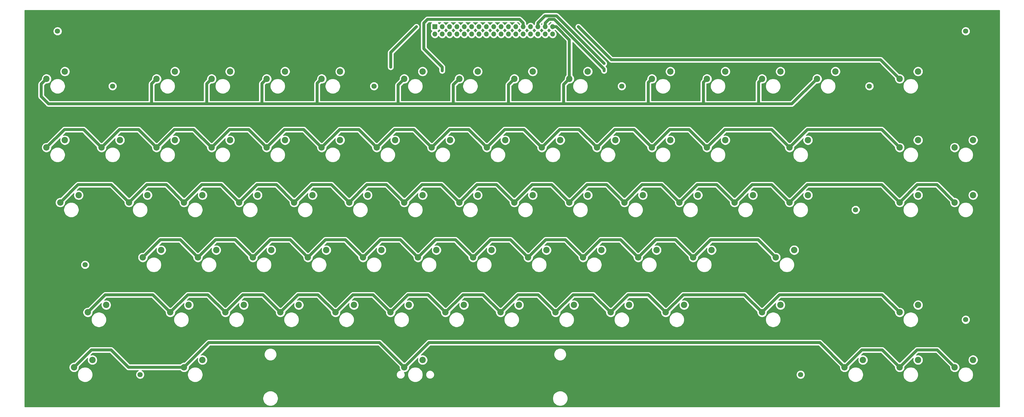
<source format=gbr>
%TF.GenerationSoftware,KiCad,Pcbnew,(5.1.12)-1*%
%TF.CreationDate,2022-05-13T18:30:42+02:00*%
%TF.ProjectId,Keyboard,4b657962-6f61-4726-942e-6b696361645f,rev?*%
%TF.SameCoordinates,Original*%
%TF.FileFunction,Copper,L1,Top*%
%TF.FilePolarity,Positive*%
%FSLAX46Y46*%
G04 Gerber Fmt 4.6, Leading zero omitted, Abs format (unit mm)*
G04 Created by KiCad (PCBNEW (5.1.12)-1) date 2022-05-13 18:30:42*
%MOMM*%
%LPD*%
G01*
G04 APERTURE LIST*
%TA.AperFunction,ComponentPad*%
%ADD10C,1.800000*%
%TD*%
%TA.AperFunction,ComponentPad*%
%ADD11C,2.200000*%
%TD*%
%TA.AperFunction,ComponentPad*%
%ADD12O,1.700000X1.700000*%
%TD*%
%TA.AperFunction,ComponentPad*%
%ADD13R,1.700000X1.700000*%
%TD*%
%TA.AperFunction,ViaPad*%
%ADD14C,0.800000*%
%TD*%
%TA.AperFunction,Conductor*%
%ADD15C,1.000000*%
%TD*%
%TA.AperFunction,NonConductor*%
%ADD16C,0.254000*%
%TD*%
%TA.AperFunction,NonConductor*%
%ADD17C,0.100000*%
%TD*%
G04 APERTURE END LIST*
D10*
%TO.P,REF\u002A\u002A,1*%
%TO.N,N/C*%
X137750000Y-33250000D03*
%TD*%
%TO.P,REF\u002A\u002A,1*%
%TO.N,N/C*%
X223250000Y-33250000D03*
%TD*%
%TO.P,REF\u002A\u002A,1*%
%TO.N,N/C*%
X342000000Y-14250000D03*
%TD*%
%TO.P,REF\u002A\u002A,1*%
%TO.N,N/C*%
X28500000Y-14250000D03*
%TD*%
%TO.P,REF\u002A\u002A,1*%
%TO.N,N/C*%
X38000000Y-95000000D03*
%TD*%
%TO.P,REF\u002A\u002A,1*%
%TO.N,N/C*%
X57000000Y-133000000D03*
%TD*%
%TO.P,REF\u002A\u002A,1*%
%TO.N,N/C*%
X285000000Y-133000000D03*
%TD*%
%TO.P,REF\u002A\u002A,1*%
%TO.N,N/C*%
X342000000Y-114000000D03*
%TD*%
%TO.P,REF\u002A\u002A,1*%
%TO.N,N/C*%
X304000000Y-76000000D03*
%TD*%
%TO.P,REF\u002A\u002A,1*%
%TO.N,N/C*%
X308750000Y-33250000D03*
%TD*%
%TO.P,REF\u002A\u002A,1*%
%TO.N,N/C*%
X47500000Y-33250000D03*
%TD*%
D11*
%TO.P,SW29,2*%
%TO.N,Net-(J1-Pad29)*%
X205190000Y-73460000D03*
%TO.P,SW29,1*%
%TO.N,Net-(J1-Pad22)*%
X211540000Y-70920000D03*
%TD*%
%TO.P,SW1E1,2*%
%TO.N,Net-(J1-Pad31)*%
X319190000Y-54460000D03*
%TO.P,SW1E1,1*%
%TO.N,Net-(J1-Pad32)*%
X325540000Y-51920000D03*
%TD*%
%TO.P,SW42,2*%
%TO.N,Net-(J1-Pad25)*%
X86440000Y-111460000D03*
%TO.P,SW42,1*%
%TO.N,Net-(J1-Pad6)*%
X92790000Y-108920000D03*
%TD*%
%TO.P,SW43,2*%
%TO.N,Net-(J1-Pad25)*%
X105440000Y-111460000D03*
%TO.P,SW43,1*%
%TO.N,Net-(J1-Pad8)*%
X111790000Y-108920000D03*
%TD*%
%TO.P,SW4C1,2*%
%TO.N,Net-(J1-Pad25)*%
X271690000Y-111460000D03*
%TO.P,SW4C1,1*%
%TO.N,Net-(J1-Pad28)*%
X278040000Y-108920000D03*
%TD*%
%TO.P,SW0D1,2*%
%TO.N,Net-(J1-Pad33)*%
X290690000Y-30710000D03*
%TO.P,SW0D1,1*%
%TO.N,Net-(J1-Pad30)*%
X297040000Y-28170000D03*
%TD*%
%TO.P,SW0C1,2*%
%TO.N,Net-(J1-Pad33)*%
X271690000Y-30710000D03*
%TO.P,SW0C1,1*%
%TO.N,Net-(J1-Pad28)*%
X278040000Y-28170000D03*
%TD*%
%TO.P,SW0B1,2*%
%TO.N,Net-(J1-Pad33)*%
X252690000Y-30710000D03*
%TO.P,SW0B1,1*%
%TO.N,Net-(J1-Pad26)*%
X259040000Y-28170000D03*
%TD*%
%TO.P,SW0A1,2*%
%TO.N,Net-(J1-Pad33)*%
X233690000Y-30710000D03*
%TO.P,SW0A1,1*%
%TO.N,Net-(J1-Pad24)*%
X240040000Y-28170000D03*
%TD*%
%TO.P,SW9,2*%
%TO.N,Net-(J1-Pad33)*%
X205190000Y-30710000D03*
%TO.P,SW9,1*%
%TO.N,Net-(J1-Pad22)*%
X211540000Y-28170000D03*
%TD*%
%TO.P,SW8,2*%
%TO.N,Net-(J1-Pad33)*%
X186190000Y-30710000D03*
%TO.P,SW8,1*%
%TO.N,Net-(J1-Pad20)*%
X192540000Y-28170000D03*
%TD*%
%TO.P,SW7,2*%
%TO.N,Net-(J1-Pad33)*%
X167190000Y-30710000D03*
%TO.P,SW7,1*%
%TO.N,Net-(J1-Pad16)*%
X173540000Y-28170000D03*
%TD*%
%TO.P,SW6,2*%
%TO.N,Net-(J1-Pad33)*%
X148190000Y-30710000D03*
%TO.P,SW6,1*%
%TO.N,Net-(J1-Pad14)*%
X154540000Y-28170000D03*
%TD*%
%TO.P,SW5,2*%
%TO.N,Net-(J1-Pad33)*%
X119690000Y-30710000D03*
%TO.P,SW5,1*%
%TO.N,Net-(J1-Pad12)*%
X126040000Y-28170000D03*
%TD*%
%TO.P,SW4,2*%
%TO.N,Net-(J1-Pad33)*%
X100690000Y-30710000D03*
%TO.P,SW4,1*%
%TO.N,Net-(J1-Pad10)*%
X107040000Y-28170000D03*
%TD*%
%TO.P,SW3,2*%
%TO.N,Net-(J1-Pad33)*%
X81690000Y-30710000D03*
%TO.P,SW3,1*%
%TO.N,Net-(J1-Pad8)*%
X88040000Y-28170000D03*
%TD*%
%TO.P,SW2,2*%
%TO.N,Net-(J1-Pad33)*%
X62690000Y-30710000D03*
%TO.P,SW2,1*%
%TO.N,Net-(J1-Pad6)*%
X69040000Y-28170000D03*
%TD*%
D12*
%TO.P,J1,34*%
%TO.N,Net-(J1-Pad34)*%
X199390000Y-15240000D03*
%TO.P,J1,33*%
%TO.N,Net-(J1-Pad33)*%
X199390000Y-12700000D03*
%TO.P,J1,32*%
%TO.N,Net-(J1-Pad32)*%
X196850000Y-15240000D03*
%TO.P,J1,31*%
%TO.N,Net-(J1-Pad31)*%
X196850000Y-12700000D03*
%TO.P,J1,30*%
%TO.N,Net-(J1-Pad30)*%
X194310000Y-15240000D03*
%TO.P,J1,29*%
%TO.N,Net-(J1-Pad29)*%
X194310000Y-12700000D03*
%TO.P,J1,28*%
%TO.N,Net-(J1-Pad28)*%
X191770000Y-15240000D03*
%TO.P,J1,27*%
%TO.N,Net-(J1-Pad27)*%
X191770000Y-12700000D03*
%TO.P,J1,26*%
%TO.N,Net-(J1-Pad26)*%
X189230000Y-15240000D03*
%TO.P,J1,25*%
%TO.N,Net-(J1-Pad25)*%
X189230000Y-12700000D03*
%TO.P,J1,24*%
%TO.N,Net-(J1-Pad24)*%
X186690000Y-15240000D03*
%TO.P,J1,23*%
%TO.N,Net-(J1-Pad23)*%
X186690000Y-12700000D03*
%TO.P,J1,22*%
%TO.N,Net-(J1-Pad22)*%
X184150000Y-15240000D03*
%TO.P,J1,21*%
%TO.N,N/C*%
X184150000Y-12700000D03*
%TO.P,J1,20*%
%TO.N,Net-(J1-Pad20)*%
X181610000Y-15240000D03*
%TO.P,J1,19*%
%TO.N,N/C*%
X181610000Y-12700000D03*
%TO.P,J1,18*%
X179070000Y-15240000D03*
%TO.P,J1,17*%
X179070000Y-12700000D03*
%TO.P,J1,16*%
%TO.N,Net-(J1-Pad16)*%
X176530000Y-15240000D03*
%TO.P,J1,15*%
%TO.N,N/C*%
X176530000Y-12700000D03*
%TO.P,J1,14*%
%TO.N,Net-(J1-Pad14)*%
X173990000Y-15240000D03*
%TO.P,J1,13*%
%TO.N,N/C*%
X173990000Y-12700000D03*
%TO.P,J1,12*%
%TO.N,Net-(J1-Pad12)*%
X171450000Y-15240000D03*
%TO.P,J1,11*%
%TO.N,N/C*%
X171450000Y-12700000D03*
%TO.P,J1,10*%
%TO.N,Net-(J1-Pad10)*%
X168910000Y-15240000D03*
%TO.P,J1,9*%
%TO.N,N/C*%
X168910000Y-12700000D03*
%TO.P,J1,8*%
%TO.N,Net-(J1-Pad8)*%
X166370000Y-15240000D03*
%TO.P,J1,7*%
%TO.N,N/C*%
X166370000Y-12700000D03*
%TO.P,J1,6*%
%TO.N,Net-(J1-Pad6)*%
X163830000Y-15240000D03*
%TO.P,J1,5*%
%TO.N,N/C*%
X163830000Y-12700000D03*
%TO.P,J1,4*%
%TO.N,Net-(J1-Pad4)*%
X161290000Y-15240000D03*
%TO.P,J1,3*%
%TO.N,N/C*%
X161290000Y-12700000D03*
%TO.P,J1,2*%
%TO.N,Net-(J1-Pad2)*%
X158750000Y-15240000D03*
D13*
%TO.P,J1,1*%
%TO.N,N/C*%
X158750000Y-12700000D03*
%TD*%
D11*
%TO.P,SW2F1,2*%
%TO.N,Net-(J1-Pad29)*%
X338190000Y-73460000D03*
%TO.P,SW2F1,1*%
%TO.N,Net-(J1-Pad34)*%
X344540000Y-70920000D03*
%TD*%
%TO.P,SW1F1,2*%
%TO.N,Net-(J1-Pad31)*%
X338190000Y-54460000D03*
%TO.P,SW1F1,1*%
%TO.N,Net-(J1-Pad34)*%
X344540000Y-51920000D03*
%TD*%
%TO.P,SW2E1,2*%
%TO.N,Net-(J1-Pad29)*%
X319190000Y-73460000D03*
%TO.P,SW2E1,1*%
%TO.N,Net-(J1-Pad32)*%
X325540000Y-70920000D03*
%TD*%
%TO.P,SW5F1,2*%
%TO.N,Net-(J1-Pad23)*%
X338190000Y-130460000D03*
%TO.P,SW5F1,1*%
%TO.N,Net-(J1-Pad34)*%
X344540000Y-127920000D03*
%TD*%
%TO.P,SW4E1,2*%
%TO.N,Net-(J1-Pad25)*%
X319190000Y-111460000D03*
%TO.P,SW4E1,1*%
%TO.N,Net-(J1-Pad32)*%
X325540000Y-108920000D03*
%TD*%
%TO.P,SW3E1,2*%
%TO.N,Net-(J1-Pad27)*%
X319190000Y-30710000D03*
%TO.P,SW3E1,1*%
%TO.N,Net-(J1-Pad32)*%
X325540000Y-28170000D03*
%TD*%
%TO.P,SW1D1,2*%
%TO.N,Net-(J1-Pad31)*%
X281190000Y-54460000D03*
%TO.P,SW1D1,1*%
%TO.N,Net-(J1-Pad30)*%
X287540000Y-51920000D03*
%TD*%
%TO.P,SW5E1,2*%
%TO.N,Net-(J1-Pad23)*%
X319190000Y-130460000D03*
%TO.P,SW5E1,1*%
%TO.N,Net-(J1-Pad32)*%
X325540000Y-127920000D03*
%TD*%
%TO.P,SW3C1,2*%
%TO.N,Net-(J1-Pad27)*%
X276440000Y-92460000D03*
%TO.P,SW3C1,1*%
%TO.N,Net-(J1-Pad28)*%
X282790000Y-89920000D03*
%TD*%
%TO.P,SW2D1,2*%
%TO.N,Net-(J1-Pad29)*%
X281190000Y-73460000D03*
%TO.P,SW2D1,1*%
%TO.N,Net-(J1-Pad30)*%
X287540000Y-70920000D03*
%TD*%
%TO.P,SW1C1,2*%
%TO.N,Net-(J1-Pad31)*%
X252690000Y-54460000D03*
%TO.P,SW1C1,1*%
%TO.N,Net-(J1-Pad28)*%
X259040000Y-51920000D03*
%TD*%
%TO.P,SW5D1,2*%
%TO.N,Net-(J1-Pad23)*%
X300190000Y-130460000D03*
%TO.P,SW5D1,1*%
%TO.N,Net-(J1-Pad30)*%
X306540000Y-127920000D03*
%TD*%
%TO.P,SW3B1,2*%
%TO.N,Net-(J1-Pad27)*%
X247940000Y-92460000D03*
%TO.P,SW3B1,1*%
%TO.N,Net-(J1-Pad26)*%
X254290000Y-89920000D03*
%TD*%
%TO.P,SW2C1,2*%
%TO.N,Net-(J1-Pad29)*%
X262190000Y-73460000D03*
%TO.P,SW2C1,1*%
%TO.N,Net-(J1-Pad28)*%
X268540000Y-70920000D03*
%TD*%
%TO.P,SW1B1,2*%
%TO.N,Net-(J1-Pad31)*%
X233690000Y-54460000D03*
%TO.P,SW1B1,1*%
%TO.N,Net-(J1-Pad26)*%
X240040000Y-51920000D03*
%TD*%
%TO.P,SW4A1,2*%
%TO.N,Net-(J1-Pad25)*%
X238440000Y-111460000D03*
%TO.P,SW4A1,1*%
%TO.N,Net-(J1-Pad24)*%
X244790000Y-108920000D03*
%TD*%
%TO.P,SW3A1,2*%
%TO.N,Net-(J1-Pad27)*%
X228940000Y-92460000D03*
%TO.P,SW3A1,1*%
%TO.N,Net-(J1-Pad24)*%
X235290000Y-89920000D03*
%TD*%
%TO.P,SW2B1,2*%
%TO.N,Net-(J1-Pad29)*%
X243190000Y-73460000D03*
%TO.P,SW2B1,1*%
%TO.N,Net-(J1-Pad26)*%
X249540000Y-70920000D03*
%TD*%
%TO.P,SW1A1,2*%
%TO.N,Net-(J1-Pad31)*%
X214690000Y-54460000D03*
%TO.P,SW1A1,1*%
%TO.N,Net-(J1-Pad24)*%
X221040000Y-51920000D03*
%TD*%
%TO.P,SW49,2*%
%TO.N,Net-(J1-Pad25)*%
X219440000Y-111460000D03*
%TO.P,SW49,1*%
%TO.N,Net-(J1-Pad22)*%
X225790000Y-108920000D03*
%TD*%
%TO.P,SW39,2*%
%TO.N,Net-(J1-Pad27)*%
X209940000Y-92460000D03*
%TO.P,SW39,1*%
%TO.N,Net-(J1-Pad22)*%
X216290000Y-89920000D03*
%TD*%
%TO.P,SW2A1,2*%
%TO.N,Net-(J1-Pad29)*%
X224190000Y-73460000D03*
%TO.P,SW2A1,1*%
%TO.N,Net-(J1-Pad24)*%
X230540000Y-70920000D03*
%TD*%
%TO.P,SW19,2*%
%TO.N,Net-(J1-Pad31)*%
X195690000Y-54460000D03*
%TO.P,SW19,1*%
%TO.N,Net-(J1-Pad22)*%
X202040000Y-51920000D03*
%TD*%
%TO.P,SW48,2*%
%TO.N,Net-(J1-Pad25)*%
X200440000Y-111460000D03*
%TO.P,SW48,1*%
%TO.N,Net-(J1-Pad20)*%
X206790000Y-108920000D03*
%TD*%
%TO.P,SW38,2*%
%TO.N,Net-(J1-Pad27)*%
X190940000Y-92460000D03*
%TO.P,SW38,1*%
%TO.N,Net-(J1-Pad20)*%
X197290000Y-89920000D03*
%TD*%
%TO.P,SW18,2*%
%TO.N,Net-(J1-Pad31)*%
X176690000Y-54460000D03*
%TO.P,SW18,1*%
%TO.N,Net-(J1-Pad20)*%
X183040000Y-51920000D03*
%TD*%
%TO.P,SW47,2*%
%TO.N,Net-(J1-Pad25)*%
X181440000Y-111460000D03*
%TO.P,SW47,1*%
%TO.N,Net-(J1-Pad16)*%
X187790000Y-108920000D03*
%TD*%
%TO.P,SW37,2*%
%TO.N,Net-(J1-Pad27)*%
X171940000Y-92460000D03*
%TO.P,SW37,1*%
%TO.N,Net-(J1-Pad16)*%
X178290000Y-89920000D03*
%TD*%
%TO.P,SW28,2*%
%TO.N,Net-(J1-Pad29)*%
X186190000Y-73460000D03*
%TO.P,SW28,1*%
%TO.N,Net-(J1-Pad20)*%
X192540000Y-70920000D03*
%TD*%
%TO.P,SW17,2*%
%TO.N,Net-(J1-Pad31)*%
X157690000Y-54460000D03*
%TO.P,SW17,1*%
%TO.N,Net-(J1-Pad16)*%
X164040000Y-51920000D03*
%TD*%
%TO.P,SW46,2*%
%TO.N,Net-(J1-Pad25)*%
X162440000Y-111460000D03*
%TO.P,SW46,1*%
%TO.N,Net-(J1-Pad14)*%
X168790000Y-108920000D03*
%TD*%
%TO.P,SW36,2*%
%TO.N,Net-(J1-Pad27)*%
X152940000Y-92460000D03*
%TO.P,SW36,1*%
%TO.N,Net-(J1-Pad14)*%
X159290000Y-89920000D03*
%TD*%
%TO.P,SW27,2*%
%TO.N,Net-(J1-Pad29)*%
X167190000Y-73460000D03*
%TO.P,SW27,1*%
%TO.N,Net-(J1-Pad16)*%
X173540000Y-70920000D03*
%TD*%
%TO.P,SW16,2*%
%TO.N,Net-(J1-Pad31)*%
X138690000Y-54460000D03*
%TO.P,SW16,1*%
%TO.N,Net-(J1-Pad14)*%
X145040000Y-51920000D03*
%TD*%
%TO.P,SW45,2*%
%TO.N,Net-(J1-Pad25)*%
X143440000Y-111460000D03*
%TO.P,SW45,1*%
%TO.N,Net-(J1-Pad12)*%
X149790000Y-108920000D03*
%TD*%
%TO.P,SW35,2*%
%TO.N,Net-(J1-Pad27)*%
X133940000Y-92460000D03*
%TO.P,SW35,1*%
%TO.N,Net-(J1-Pad12)*%
X140290000Y-89920000D03*
%TD*%
%TO.P,SW26,2*%
%TO.N,Net-(J1-Pad29)*%
X148190000Y-73460000D03*
%TO.P,SW26,1*%
%TO.N,Net-(J1-Pad14)*%
X154540000Y-70920000D03*
%TD*%
%TO.P,SW15,2*%
%TO.N,Net-(J1-Pad31)*%
X119690000Y-54460000D03*
%TO.P,SW15,1*%
%TO.N,Net-(J1-Pad12)*%
X126040000Y-51920000D03*
%TD*%
%TO.P,SW44,2*%
%TO.N,Net-(J1-Pad25)*%
X124440000Y-111460000D03*
%TO.P,SW44,1*%
%TO.N,Net-(J1-Pad10)*%
X130790000Y-108920000D03*
%TD*%
%TO.P,SW34,2*%
%TO.N,Net-(J1-Pad27)*%
X114940000Y-92460000D03*
%TO.P,SW34,1*%
%TO.N,Net-(J1-Pad10)*%
X121290000Y-89920000D03*
%TD*%
%TO.P,SW25,2*%
%TO.N,Net-(J1-Pad29)*%
X129190000Y-73460000D03*
%TO.P,SW25,1*%
%TO.N,Net-(J1-Pad12)*%
X135540000Y-70920000D03*
%TD*%
%TO.P,SW14,2*%
%TO.N,Net-(J1-Pad31)*%
X100690000Y-54460000D03*
%TO.P,SW14,1*%
%TO.N,Net-(J1-Pad10)*%
X107040000Y-51920000D03*
%TD*%
%TO.P,SW33,2*%
%TO.N,Net-(J1-Pad27)*%
X95940000Y-92460000D03*
%TO.P,SW33,1*%
%TO.N,Net-(J1-Pad8)*%
X102290000Y-89920000D03*
%TD*%
%TO.P,SW24,2*%
%TO.N,Net-(J1-Pad29)*%
X110190000Y-73460000D03*
%TO.P,SW24,1*%
%TO.N,Net-(J1-Pad10)*%
X116540000Y-70920000D03*
%TD*%
%TO.P,SW13,2*%
%TO.N,Net-(J1-Pad31)*%
X81690000Y-54460000D03*
%TO.P,SW13,1*%
%TO.N,Net-(J1-Pad8)*%
X88040000Y-51920000D03*
%TD*%
%TO.P,SW32,2*%
%TO.N,Net-(J1-Pad27)*%
X76940000Y-92460000D03*
%TO.P,SW32,1*%
%TO.N,Net-(J1-Pad6)*%
X83290000Y-89920000D03*
%TD*%
%TO.P,SW23,2*%
%TO.N,Net-(J1-Pad29)*%
X91190000Y-73460000D03*
%TO.P,SW23,1*%
%TO.N,Net-(J1-Pad8)*%
X97540000Y-70920000D03*
%TD*%
%TO.P,SW12,2*%
%TO.N,Net-(J1-Pad31)*%
X62690000Y-54460000D03*
%TO.P,SW12,1*%
%TO.N,Net-(J1-Pad6)*%
X69040000Y-51920000D03*
%TD*%
%TO.P,SW41,2*%
%TO.N,Net-(J1-Pad25)*%
X67440000Y-111460000D03*
%TO.P,SW41,1*%
%TO.N,Net-(J1-Pad4)*%
X73790000Y-108920000D03*
%TD*%
%TO.P,SW31,2*%
%TO.N,Net-(J1-Pad27)*%
X57940000Y-92460000D03*
%TO.P,SW31,1*%
%TO.N,Net-(J1-Pad4)*%
X64290000Y-89920000D03*
%TD*%
%TO.P,SW22,2*%
%TO.N,Net-(J1-Pad29)*%
X72190000Y-73460000D03*
%TO.P,SW22,1*%
%TO.N,Net-(J1-Pad6)*%
X78540000Y-70920000D03*
%TD*%
%TO.P,SW11,2*%
%TO.N,Net-(J1-Pad31)*%
X43690000Y-54460000D03*
%TO.P,SW11,1*%
%TO.N,Net-(J1-Pad4)*%
X50040000Y-51920000D03*
%TD*%
%TO.P,SW55,2*%
%TO.N,Net-(J1-Pad23)*%
X148190000Y-130460000D03*
%TO.P,SW55,1*%
%TO.N,Net-(J1-Pad12)*%
X154540000Y-127920000D03*
%TD*%
%TO.P,SW40,2*%
%TO.N,Net-(J1-Pad25)*%
X38940000Y-111460000D03*
%TO.P,SW40,1*%
%TO.N,Net-(J1-Pad2)*%
X45290000Y-108920000D03*
%TD*%
%TO.P,SW21,2*%
%TO.N,Net-(J1-Pad29)*%
X53190000Y-73460000D03*
%TO.P,SW21,1*%
%TO.N,Net-(J1-Pad4)*%
X59540000Y-70920000D03*
%TD*%
%TO.P,SW10,2*%
%TO.N,Net-(J1-Pad31)*%
X24690000Y-54460000D03*
%TO.P,SW10,1*%
%TO.N,Net-(J1-Pad2)*%
X31040000Y-51920000D03*
%TD*%
%TO.P,SW51,2*%
%TO.N,Net-(J1-Pad23)*%
X72190000Y-130460000D03*
%TO.P,SW51,1*%
%TO.N,Net-(J1-Pad4)*%
X78540000Y-127920000D03*
%TD*%
%TO.P,SW50,2*%
%TO.N,Net-(J1-Pad23)*%
X34190000Y-130460000D03*
%TO.P,SW50,1*%
%TO.N,Net-(J1-Pad2)*%
X40540000Y-127920000D03*
%TD*%
%TO.P,SW20,2*%
%TO.N,Net-(J1-Pad29)*%
X29440000Y-73460000D03*
%TO.P,SW20,1*%
%TO.N,Net-(J1-Pad2)*%
X35790000Y-70920000D03*
%TD*%
%TO.P,SW0,2*%
%TO.N,Net-(J1-Pad33)*%
X24690000Y-30710000D03*
%TO.P,SW0,1*%
%TO.N,Net-(J1-Pad2)*%
X31040000Y-28170000D03*
%TD*%
D14*
%TO.N,Net-(J1-Pad31)*%
X217170000Y-27940000D03*
%TO.N,Net-(J1-Pad29)*%
X217170000Y-25400000D03*
%TO.N,Net-(J1-Pad27)*%
X208280000Y-12700000D03*
X245110000Y-24130000D03*
%TO.N,Net-(J1-Pad25)*%
X161290000Y-27940000D03*
%TO.N,Net-(J1-Pad23)*%
X157480000Y-121920000D03*
X143510000Y-26670000D03*
X152400000Y-12700000D03*
%TD*%
D15*
%TO.N,Net-(J1-Pad33)*%
X22860000Y-36830000D02*
X25400000Y-39370000D01*
X22860000Y-32540000D02*
X22860000Y-36830000D01*
X24690000Y-30710000D02*
X22860000Y-32540000D01*
X281940000Y-39370000D02*
X290690000Y-30710000D01*
X270510000Y-31890000D02*
X270510000Y-39370000D01*
X271690000Y-30710000D02*
X270510000Y-31890000D01*
X270510000Y-39370000D02*
X281940000Y-39370000D01*
X251460000Y-31940000D02*
X251460000Y-39370000D01*
X252690000Y-30710000D02*
X251460000Y-31940000D01*
X251460000Y-39370000D02*
X270510000Y-39370000D01*
X232410000Y-31990000D02*
X232410000Y-39370000D01*
X233690000Y-30710000D02*
X232410000Y-31990000D01*
X232410000Y-39370000D02*
X251460000Y-39370000D01*
X205190000Y-30710000D02*
X203200000Y-32700000D01*
X203200000Y-32700000D02*
X203200000Y-39370000D01*
X203200000Y-39370000D02*
X232410000Y-39370000D01*
X184150000Y-32750000D02*
X184150000Y-39370000D01*
X186190000Y-30710000D02*
X184150000Y-32750000D01*
X184150000Y-39370000D02*
X203200000Y-39370000D01*
X165100000Y-32800000D02*
X165100000Y-39370000D01*
X167190000Y-30710000D02*
X165100000Y-32800000D01*
X165100000Y-39370000D02*
X184150000Y-39370000D01*
X146050000Y-32850000D02*
X146050000Y-39370000D01*
X148190000Y-30710000D02*
X146050000Y-32850000D01*
X146050000Y-39370000D02*
X165100000Y-39370000D01*
X118110000Y-32290000D02*
X118110000Y-39370000D01*
X119690000Y-30710000D02*
X118110000Y-32290000D01*
X118110000Y-39370000D02*
X146050000Y-39370000D01*
X99060000Y-32340000D02*
X99060000Y-39370000D01*
X99060000Y-39370000D02*
X118110000Y-39370000D01*
X100690000Y-30710000D02*
X99060000Y-32340000D01*
X80010000Y-32390000D02*
X80010000Y-39370000D01*
X81690000Y-30710000D02*
X80010000Y-32390000D01*
X80010000Y-39370000D02*
X99060000Y-39370000D01*
X60960000Y-32440000D02*
X60960000Y-39370000D01*
X62690000Y-30710000D02*
X60960000Y-32440000D01*
X60960000Y-39370000D02*
X80010000Y-39370000D01*
X25400000Y-39370000D02*
X60960000Y-39370000D01*
X205190000Y-30710000D02*
X205190000Y-17230000D01*
X200660000Y-12700000D02*
X199390000Y-12700000D01*
X205190000Y-17230000D02*
X200660000Y-12700000D01*
%TO.N,Net-(J1-Pad31)*%
X24690000Y-54460000D02*
X30890000Y-48260000D01*
X37490000Y-48260000D02*
X43690000Y-54460000D01*
X30890000Y-48260000D02*
X37490000Y-48260000D01*
X43690000Y-54460000D02*
X49890000Y-48260000D01*
X56490000Y-48260000D02*
X62690000Y-54460000D01*
X49890000Y-48260000D02*
X56490000Y-48260000D01*
X62690000Y-54460000D02*
X68890000Y-48260000D01*
X75490000Y-48260000D02*
X81690000Y-54460000D01*
X68890000Y-48260000D02*
X75490000Y-48260000D01*
X81690000Y-54460000D02*
X87890000Y-48260000D01*
X94490000Y-48260000D02*
X100690000Y-54460000D01*
X87890000Y-48260000D02*
X94490000Y-48260000D01*
X100690000Y-54460000D02*
X106890000Y-48260000D01*
X113490000Y-48260000D02*
X119690000Y-54460000D01*
X106890000Y-48260000D02*
X113490000Y-48260000D01*
X119690000Y-54460000D02*
X125890000Y-48260000D01*
X132490000Y-48260000D02*
X138690000Y-54460000D01*
X125890000Y-48260000D02*
X132490000Y-48260000D01*
X138690000Y-54460000D02*
X144890000Y-48260000D01*
X151490000Y-48260000D02*
X157690000Y-54460000D01*
X144890000Y-48260000D02*
X151490000Y-48260000D01*
X157690000Y-54460000D02*
X163890000Y-48260000D01*
X170490000Y-48260000D02*
X176690000Y-54460000D01*
X163890000Y-48260000D02*
X170490000Y-48260000D01*
X176690000Y-54460000D02*
X182890000Y-48260000D01*
X189490000Y-48260000D02*
X195690000Y-54460000D01*
X182890000Y-48260000D02*
X189490000Y-48260000D01*
X195690000Y-54460000D02*
X201890000Y-48260000D01*
X208490000Y-48260000D02*
X214690000Y-54460000D01*
X201890000Y-48260000D02*
X208490000Y-48260000D01*
X214690000Y-54460000D02*
X220890000Y-48260000D01*
X227490000Y-48260000D02*
X233690000Y-54460000D01*
X220890000Y-48260000D02*
X227490000Y-48260000D01*
X233690000Y-54460000D02*
X239890000Y-48260000D01*
X246490000Y-48260000D02*
X252690000Y-54460000D01*
X239890000Y-48260000D02*
X246490000Y-48260000D01*
X252690000Y-54460000D02*
X258890000Y-48260000D01*
X274990000Y-48260000D02*
X281190000Y-54460000D01*
X258890000Y-48260000D02*
X274990000Y-48260000D01*
X281190000Y-54460000D02*
X287390000Y-48260000D01*
X312990000Y-48260000D02*
X319190000Y-54460000D01*
X287390000Y-48260000D02*
X312990000Y-48260000D01*
X217170000Y-27374315D02*
X199955685Y-10160000D01*
X217170000Y-27940000D02*
X217170000Y-27374315D01*
X199955685Y-10160000D02*
X198120000Y-10160000D01*
X198120000Y-10160000D02*
X196850000Y-11430000D01*
X196850000Y-11430000D02*
X196850000Y-12700000D01*
%TO.N,Net-(J1-Pad29)*%
X319190000Y-73460000D02*
X325340000Y-67310000D01*
X332040000Y-67310000D02*
X338190000Y-73460000D01*
X325340000Y-67310000D02*
X332040000Y-67310000D01*
X262190000Y-73460000D02*
X268340000Y-67310000D01*
X275040000Y-67310000D02*
X281190000Y-73460000D01*
X268340000Y-67310000D02*
X275040000Y-67310000D01*
X281190000Y-73460000D02*
X287340000Y-67310000D01*
X313040000Y-67310000D02*
X319190000Y-73460000D01*
X287340000Y-67310000D02*
X313040000Y-67310000D01*
X243190000Y-73460000D02*
X249340000Y-67310000D01*
X256040000Y-67310000D02*
X262190000Y-73460000D01*
X249340000Y-67310000D02*
X256040000Y-67310000D01*
X224190000Y-73460000D02*
X230340000Y-67310000D01*
X237040000Y-67310000D02*
X243190000Y-73460000D01*
X230340000Y-67310000D02*
X237040000Y-67310000D01*
X205190000Y-73460000D02*
X211340000Y-67310000D01*
X218040000Y-67310000D02*
X224190000Y-73460000D01*
X211340000Y-67310000D02*
X218040000Y-67310000D01*
X186190000Y-73460000D02*
X192340000Y-67310000D01*
X199040000Y-67310000D02*
X205190000Y-73460000D01*
X192340000Y-67310000D02*
X199040000Y-67310000D01*
X167190000Y-73460000D02*
X173340000Y-67310000D01*
X180040000Y-67310000D02*
X186190000Y-73460000D01*
X173340000Y-67310000D02*
X180040000Y-67310000D01*
X148190000Y-73460000D02*
X154340000Y-67310000D01*
X161040000Y-67310000D02*
X167190000Y-73460000D01*
X154340000Y-67310000D02*
X161040000Y-67310000D01*
X129190000Y-73460000D02*
X135340000Y-67310000D01*
X142040000Y-67310000D02*
X148190000Y-73460000D01*
X135340000Y-67310000D02*
X142040000Y-67310000D01*
X110190000Y-73460000D02*
X116340000Y-67310000D01*
X123040000Y-67310000D02*
X129190000Y-73460000D01*
X116340000Y-67310000D02*
X123040000Y-67310000D01*
X91190000Y-73460000D02*
X97340000Y-67310000D01*
X104040000Y-67310000D02*
X110190000Y-73460000D01*
X97340000Y-67310000D02*
X104040000Y-67310000D01*
X72190000Y-73460000D02*
X78340000Y-67310000D01*
X85040000Y-67310000D02*
X91190000Y-73460000D01*
X78340000Y-67310000D02*
X85040000Y-67310000D01*
X53190000Y-73460000D02*
X59340000Y-67310000D01*
X66040000Y-67310000D02*
X72190000Y-73460000D01*
X59340000Y-67310000D02*
X66040000Y-67310000D01*
X29440000Y-73460000D02*
X35590000Y-67310000D01*
X47040000Y-67310000D02*
X53190000Y-73460000D01*
X35590000Y-67310000D02*
X47040000Y-67310000D01*
X194310000Y-12700000D02*
X194310000Y-11430000D01*
X200729991Y-8959991D02*
X217170000Y-25400000D01*
X196780009Y-8959991D02*
X200729991Y-8959991D01*
X194310000Y-11430000D02*
X196780009Y-8959991D01*
%TO.N,Net-(J1-Pad27)*%
X219710000Y-24130000D02*
X245110000Y-24130000D01*
X208280000Y-12700000D02*
X219710000Y-24130000D01*
X312610000Y-24130000D02*
X245110000Y-24130000D01*
X319190000Y-30710000D02*
X312610000Y-24130000D01*
X57940000Y-92460000D02*
X64040000Y-86360000D01*
X70840000Y-86360000D02*
X76940000Y-92460000D01*
X64040000Y-86360000D02*
X70840000Y-86360000D01*
X76940000Y-92460000D02*
X83040000Y-86360000D01*
X89840000Y-86360000D02*
X95940000Y-92460000D01*
X83040000Y-86360000D02*
X89840000Y-86360000D01*
X95940000Y-92460000D02*
X102040000Y-86360000D01*
X108840000Y-86360000D02*
X114940000Y-92460000D01*
X102040000Y-86360000D02*
X108840000Y-86360000D01*
X114940000Y-92460000D02*
X121040000Y-86360000D01*
X127840000Y-86360000D02*
X133940000Y-92460000D01*
X121040000Y-86360000D02*
X127840000Y-86360000D01*
X133940000Y-92460000D02*
X140040000Y-86360000D01*
X146840000Y-86360000D02*
X152940000Y-92460000D01*
X140040000Y-86360000D02*
X146840000Y-86360000D01*
X152940000Y-92460000D02*
X159040000Y-86360000D01*
X165840000Y-86360000D02*
X171940000Y-92460000D01*
X159040000Y-86360000D02*
X165840000Y-86360000D01*
X171940000Y-92460000D02*
X178040000Y-86360000D01*
X184840000Y-86360000D02*
X190940000Y-92460000D01*
X178040000Y-86360000D02*
X184840000Y-86360000D01*
X190940000Y-92460000D02*
X197040000Y-86360000D01*
X203840000Y-86360000D02*
X209940000Y-92460000D01*
X197040000Y-86360000D02*
X203840000Y-86360000D01*
X209940000Y-92460000D02*
X216040000Y-86360000D01*
X222840000Y-86360000D02*
X228940000Y-92460000D01*
X216040000Y-86360000D02*
X222840000Y-86360000D01*
X228940000Y-92460000D02*
X235040000Y-86360000D01*
X241840000Y-86360000D02*
X247940000Y-92460000D01*
X235040000Y-86360000D02*
X241840000Y-86360000D01*
X247940000Y-92460000D02*
X254040000Y-86360000D01*
X270340000Y-86360000D02*
X276440000Y-92460000D01*
X254040000Y-86360000D02*
X270340000Y-86360000D01*
%TO.N,Net-(J1-Pad25)*%
X161290000Y-27940000D02*
X161290000Y-26670000D01*
X161290000Y-26670000D02*
X154940000Y-20320000D01*
X154940000Y-20320000D02*
X154940000Y-11430000D01*
X154940000Y-11430000D02*
X156210000Y-10160000D01*
X156210000Y-10160000D02*
X187960000Y-10160000D01*
X189230000Y-11430000D02*
X189230000Y-12700000D01*
X187960000Y-10160000D02*
X189230000Y-11430000D01*
X319190000Y-111460000D02*
X313140000Y-105410000D01*
X277740000Y-105410000D02*
X271690000Y-111460000D01*
X313140000Y-105410000D02*
X277740000Y-105410000D01*
X271690000Y-111460000D02*
X265640000Y-105410000D01*
X244490000Y-105410000D02*
X238440000Y-111460000D01*
X265640000Y-105410000D02*
X244490000Y-105410000D01*
X225470000Y-105430000D02*
X219440000Y-111460000D01*
X232410000Y-105430000D02*
X225470000Y-105430000D01*
X238440000Y-111460000D02*
X232410000Y-105430000D01*
X219440000Y-111460000D02*
X213390000Y-105410000D01*
X206490000Y-105410000D02*
X200440000Y-111460000D01*
X213390000Y-105410000D02*
X206490000Y-105410000D01*
X200440000Y-111460000D02*
X194390000Y-105410000D01*
X187490000Y-105410000D02*
X181440000Y-111460000D01*
X194390000Y-105410000D02*
X187490000Y-105410000D01*
X181440000Y-111460000D02*
X175390000Y-105410000D01*
X168490000Y-105410000D02*
X162440000Y-111460000D01*
X175390000Y-105410000D02*
X168490000Y-105410000D01*
X162440000Y-111460000D02*
X156390000Y-105410000D01*
X149490000Y-105410000D02*
X143440000Y-111460000D01*
X156390000Y-105410000D02*
X149490000Y-105410000D01*
X143440000Y-111460000D02*
X137390000Y-105410000D01*
X130490000Y-105410000D02*
X124440000Y-111460000D01*
X137390000Y-105410000D02*
X130490000Y-105410000D01*
X124440000Y-111460000D02*
X118390000Y-105410000D01*
X111490000Y-105410000D02*
X105440000Y-111460000D01*
X118390000Y-105410000D02*
X111490000Y-105410000D01*
X105440000Y-111460000D02*
X99390000Y-105410000D01*
X92490000Y-105410000D02*
X86440000Y-111460000D01*
X99390000Y-105410000D02*
X92490000Y-105410000D01*
X86440000Y-111460000D02*
X80390000Y-105410000D01*
X73490000Y-105410000D02*
X67440000Y-111460000D01*
X80390000Y-105410000D02*
X73490000Y-105410000D01*
X67440000Y-111460000D02*
X61390000Y-105410000D01*
X44990000Y-105410000D02*
X38940000Y-111460000D01*
X61390000Y-105410000D02*
X44990000Y-105410000D01*
%TO.N,Net-(J1-Pad23)*%
X72190000Y-130460000D02*
X52990000Y-130460000D01*
X52990000Y-130460000D02*
X46990000Y-124460000D01*
X40190000Y-124460000D02*
X34190000Y-130460000D01*
X46990000Y-124460000D02*
X40190000Y-124460000D01*
X148190000Y-130460000D02*
X139650000Y-121920000D01*
X80730000Y-121920000D02*
X72190000Y-130460000D01*
X139650000Y-121920000D02*
X80730000Y-121920000D01*
X291650000Y-121920000D02*
X157480000Y-121920000D01*
X300190000Y-130460000D02*
X291650000Y-121920000D01*
X156730000Y-121920000D02*
X148190000Y-130460000D01*
X157480000Y-121920000D02*
X156730000Y-121920000D01*
X338190000Y-130460000D02*
X332190000Y-124460000D01*
X325190000Y-124460000D02*
X319190000Y-130460000D01*
X332190000Y-124460000D02*
X325190000Y-124460000D01*
X319190000Y-130460000D02*
X313190000Y-124460000D01*
X306190000Y-124460000D02*
X300190000Y-130460000D01*
X313190000Y-124460000D02*
X306190000Y-124460000D01*
X143510000Y-21590000D02*
X152400000Y-12700000D01*
X143510000Y-26670000D02*
X143510000Y-21590000D01*
%TD*%
D16*
X353645001Y-144095000D02*
X17195000Y-144095000D01*
X17195000Y-140980475D01*
X99365000Y-140980475D01*
X99365000Y-141499525D01*
X99466261Y-142008601D01*
X99664893Y-142488141D01*
X99953262Y-142919715D01*
X100320285Y-143286738D01*
X100751859Y-143575107D01*
X101231399Y-143773739D01*
X101740475Y-143875000D01*
X102259525Y-143875000D01*
X102768601Y-143773739D01*
X103248141Y-143575107D01*
X103679715Y-143286738D01*
X104046738Y-142919715D01*
X104335107Y-142488141D01*
X104533739Y-142008601D01*
X104635000Y-141499525D01*
X104635000Y-140980475D01*
X199365000Y-140980475D01*
X199365000Y-141499525D01*
X199466261Y-142008601D01*
X199664893Y-142488141D01*
X199953262Y-142919715D01*
X200320285Y-143286738D01*
X200751859Y-143575107D01*
X201231399Y-143773739D01*
X201740475Y-143875000D01*
X202259525Y-143875000D01*
X202768601Y-143773739D01*
X203248141Y-143575107D01*
X203679715Y-143286738D01*
X204046738Y-142919715D01*
X204335107Y-142488141D01*
X204533739Y-142008601D01*
X204635000Y-141499525D01*
X204635000Y-140980475D01*
X204533739Y-140471399D01*
X204335107Y-139991859D01*
X204046738Y-139560285D01*
X203679715Y-139193262D01*
X203248141Y-138904893D01*
X202768601Y-138706261D01*
X202259525Y-138605000D01*
X201740475Y-138605000D01*
X201231399Y-138706261D01*
X200751859Y-138904893D01*
X200320285Y-139193262D01*
X199953262Y-139560285D01*
X199664893Y-139991859D01*
X199466261Y-140471399D01*
X199365000Y-140980475D01*
X104635000Y-140980475D01*
X104533739Y-140471399D01*
X104335107Y-139991859D01*
X104046738Y-139560285D01*
X103679715Y-139193262D01*
X103248141Y-138904893D01*
X102768601Y-138706261D01*
X102259525Y-138605000D01*
X101740475Y-138605000D01*
X101231399Y-138706261D01*
X100751859Y-138904893D01*
X100320285Y-139193262D01*
X99953262Y-139560285D01*
X99664893Y-139991859D01*
X99466261Y-140471399D01*
X99365000Y-140980475D01*
X17195000Y-140980475D01*
X17195000Y-132740475D01*
X35365000Y-132740475D01*
X35365000Y-133259525D01*
X35466261Y-133768601D01*
X35664893Y-134248141D01*
X35953262Y-134679715D01*
X36320285Y-135046738D01*
X36751859Y-135335107D01*
X37231399Y-135533739D01*
X37740475Y-135635000D01*
X38259525Y-135635000D01*
X38768601Y-135533739D01*
X39248141Y-135335107D01*
X39679715Y-135046738D01*
X40046738Y-134679715D01*
X40335107Y-134248141D01*
X40533739Y-133768601D01*
X40635000Y-133259525D01*
X40635000Y-132740475D01*
X40533739Y-132231399D01*
X40335107Y-131751859D01*
X40046738Y-131320285D01*
X39679715Y-130953262D01*
X39248141Y-130664893D01*
X38768601Y-130466261D01*
X38259525Y-130365000D01*
X37740475Y-130365000D01*
X37231399Y-130466261D01*
X36751859Y-130664893D01*
X36320285Y-130953262D01*
X35953262Y-131320285D01*
X35664893Y-131751859D01*
X35466261Y-132231399D01*
X35365000Y-132740475D01*
X17195000Y-132740475D01*
X17195000Y-130289117D01*
X32455000Y-130289117D01*
X32455000Y-130630883D01*
X32521675Y-130966081D01*
X32652463Y-131281831D01*
X32842337Y-131565998D01*
X33084002Y-131807663D01*
X33368169Y-131997537D01*
X33683919Y-132128325D01*
X34019117Y-132195000D01*
X34360883Y-132195000D01*
X34696081Y-132128325D01*
X35011831Y-131997537D01*
X35295998Y-131807663D01*
X35537663Y-131565998D01*
X35727537Y-131281831D01*
X35858325Y-130966081D01*
X35925000Y-130630883D01*
X35925000Y-130330131D01*
X38893215Y-127361916D01*
X38871675Y-127413919D01*
X38805000Y-127749117D01*
X38805000Y-128090883D01*
X38871675Y-128426081D01*
X39002463Y-128741831D01*
X39192337Y-129025998D01*
X39434002Y-129267663D01*
X39718169Y-129457537D01*
X40033919Y-129588325D01*
X40369117Y-129655000D01*
X40710883Y-129655000D01*
X41046081Y-129588325D01*
X41361831Y-129457537D01*
X41645998Y-129267663D01*
X41887663Y-129025998D01*
X42077537Y-128741831D01*
X42208325Y-128426081D01*
X42275000Y-128090883D01*
X42275000Y-127749117D01*
X42208325Y-127413919D01*
X42077537Y-127098169D01*
X41887663Y-126814002D01*
X41645998Y-126572337D01*
X41361831Y-126382463D01*
X41046081Y-126251675D01*
X40710883Y-126185000D01*
X40369117Y-126185000D01*
X40033919Y-126251675D01*
X39981917Y-126273215D01*
X40660132Y-125595000D01*
X46519869Y-125595000D01*
X52148009Y-131223141D01*
X52183551Y-131266449D01*
X52356377Y-131408284D01*
X52553553Y-131513676D01*
X52767501Y-131578577D01*
X52934248Y-131595000D01*
X52934257Y-131595000D01*
X52989999Y-131600490D01*
X53045741Y-131595000D01*
X56380822Y-131595000D01*
X56272905Y-131639701D01*
X56021495Y-131807688D01*
X55807688Y-132021495D01*
X55639701Y-132272905D01*
X55523989Y-132552257D01*
X55465000Y-132848816D01*
X55465000Y-133151184D01*
X55523989Y-133447743D01*
X55639701Y-133727095D01*
X55807688Y-133978505D01*
X56021495Y-134192312D01*
X56272905Y-134360299D01*
X56552257Y-134476011D01*
X56848816Y-134535000D01*
X57151184Y-134535000D01*
X57447743Y-134476011D01*
X57727095Y-134360299D01*
X57978505Y-134192312D01*
X58192312Y-133978505D01*
X58360299Y-133727095D01*
X58476011Y-133447743D01*
X58535000Y-133151184D01*
X58535000Y-132848816D01*
X58513450Y-132740475D01*
X73365000Y-132740475D01*
X73365000Y-133259525D01*
X73466261Y-133768601D01*
X73664893Y-134248141D01*
X73953262Y-134679715D01*
X74320285Y-135046738D01*
X74751859Y-135335107D01*
X75231399Y-135533739D01*
X75740475Y-135635000D01*
X76259525Y-135635000D01*
X76768601Y-135533739D01*
X77248141Y-135335107D01*
X77679715Y-135046738D01*
X78046738Y-134679715D01*
X78335107Y-134248141D01*
X78533739Y-133768601D01*
X78635000Y-133259525D01*
X78635000Y-132740475D01*
X78533739Y-132231399D01*
X78335107Y-131751859D01*
X78046738Y-131320285D01*
X77679715Y-130953262D01*
X77248141Y-130664893D01*
X76768601Y-130466261D01*
X76259525Y-130365000D01*
X75740475Y-130365000D01*
X75231399Y-130466261D01*
X74751859Y-130664893D01*
X74320285Y-130953262D01*
X73953262Y-131320285D01*
X73664893Y-131751859D01*
X73466261Y-132231399D01*
X73365000Y-132740475D01*
X58513450Y-132740475D01*
X58476011Y-132552257D01*
X58360299Y-132272905D01*
X58192312Y-132021495D01*
X57978505Y-131807688D01*
X57727095Y-131639701D01*
X57619178Y-131595000D01*
X70871339Y-131595000D01*
X71084002Y-131807663D01*
X71368169Y-131997537D01*
X71683919Y-132128325D01*
X72019117Y-132195000D01*
X72360883Y-132195000D01*
X72696081Y-132128325D01*
X73011831Y-131997537D01*
X73295998Y-131807663D01*
X73537663Y-131565998D01*
X73727537Y-131281831D01*
X73858325Y-130966081D01*
X73925000Y-130630883D01*
X73925000Y-130330131D01*
X76893215Y-127361916D01*
X76871675Y-127413919D01*
X76805000Y-127749117D01*
X76805000Y-128090883D01*
X76871675Y-128426081D01*
X77002463Y-128741831D01*
X77192337Y-129025998D01*
X77434002Y-129267663D01*
X77718169Y-129457537D01*
X78033919Y-129588325D01*
X78369117Y-129655000D01*
X78710883Y-129655000D01*
X79046081Y-129588325D01*
X79361831Y-129457537D01*
X79645998Y-129267663D01*
X79887663Y-129025998D01*
X80077537Y-128741831D01*
X80208325Y-128426081D01*
X80275000Y-128090883D01*
X80275000Y-127749117D01*
X80208325Y-127413919D01*
X80077537Y-127098169D01*
X79887663Y-126814002D01*
X79645998Y-126572337D01*
X79361831Y-126382463D01*
X79046081Y-126251675D01*
X78710883Y-126185000D01*
X78369117Y-126185000D01*
X78033919Y-126251675D01*
X77981916Y-126273215D01*
X78467872Y-125787259D01*
X99840000Y-125787259D01*
X99840000Y-126212741D01*
X99923008Y-126630049D01*
X100085833Y-127023144D01*
X100322219Y-127376920D01*
X100623080Y-127677781D01*
X100976856Y-127914167D01*
X101369951Y-128076992D01*
X101787259Y-128160000D01*
X102212741Y-128160000D01*
X102630049Y-128076992D01*
X103023144Y-127914167D01*
X103376920Y-127677781D01*
X103677781Y-127376920D01*
X103914167Y-127023144D01*
X104076992Y-126630049D01*
X104160000Y-126212741D01*
X104160000Y-125787259D01*
X104076992Y-125369951D01*
X103914167Y-124976856D01*
X103677781Y-124623080D01*
X103376920Y-124322219D01*
X103023144Y-124085833D01*
X102630049Y-123923008D01*
X102212741Y-123840000D01*
X101787259Y-123840000D01*
X101369951Y-123923008D01*
X100976856Y-124085833D01*
X100623080Y-124322219D01*
X100322219Y-124623080D01*
X100085833Y-124976856D01*
X99923008Y-125369951D01*
X99840000Y-125787259D01*
X78467872Y-125787259D01*
X81200132Y-123055000D01*
X139179869Y-123055000D01*
X146455000Y-130330132D01*
X146455000Y-130630883D01*
X146521675Y-130966081D01*
X146652463Y-131281831D01*
X146808261Y-131515000D01*
X146773740Y-131515000D01*
X146486842Y-131572068D01*
X146216589Y-131684010D01*
X145973368Y-131846525D01*
X145766525Y-132053368D01*
X145604010Y-132296589D01*
X145492068Y-132566842D01*
X145435000Y-132853740D01*
X145435000Y-133146260D01*
X145492068Y-133433158D01*
X145604010Y-133703411D01*
X145766525Y-133946632D01*
X145973368Y-134153475D01*
X146216589Y-134315990D01*
X146486842Y-134427932D01*
X146773740Y-134485000D01*
X147066260Y-134485000D01*
X147353158Y-134427932D01*
X147623411Y-134315990D01*
X147866632Y-134153475D01*
X148073475Y-133946632D01*
X148235990Y-133703411D01*
X148347932Y-133433158D01*
X148405000Y-133146260D01*
X148405000Y-132853740D01*
X148382471Y-132740475D01*
X149365000Y-132740475D01*
X149365000Y-133259525D01*
X149466261Y-133768601D01*
X149664893Y-134248141D01*
X149953262Y-134679715D01*
X150320285Y-135046738D01*
X150751859Y-135335107D01*
X151231399Y-135533739D01*
X151740475Y-135635000D01*
X152259525Y-135635000D01*
X152768601Y-135533739D01*
X153248141Y-135335107D01*
X153679715Y-135046738D01*
X154046738Y-134679715D01*
X154335107Y-134248141D01*
X154533739Y-133768601D01*
X154635000Y-133259525D01*
X154635000Y-132853740D01*
X155595000Y-132853740D01*
X155595000Y-133146260D01*
X155652068Y-133433158D01*
X155764010Y-133703411D01*
X155926525Y-133946632D01*
X156133368Y-134153475D01*
X156376589Y-134315990D01*
X156646842Y-134427932D01*
X156933740Y-134485000D01*
X157226260Y-134485000D01*
X157513158Y-134427932D01*
X157783411Y-134315990D01*
X158026632Y-134153475D01*
X158233475Y-133946632D01*
X158395990Y-133703411D01*
X158507932Y-133433158D01*
X158565000Y-133146260D01*
X158565000Y-132853740D01*
X158564021Y-132848816D01*
X283465000Y-132848816D01*
X283465000Y-133151184D01*
X283523989Y-133447743D01*
X283639701Y-133727095D01*
X283807688Y-133978505D01*
X284021495Y-134192312D01*
X284272905Y-134360299D01*
X284552257Y-134476011D01*
X284848816Y-134535000D01*
X285151184Y-134535000D01*
X285447743Y-134476011D01*
X285727095Y-134360299D01*
X285978505Y-134192312D01*
X286192312Y-133978505D01*
X286360299Y-133727095D01*
X286476011Y-133447743D01*
X286535000Y-133151184D01*
X286535000Y-132848816D01*
X286513450Y-132740475D01*
X301365000Y-132740475D01*
X301365000Y-133259525D01*
X301466261Y-133768601D01*
X301664893Y-134248141D01*
X301953262Y-134679715D01*
X302320285Y-135046738D01*
X302751859Y-135335107D01*
X303231399Y-135533739D01*
X303740475Y-135635000D01*
X304259525Y-135635000D01*
X304768601Y-135533739D01*
X305248141Y-135335107D01*
X305679715Y-135046738D01*
X306046738Y-134679715D01*
X306335107Y-134248141D01*
X306533739Y-133768601D01*
X306635000Y-133259525D01*
X306635000Y-132740475D01*
X320365000Y-132740475D01*
X320365000Y-133259525D01*
X320466261Y-133768601D01*
X320664893Y-134248141D01*
X320953262Y-134679715D01*
X321320285Y-135046738D01*
X321751859Y-135335107D01*
X322231399Y-135533739D01*
X322740475Y-135635000D01*
X323259525Y-135635000D01*
X323768601Y-135533739D01*
X324248141Y-135335107D01*
X324679715Y-135046738D01*
X325046738Y-134679715D01*
X325335107Y-134248141D01*
X325533739Y-133768601D01*
X325635000Y-133259525D01*
X325635000Y-132740475D01*
X339365000Y-132740475D01*
X339365000Y-133259525D01*
X339466261Y-133768601D01*
X339664893Y-134248141D01*
X339953262Y-134679715D01*
X340320285Y-135046738D01*
X340751859Y-135335107D01*
X341231399Y-135533739D01*
X341740475Y-135635000D01*
X342259525Y-135635000D01*
X342768601Y-135533739D01*
X343248141Y-135335107D01*
X343679715Y-135046738D01*
X344046738Y-134679715D01*
X344335107Y-134248141D01*
X344533739Y-133768601D01*
X344635000Y-133259525D01*
X344635000Y-132740475D01*
X344533739Y-132231399D01*
X344335107Y-131751859D01*
X344046738Y-131320285D01*
X343679715Y-130953262D01*
X343248141Y-130664893D01*
X342768601Y-130466261D01*
X342259525Y-130365000D01*
X341740475Y-130365000D01*
X341231399Y-130466261D01*
X340751859Y-130664893D01*
X340320285Y-130953262D01*
X339953262Y-131320285D01*
X339664893Y-131751859D01*
X339466261Y-132231399D01*
X339365000Y-132740475D01*
X325635000Y-132740475D01*
X325533739Y-132231399D01*
X325335107Y-131751859D01*
X325046738Y-131320285D01*
X324679715Y-130953262D01*
X324248141Y-130664893D01*
X323768601Y-130466261D01*
X323259525Y-130365000D01*
X322740475Y-130365000D01*
X322231399Y-130466261D01*
X321751859Y-130664893D01*
X321320285Y-130953262D01*
X320953262Y-131320285D01*
X320664893Y-131751859D01*
X320466261Y-132231399D01*
X320365000Y-132740475D01*
X306635000Y-132740475D01*
X306533739Y-132231399D01*
X306335107Y-131751859D01*
X306046738Y-131320285D01*
X305679715Y-130953262D01*
X305248141Y-130664893D01*
X304768601Y-130466261D01*
X304259525Y-130365000D01*
X303740475Y-130365000D01*
X303231399Y-130466261D01*
X302751859Y-130664893D01*
X302320285Y-130953262D01*
X301953262Y-131320285D01*
X301664893Y-131751859D01*
X301466261Y-132231399D01*
X301365000Y-132740475D01*
X286513450Y-132740475D01*
X286476011Y-132552257D01*
X286360299Y-132272905D01*
X286192312Y-132021495D01*
X285978505Y-131807688D01*
X285727095Y-131639701D01*
X285447743Y-131523989D01*
X285151184Y-131465000D01*
X284848816Y-131465000D01*
X284552257Y-131523989D01*
X284272905Y-131639701D01*
X284021495Y-131807688D01*
X283807688Y-132021495D01*
X283639701Y-132272905D01*
X283523989Y-132552257D01*
X283465000Y-132848816D01*
X158564021Y-132848816D01*
X158507932Y-132566842D01*
X158395990Y-132296589D01*
X158233475Y-132053368D01*
X158026632Y-131846525D01*
X157783411Y-131684010D01*
X157513158Y-131572068D01*
X157226260Y-131515000D01*
X156933740Y-131515000D01*
X156646842Y-131572068D01*
X156376589Y-131684010D01*
X156133368Y-131846525D01*
X155926525Y-132053368D01*
X155764010Y-132296589D01*
X155652068Y-132566842D01*
X155595000Y-132853740D01*
X154635000Y-132853740D01*
X154635000Y-132740475D01*
X154533739Y-132231399D01*
X154335107Y-131751859D01*
X154046738Y-131320285D01*
X153679715Y-130953262D01*
X153248141Y-130664893D01*
X152768601Y-130466261D01*
X152259525Y-130365000D01*
X151740475Y-130365000D01*
X151231399Y-130466261D01*
X150751859Y-130664893D01*
X150320285Y-130953262D01*
X149953262Y-131320285D01*
X149664893Y-131751859D01*
X149466261Y-132231399D01*
X149365000Y-132740475D01*
X148382471Y-132740475D01*
X148347932Y-132566842D01*
X148235990Y-132296589D01*
X148168110Y-132195000D01*
X148360883Y-132195000D01*
X148696081Y-132128325D01*
X149011831Y-131997537D01*
X149295998Y-131807663D01*
X149537663Y-131565998D01*
X149727537Y-131281831D01*
X149858325Y-130966081D01*
X149925000Y-130630883D01*
X149925000Y-130330131D01*
X152893215Y-127361916D01*
X152871675Y-127413919D01*
X152805000Y-127749117D01*
X152805000Y-128090883D01*
X152871675Y-128426081D01*
X153002463Y-128741831D01*
X153192337Y-129025998D01*
X153434002Y-129267663D01*
X153718169Y-129457537D01*
X154033919Y-129588325D01*
X154369117Y-129655000D01*
X154710883Y-129655000D01*
X155046081Y-129588325D01*
X155361831Y-129457537D01*
X155645998Y-129267663D01*
X155887663Y-129025998D01*
X156077537Y-128741831D01*
X156208325Y-128426081D01*
X156275000Y-128090883D01*
X156275000Y-127749117D01*
X156208325Y-127413919D01*
X156077537Y-127098169D01*
X155887663Y-126814002D01*
X155645998Y-126572337D01*
X155361831Y-126382463D01*
X155046081Y-126251675D01*
X154710883Y-126185000D01*
X154369117Y-126185000D01*
X154033919Y-126251675D01*
X153981916Y-126273215D01*
X154467872Y-125787259D01*
X199840000Y-125787259D01*
X199840000Y-126212741D01*
X199923008Y-126630049D01*
X200085833Y-127023144D01*
X200322219Y-127376920D01*
X200623080Y-127677781D01*
X200976856Y-127914167D01*
X201369951Y-128076992D01*
X201787259Y-128160000D01*
X202212741Y-128160000D01*
X202630049Y-128076992D01*
X203023144Y-127914167D01*
X203376920Y-127677781D01*
X203677781Y-127376920D01*
X203914167Y-127023144D01*
X204076992Y-126630049D01*
X204160000Y-126212741D01*
X204160000Y-125787259D01*
X204076992Y-125369951D01*
X203914167Y-124976856D01*
X203677781Y-124623080D01*
X203376920Y-124322219D01*
X203023144Y-124085833D01*
X202630049Y-123923008D01*
X202212741Y-123840000D01*
X201787259Y-123840000D01*
X201369951Y-123923008D01*
X200976856Y-124085833D01*
X200623080Y-124322219D01*
X200322219Y-124623080D01*
X200085833Y-124976856D01*
X199923008Y-125369951D01*
X199840000Y-125787259D01*
X154467872Y-125787259D01*
X157200132Y-123055000D01*
X291179869Y-123055000D01*
X298455000Y-130330132D01*
X298455000Y-130630883D01*
X298521675Y-130966081D01*
X298652463Y-131281831D01*
X298842337Y-131565998D01*
X299084002Y-131807663D01*
X299368169Y-131997537D01*
X299683919Y-132128325D01*
X300019117Y-132195000D01*
X300360883Y-132195000D01*
X300696081Y-132128325D01*
X301011831Y-131997537D01*
X301295998Y-131807663D01*
X301537663Y-131565998D01*
X301727537Y-131281831D01*
X301858325Y-130966081D01*
X301925000Y-130630883D01*
X301925000Y-130330131D01*
X304893215Y-127361916D01*
X304871675Y-127413919D01*
X304805000Y-127749117D01*
X304805000Y-128090883D01*
X304871675Y-128426081D01*
X305002463Y-128741831D01*
X305192337Y-129025998D01*
X305434002Y-129267663D01*
X305718169Y-129457537D01*
X306033919Y-129588325D01*
X306369117Y-129655000D01*
X306710883Y-129655000D01*
X307046081Y-129588325D01*
X307361831Y-129457537D01*
X307645998Y-129267663D01*
X307887663Y-129025998D01*
X308077537Y-128741831D01*
X308208325Y-128426081D01*
X308275000Y-128090883D01*
X308275000Y-127749117D01*
X308208325Y-127413919D01*
X308077537Y-127098169D01*
X307887663Y-126814002D01*
X307645998Y-126572337D01*
X307361831Y-126382463D01*
X307046081Y-126251675D01*
X306710883Y-126185000D01*
X306369117Y-126185000D01*
X306033919Y-126251675D01*
X305981917Y-126273215D01*
X306660132Y-125595000D01*
X312719869Y-125595000D01*
X317455000Y-130330132D01*
X317455000Y-130630883D01*
X317521675Y-130966081D01*
X317652463Y-131281831D01*
X317842337Y-131565998D01*
X318084002Y-131807663D01*
X318368169Y-131997537D01*
X318683919Y-132128325D01*
X319019117Y-132195000D01*
X319360883Y-132195000D01*
X319696081Y-132128325D01*
X320011831Y-131997537D01*
X320295998Y-131807663D01*
X320537663Y-131565998D01*
X320727537Y-131281831D01*
X320858325Y-130966081D01*
X320925000Y-130630883D01*
X320925000Y-130330131D01*
X323893215Y-127361916D01*
X323871675Y-127413919D01*
X323805000Y-127749117D01*
X323805000Y-128090883D01*
X323871675Y-128426081D01*
X324002463Y-128741831D01*
X324192337Y-129025998D01*
X324434002Y-129267663D01*
X324718169Y-129457537D01*
X325033919Y-129588325D01*
X325369117Y-129655000D01*
X325710883Y-129655000D01*
X326046081Y-129588325D01*
X326361831Y-129457537D01*
X326645998Y-129267663D01*
X326887663Y-129025998D01*
X327077537Y-128741831D01*
X327208325Y-128426081D01*
X327275000Y-128090883D01*
X327275000Y-127749117D01*
X327208325Y-127413919D01*
X327077537Y-127098169D01*
X326887663Y-126814002D01*
X326645998Y-126572337D01*
X326361831Y-126382463D01*
X326046081Y-126251675D01*
X325710883Y-126185000D01*
X325369117Y-126185000D01*
X325033919Y-126251675D01*
X324981917Y-126273215D01*
X325660132Y-125595000D01*
X331719869Y-125595000D01*
X336455000Y-130330132D01*
X336455000Y-130630883D01*
X336521675Y-130966081D01*
X336652463Y-131281831D01*
X336842337Y-131565998D01*
X337084002Y-131807663D01*
X337368169Y-131997537D01*
X337683919Y-132128325D01*
X338019117Y-132195000D01*
X338360883Y-132195000D01*
X338696081Y-132128325D01*
X339011831Y-131997537D01*
X339295998Y-131807663D01*
X339537663Y-131565998D01*
X339727537Y-131281831D01*
X339858325Y-130966081D01*
X339925000Y-130630883D01*
X339925000Y-130289117D01*
X339858325Y-129953919D01*
X339727537Y-129638169D01*
X339537663Y-129354002D01*
X339295998Y-129112337D01*
X339011831Y-128922463D01*
X338696081Y-128791675D01*
X338360883Y-128725000D01*
X338060132Y-128725000D01*
X337084249Y-127749117D01*
X342805000Y-127749117D01*
X342805000Y-128090883D01*
X342871675Y-128426081D01*
X343002463Y-128741831D01*
X343192337Y-129025998D01*
X343434002Y-129267663D01*
X343718169Y-129457537D01*
X344033919Y-129588325D01*
X344369117Y-129655000D01*
X344710883Y-129655000D01*
X345046081Y-129588325D01*
X345361831Y-129457537D01*
X345645998Y-129267663D01*
X345887663Y-129025998D01*
X346077537Y-128741831D01*
X346208325Y-128426081D01*
X346275000Y-128090883D01*
X346275000Y-127749117D01*
X346208325Y-127413919D01*
X346077537Y-127098169D01*
X345887663Y-126814002D01*
X345645998Y-126572337D01*
X345361831Y-126382463D01*
X345046081Y-126251675D01*
X344710883Y-126185000D01*
X344369117Y-126185000D01*
X344033919Y-126251675D01*
X343718169Y-126382463D01*
X343434002Y-126572337D01*
X343192337Y-126814002D01*
X343002463Y-127098169D01*
X342871675Y-127413919D01*
X342805000Y-127749117D01*
X337084249Y-127749117D01*
X333031996Y-123696865D01*
X332996449Y-123653551D01*
X332823623Y-123511716D01*
X332626447Y-123406324D01*
X332412499Y-123341423D01*
X332245752Y-123325000D01*
X332245751Y-123325000D01*
X332190000Y-123319509D01*
X332134249Y-123325000D01*
X325245741Y-123325000D01*
X325189999Y-123319510D01*
X325134257Y-123325000D01*
X325134248Y-123325000D01*
X324967501Y-123341423D01*
X324753553Y-123406324D01*
X324556377Y-123511716D01*
X324383551Y-123653551D01*
X324348009Y-123696859D01*
X319319869Y-128725000D01*
X319060132Y-128725000D01*
X314031996Y-123696865D01*
X313996449Y-123653551D01*
X313823623Y-123511716D01*
X313626447Y-123406324D01*
X313412499Y-123341423D01*
X313245752Y-123325000D01*
X313245751Y-123325000D01*
X313190000Y-123319509D01*
X313134249Y-123325000D01*
X306245741Y-123325000D01*
X306189999Y-123319510D01*
X306134257Y-123325000D01*
X306134248Y-123325000D01*
X305967501Y-123341423D01*
X305753553Y-123406324D01*
X305556377Y-123511716D01*
X305383551Y-123653551D01*
X305348009Y-123696859D01*
X300319869Y-128725000D01*
X300060132Y-128725000D01*
X292491996Y-121156865D01*
X292456449Y-121113551D01*
X292283623Y-120971716D01*
X292086447Y-120866324D01*
X291872499Y-120801423D01*
X291705752Y-120785000D01*
X291705751Y-120785000D01*
X291650000Y-120779509D01*
X291594249Y-120785000D01*
X156785752Y-120785000D01*
X156730000Y-120779509D01*
X156674248Y-120785000D01*
X156507501Y-120801423D01*
X156293553Y-120866324D01*
X156096377Y-120971716D01*
X155923551Y-121113551D01*
X155888009Y-121156859D01*
X148319869Y-128725000D01*
X148060132Y-128725000D01*
X140491996Y-121156865D01*
X140456449Y-121113551D01*
X140283623Y-120971716D01*
X140086447Y-120866324D01*
X139872499Y-120801423D01*
X139705752Y-120785000D01*
X139705751Y-120785000D01*
X139650000Y-120779509D01*
X139594249Y-120785000D01*
X80785752Y-120785000D01*
X80730000Y-120779509D01*
X80674248Y-120785000D01*
X80507501Y-120801423D01*
X80293553Y-120866324D01*
X80096377Y-120971716D01*
X79923551Y-121113551D01*
X79888009Y-121156859D01*
X72319869Y-128725000D01*
X72019117Y-128725000D01*
X71683919Y-128791675D01*
X71368169Y-128922463D01*
X71084002Y-129112337D01*
X70871339Y-129325000D01*
X53460132Y-129325000D01*
X47831996Y-123696865D01*
X47796449Y-123653551D01*
X47623623Y-123511716D01*
X47426447Y-123406324D01*
X47212499Y-123341423D01*
X47045752Y-123325000D01*
X47045751Y-123325000D01*
X46990000Y-123319509D01*
X46934249Y-123325000D01*
X40245741Y-123325000D01*
X40189999Y-123319510D01*
X40134257Y-123325000D01*
X40134248Y-123325000D01*
X39967501Y-123341423D01*
X39753553Y-123406324D01*
X39556377Y-123511716D01*
X39383551Y-123653551D01*
X39348009Y-123696859D01*
X34319869Y-128725000D01*
X34019117Y-128725000D01*
X33683919Y-128791675D01*
X33368169Y-128922463D01*
X33084002Y-129112337D01*
X32842337Y-129354002D01*
X32652463Y-129638169D01*
X32521675Y-129953919D01*
X32455000Y-130289117D01*
X17195000Y-130289117D01*
X17195000Y-113740475D01*
X40115000Y-113740475D01*
X40115000Y-114259525D01*
X40216261Y-114768601D01*
X40414893Y-115248141D01*
X40703262Y-115679715D01*
X41070285Y-116046738D01*
X41501859Y-116335107D01*
X41981399Y-116533739D01*
X42490475Y-116635000D01*
X43009525Y-116635000D01*
X43518601Y-116533739D01*
X43998141Y-116335107D01*
X44429715Y-116046738D01*
X44796738Y-115679715D01*
X45085107Y-115248141D01*
X45283739Y-114768601D01*
X45385000Y-114259525D01*
X45385000Y-113740475D01*
X68615000Y-113740475D01*
X68615000Y-114259525D01*
X68716261Y-114768601D01*
X68914893Y-115248141D01*
X69203262Y-115679715D01*
X69570285Y-116046738D01*
X70001859Y-116335107D01*
X70481399Y-116533739D01*
X70990475Y-116635000D01*
X71509525Y-116635000D01*
X72018601Y-116533739D01*
X72498141Y-116335107D01*
X72929715Y-116046738D01*
X73296738Y-115679715D01*
X73585107Y-115248141D01*
X73783739Y-114768601D01*
X73885000Y-114259525D01*
X73885000Y-113740475D01*
X87615000Y-113740475D01*
X87615000Y-114259525D01*
X87716261Y-114768601D01*
X87914893Y-115248141D01*
X88203262Y-115679715D01*
X88570285Y-116046738D01*
X89001859Y-116335107D01*
X89481399Y-116533739D01*
X89990475Y-116635000D01*
X90509525Y-116635000D01*
X91018601Y-116533739D01*
X91498141Y-116335107D01*
X91929715Y-116046738D01*
X92296738Y-115679715D01*
X92585107Y-115248141D01*
X92783739Y-114768601D01*
X92885000Y-114259525D01*
X92885000Y-113740475D01*
X106615000Y-113740475D01*
X106615000Y-114259525D01*
X106716261Y-114768601D01*
X106914893Y-115248141D01*
X107203262Y-115679715D01*
X107570285Y-116046738D01*
X108001859Y-116335107D01*
X108481399Y-116533739D01*
X108990475Y-116635000D01*
X109509525Y-116635000D01*
X110018601Y-116533739D01*
X110498141Y-116335107D01*
X110929715Y-116046738D01*
X111296738Y-115679715D01*
X111585107Y-115248141D01*
X111783739Y-114768601D01*
X111885000Y-114259525D01*
X111885000Y-113740475D01*
X125615000Y-113740475D01*
X125615000Y-114259525D01*
X125716261Y-114768601D01*
X125914893Y-115248141D01*
X126203262Y-115679715D01*
X126570285Y-116046738D01*
X127001859Y-116335107D01*
X127481399Y-116533739D01*
X127990475Y-116635000D01*
X128509525Y-116635000D01*
X129018601Y-116533739D01*
X129498141Y-116335107D01*
X129929715Y-116046738D01*
X130296738Y-115679715D01*
X130585107Y-115248141D01*
X130783739Y-114768601D01*
X130885000Y-114259525D01*
X130885000Y-113740475D01*
X144615000Y-113740475D01*
X144615000Y-114259525D01*
X144716261Y-114768601D01*
X144914893Y-115248141D01*
X145203262Y-115679715D01*
X145570285Y-116046738D01*
X146001859Y-116335107D01*
X146481399Y-116533739D01*
X146990475Y-116635000D01*
X147509525Y-116635000D01*
X148018601Y-116533739D01*
X148498141Y-116335107D01*
X148929715Y-116046738D01*
X149296738Y-115679715D01*
X149585107Y-115248141D01*
X149783739Y-114768601D01*
X149885000Y-114259525D01*
X149885000Y-113740475D01*
X163615000Y-113740475D01*
X163615000Y-114259525D01*
X163716261Y-114768601D01*
X163914893Y-115248141D01*
X164203262Y-115679715D01*
X164570285Y-116046738D01*
X165001859Y-116335107D01*
X165481399Y-116533739D01*
X165990475Y-116635000D01*
X166509525Y-116635000D01*
X167018601Y-116533739D01*
X167498141Y-116335107D01*
X167929715Y-116046738D01*
X168296738Y-115679715D01*
X168585107Y-115248141D01*
X168783739Y-114768601D01*
X168885000Y-114259525D01*
X168885000Y-113740475D01*
X182615000Y-113740475D01*
X182615000Y-114259525D01*
X182716261Y-114768601D01*
X182914893Y-115248141D01*
X183203262Y-115679715D01*
X183570285Y-116046738D01*
X184001859Y-116335107D01*
X184481399Y-116533739D01*
X184990475Y-116635000D01*
X185509525Y-116635000D01*
X186018601Y-116533739D01*
X186498141Y-116335107D01*
X186929715Y-116046738D01*
X187296738Y-115679715D01*
X187585107Y-115248141D01*
X187783739Y-114768601D01*
X187885000Y-114259525D01*
X187885000Y-113740475D01*
X201615000Y-113740475D01*
X201615000Y-114259525D01*
X201716261Y-114768601D01*
X201914893Y-115248141D01*
X202203262Y-115679715D01*
X202570285Y-116046738D01*
X203001859Y-116335107D01*
X203481399Y-116533739D01*
X203990475Y-116635000D01*
X204509525Y-116635000D01*
X205018601Y-116533739D01*
X205498141Y-116335107D01*
X205929715Y-116046738D01*
X206296738Y-115679715D01*
X206585107Y-115248141D01*
X206783739Y-114768601D01*
X206885000Y-114259525D01*
X206885000Y-113740475D01*
X220615000Y-113740475D01*
X220615000Y-114259525D01*
X220716261Y-114768601D01*
X220914893Y-115248141D01*
X221203262Y-115679715D01*
X221570285Y-116046738D01*
X222001859Y-116335107D01*
X222481399Y-116533739D01*
X222990475Y-116635000D01*
X223509525Y-116635000D01*
X224018601Y-116533739D01*
X224498141Y-116335107D01*
X224929715Y-116046738D01*
X225296738Y-115679715D01*
X225585107Y-115248141D01*
X225783739Y-114768601D01*
X225885000Y-114259525D01*
X225885000Y-113740475D01*
X239615000Y-113740475D01*
X239615000Y-114259525D01*
X239716261Y-114768601D01*
X239914893Y-115248141D01*
X240203262Y-115679715D01*
X240570285Y-116046738D01*
X241001859Y-116335107D01*
X241481399Y-116533739D01*
X241990475Y-116635000D01*
X242509525Y-116635000D01*
X243018601Y-116533739D01*
X243498141Y-116335107D01*
X243929715Y-116046738D01*
X244296738Y-115679715D01*
X244585107Y-115248141D01*
X244783739Y-114768601D01*
X244885000Y-114259525D01*
X244885000Y-113740475D01*
X272865000Y-113740475D01*
X272865000Y-114259525D01*
X272966261Y-114768601D01*
X273164893Y-115248141D01*
X273453262Y-115679715D01*
X273820285Y-116046738D01*
X274251859Y-116335107D01*
X274731399Y-116533739D01*
X275240475Y-116635000D01*
X275759525Y-116635000D01*
X276268601Y-116533739D01*
X276748141Y-116335107D01*
X277179715Y-116046738D01*
X277546738Y-115679715D01*
X277835107Y-115248141D01*
X278033739Y-114768601D01*
X278135000Y-114259525D01*
X278135000Y-113740475D01*
X320365000Y-113740475D01*
X320365000Y-114259525D01*
X320466261Y-114768601D01*
X320664893Y-115248141D01*
X320953262Y-115679715D01*
X321320285Y-116046738D01*
X321751859Y-116335107D01*
X322231399Y-116533739D01*
X322740475Y-116635000D01*
X323259525Y-116635000D01*
X323768601Y-116533739D01*
X324248141Y-116335107D01*
X324679715Y-116046738D01*
X325046738Y-115679715D01*
X325335107Y-115248141D01*
X325533739Y-114768601D01*
X325635000Y-114259525D01*
X325635000Y-113848816D01*
X340465000Y-113848816D01*
X340465000Y-114151184D01*
X340523989Y-114447743D01*
X340639701Y-114727095D01*
X340807688Y-114978505D01*
X341021495Y-115192312D01*
X341272905Y-115360299D01*
X341552257Y-115476011D01*
X341848816Y-115535000D01*
X342151184Y-115535000D01*
X342447743Y-115476011D01*
X342727095Y-115360299D01*
X342978505Y-115192312D01*
X343192312Y-114978505D01*
X343360299Y-114727095D01*
X343476011Y-114447743D01*
X343535000Y-114151184D01*
X343535000Y-113848816D01*
X343476011Y-113552257D01*
X343360299Y-113272905D01*
X343192312Y-113021495D01*
X342978505Y-112807688D01*
X342727095Y-112639701D01*
X342447743Y-112523989D01*
X342151184Y-112465000D01*
X341848816Y-112465000D01*
X341552257Y-112523989D01*
X341272905Y-112639701D01*
X341021495Y-112807688D01*
X340807688Y-113021495D01*
X340639701Y-113272905D01*
X340523989Y-113552257D01*
X340465000Y-113848816D01*
X325635000Y-113848816D01*
X325635000Y-113740475D01*
X325533739Y-113231399D01*
X325335107Y-112751859D01*
X325046738Y-112320285D01*
X324679715Y-111953262D01*
X324248141Y-111664893D01*
X323768601Y-111466261D01*
X323259525Y-111365000D01*
X322740475Y-111365000D01*
X322231399Y-111466261D01*
X321751859Y-111664893D01*
X321320285Y-111953262D01*
X320953262Y-112320285D01*
X320664893Y-112751859D01*
X320466261Y-113231399D01*
X320365000Y-113740475D01*
X278135000Y-113740475D01*
X278033739Y-113231399D01*
X277835107Y-112751859D01*
X277546738Y-112320285D01*
X277179715Y-111953262D01*
X276748141Y-111664893D01*
X276268601Y-111466261D01*
X275759525Y-111365000D01*
X275240475Y-111365000D01*
X274731399Y-111466261D01*
X274251859Y-111664893D01*
X273820285Y-111953262D01*
X273453262Y-112320285D01*
X273164893Y-112751859D01*
X272966261Y-113231399D01*
X272865000Y-113740475D01*
X244885000Y-113740475D01*
X244783739Y-113231399D01*
X244585107Y-112751859D01*
X244296738Y-112320285D01*
X243929715Y-111953262D01*
X243498141Y-111664893D01*
X243018601Y-111466261D01*
X242509525Y-111365000D01*
X241990475Y-111365000D01*
X241481399Y-111466261D01*
X241001859Y-111664893D01*
X240570285Y-111953262D01*
X240203262Y-112320285D01*
X239914893Y-112751859D01*
X239716261Y-113231399D01*
X239615000Y-113740475D01*
X225885000Y-113740475D01*
X225783739Y-113231399D01*
X225585107Y-112751859D01*
X225296738Y-112320285D01*
X224929715Y-111953262D01*
X224498141Y-111664893D01*
X224018601Y-111466261D01*
X223509525Y-111365000D01*
X222990475Y-111365000D01*
X222481399Y-111466261D01*
X222001859Y-111664893D01*
X221570285Y-111953262D01*
X221203262Y-112320285D01*
X220914893Y-112751859D01*
X220716261Y-113231399D01*
X220615000Y-113740475D01*
X206885000Y-113740475D01*
X206783739Y-113231399D01*
X206585107Y-112751859D01*
X206296738Y-112320285D01*
X205929715Y-111953262D01*
X205498141Y-111664893D01*
X205018601Y-111466261D01*
X204509525Y-111365000D01*
X203990475Y-111365000D01*
X203481399Y-111466261D01*
X203001859Y-111664893D01*
X202570285Y-111953262D01*
X202203262Y-112320285D01*
X201914893Y-112751859D01*
X201716261Y-113231399D01*
X201615000Y-113740475D01*
X187885000Y-113740475D01*
X187783739Y-113231399D01*
X187585107Y-112751859D01*
X187296738Y-112320285D01*
X186929715Y-111953262D01*
X186498141Y-111664893D01*
X186018601Y-111466261D01*
X185509525Y-111365000D01*
X184990475Y-111365000D01*
X184481399Y-111466261D01*
X184001859Y-111664893D01*
X183570285Y-111953262D01*
X183203262Y-112320285D01*
X182914893Y-112751859D01*
X182716261Y-113231399D01*
X182615000Y-113740475D01*
X168885000Y-113740475D01*
X168783739Y-113231399D01*
X168585107Y-112751859D01*
X168296738Y-112320285D01*
X167929715Y-111953262D01*
X167498141Y-111664893D01*
X167018601Y-111466261D01*
X166509525Y-111365000D01*
X165990475Y-111365000D01*
X165481399Y-111466261D01*
X165001859Y-111664893D01*
X164570285Y-111953262D01*
X164203262Y-112320285D01*
X163914893Y-112751859D01*
X163716261Y-113231399D01*
X163615000Y-113740475D01*
X149885000Y-113740475D01*
X149783739Y-113231399D01*
X149585107Y-112751859D01*
X149296738Y-112320285D01*
X148929715Y-111953262D01*
X148498141Y-111664893D01*
X148018601Y-111466261D01*
X147509525Y-111365000D01*
X146990475Y-111365000D01*
X146481399Y-111466261D01*
X146001859Y-111664893D01*
X145570285Y-111953262D01*
X145203262Y-112320285D01*
X144914893Y-112751859D01*
X144716261Y-113231399D01*
X144615000Y-113740475D01*
X130885000Y-113740475D01*
X130783739Y-113231399D01*
X130585107Y-112751859D01*
X130296738Y-112320285D01*
X129929715Y-111953262D01*
X129498141Y-111664893D01*
X129018601Y-111466261D01*
X128509525Y-111365000D01*
X127990475Y-111365000D01*
X127481399Y-111466261D01*
X127001859Y-111664893D01*
X126570285Y-111953262D01*
X126203262Y-112320285D01*
X125914893Y-112751859D01*
X125716261Y-113231399D01*
X125615000Y-113740475D01*
X111885000Y-113740475D01*
X111783739Y-113231399D01*
X111585107Y-112751859D01*
X111296738Y-112320285D01*
X110929715Y-111953262D01*
X110498141Y-111664893D01*
X110018601Y-111466261D01*
X109509525Y-111365000D01*
X108990475Y-111365000D01*
X108481399Y-111466261D01*
X108001859Y-111664893D01*
X107570285Y-111953262D01*
X107203262Y-112320285D01*
X106914893Y-112751859D01*
X106716261Y-113231399D01*
X106615000Y-113740475D01*
X92885000Y-113740475D01*
X92783739Y-113231399D01*
X92585107Y-112751859D01*
X92296738Y-112320285D01*
X91929715Y-111953262D01*
X91498141Y-111664893D01*
X91018601Y-111466261D01*
X90509525Y-111365000D01*
X89990475Y-111365000D01*
X89481399Y-111466261D01*
X89001859Y-111664893D01*
X88570285Y-111953262D01*
X88203262Y-112320285D01*
X87914893Y-112751859D01*
X87716261Y-113231399D01*
X87615000Y-113740475D01*
X73885000Y-113740475D01*
X73783739Y-113231399D01*
X73585107Y-112751859D01*
X73296738Y-112320285D01*
X72929715Y-111953262D01*
X72498141Y-111664893D01*
X72018601Y-111466261D01*
X71509525Y-111365000D01*
X70990475Y-111365000D01*
X70481399Y-111466261D01*
X70001859Y-111664893D01*
X69570285Y-111953262D01*
X69203262Y-112320285D01*
X68914893Y-112751859D01*
X68716261Y-113231399D01*
X68615000Y-113740475D01*
X45385000Y-113740475D01*
X45283739Y-113231399D01*
X45085107Y-112751859D01*
X44796738Y-112320285D01*
X44429715Y-111953262D01*
X43998141Y-111664893D01*
X43518601Y-111466261D01*
X43009525Y-111365000D01*
X42490475Y-111365000D01*
X41981399Y-111466261D01*
X41501859Y-111664893D01*
X41070285Y-111953262D01*
X40703262Y-112320285D01*
X40414893Y-112751859D01*
X40216261Y-113231399D01*
X40115000Y-113740475D01*
X17195000Y-113740475D01*
X17195000Y-111289117D01*
X37205000Y-111289117D01*
X37205000Y-111630883D01*
X37271675Y-111966081D01*
X37402463Y-112281831D01*
X37592337Y-112565998D01*
X37834002Y-112807663D01*
X38118169Y-112997537D01*
X38433919Y-113128325D01*
X38769117Y-113195000D01*
X39110883Y-113195000D01*
X39446081Y-113128325D01*
X39761831Y-112997537D01*
X40045998Y-112807663D01*
X40287663Y-112565998D01*
X40477537Y-112281831D01*
X40608325Y-111966081D01*
X40675000Y-111630883D01*
X40675000Y-111330131D01*
X43643215Y-108361916D01*
X43621675Y-108413919D01*
X43555000Y-108749117D01*
X43555000Y-109090883D01*
X43621675Y-109426081D01*
X43752463Y-109741831D01*
X43942337Y-110025998D01*
X44184002Y-110267663D01*
X44468169Y-110457537D01*
X44783919Y-110588325D01*
X45119117Y-110655000D01*
X45460883Y-110655000D01*
X45796081Y-110588325D01*
X46111831Y-110457537D01*
X46395998Y-110267663D01*
X46637663Y-110025998D01*
X46827537Y-109741831D01*
X46958325Y-109426081D01*
X47025000Y-109090883D01*
X47025000Y-108749117D01*
X46958325Y-108413919D01*
X46827537Y-108098169D01*
X46637663Y-107814002D01*
X46395998Y-107572337D01*
X46111831Y-107382463D01*
X45796081Y-107251675D01*
X45460883Y-107185000D01*
X45119117Y-107185000D01*
X44783919Y-107251675D01*
X44731917Y-107273215D01*
X45460132Y-106545000D01*
X60919869Y-106545000D01*
X65705000Y-111330132D01*
X65705000Y-111630883D01*
X65771675Y-111966081D01*
X65902463Y-112281831D01*
X66092337Y-112565998D01*
X66334002Y-112807663D01*
X66618169Y-112997537D01*
X66933919Y-113128325D01*
X67269117Y-113195000D01*
X67610883Y-113195000D01*
X67946081Y-113128325D01*
X68261831Y-112997537D01*
X68545998Y-112807663D01*
X68787663Y-112565998D01*
X68977537Y-112281831D01*
X69108325Y-111966081D01*
X69175000Y-111630883D01*
X69175000Y-111330131D01*
X72143215Y-108361916D01*
X72121675Y-108413919D01*
X72055000Y-108749117D01*
X72055000Y-109090883D01*
X72121675Y-109426081D01*
X72252463Y-109741831D01*
X72442337Y-110025998D01*
X72684002Y-110267663D01*
X72968169Y-110457537D01*
X73283919Y-110588325D01*
X73619117Y-110655000D01*
X73960883Y-110655000D01*
X74296081Y-110588325D01*
X74611831Y-110457537D01*
X74895998Y-110267663D01*
X75137663Y-110025998D01*
X75327537Y-109741831D01*
X75458325Y-109426081D01*
X75525000Y-109090883D01*
X75525000Y-108749117D01*
X75458325Y-108413919D01*
X75327537Y-108098169D01*
X75137663Y-107814002D01*
X74895998Y-107572337D01*
X74611831Y-107382463D01*
X74296081Y-107251675D01*
X73960883Y-107185000D01*
X73619117Y-107185000D01*
X73283919Y-107251675D01*
X73231917Y-107273215D01*
X73960132Y-106545000D01*
X79919869Y-106545000D01*
X84705000Y-111330132D01*
X84705000Y-111630883D01*
X84771675Y-111966081D01*
X84902463Y-112281831D01*
X85092337Y-112565998D01*
X85334002Y-112807663D01*
X85618169Y-112997537D01*
X85933919Y-113128325D01*
X86269117Y-113195000D01*
X86610883Y-113195000D01*
X86946081Y-113128325D01*
X87261831Y-112997537D01*
X87545998Y-112807663D01*
X87787663Y-112565998D01*
X87977537Y-112281831D01*
X88108325Y-111966081D01*
X88175000Y-111630883D01*
X88175000Y-111330131D01*
X91143215Y-108361916D01*
X91121675Y-108413919D01*
X91055000Y-108749117D01*
X91055000Y-109090883D01*
X91121675Y-109426081D01*
X91252463Y-109741831D01*
X91442337Y-110025998D01*
X91684002Y-110267663D01*
X91968169Y-110457537D01*
X92283919Y-110588325D01*
X92619117Y-110655000D01*
X92960883Y-110655000D01*
X93296081Y-110588325D01*
X93611831Y-110457537D01*
X93895998Y-110267663D01*
X94137663Y-110025998D01*
X94327537Y-109741831D01*
X94458325Y-109426081D01*
X94525000Y-109090883D01*
X94525000Y-108749117D01*
X94458325Y-108413919D01*
X94327537Y-108098169D01*
X94137663Y-107814002D01*
X93895998Y-107572337D01*
X93611831Y-107382463D01*
X93296081Y-107251675D01*
X92960883Y-107185000D01*
X92619117Y-107185000D01*
X92283919Y-107251675D01*
X92231917Y-107273215D01*
X92960132Y-106545000D01*
X98919869Y-106545000D01*
X103705000Y-111330132D01*
X103705000Y-111630883D01*
X103771675Y-111966081D01*
X103902463Y-112281831D01*
X104092337Y-112565998D01*
X104334002Y-112807663D01*
X104618169Y-112997537D01*
X104933919Y-113128325D01*
X105269117Y-113195000D01*
X105610883Y-113195000D01*
X105946081Y-113128325D01*
X106261831Y-112997537D01*
X106545998Y-112807663D01*
X106787663Y-112565998D01*
X106977537Y-112281831D01*
X107108325Y-111966081D01*
X107175000Y-111630883D01*
X107175000Y-111330131D01*
X110143215Y-108361916D01*
X110121675Y-108413919D01*
X110055000Y-108749117D01*
X110055000Y-109090883D01*
X110121675Y-109426081D01*
X110252463Y-109741831D01*
X110442337Y-110025998D01*
X110684002Y-110267663D01*
X110968169Y-110457537D01*
X111283919Y-110588325D01*
X111619117Y-110655000D01*
X111960883Y-110655000D01*
X112296081Y-110588325D01*
X112611831Y-110457537D01*
X112895998Y-110267663D01*
X113137663Y-110025998D01*
X113327537Y-109741831D01*
X113458325Y-109426081D01*
X113525000Y-109090883D01*
X113525000Y-108749117D01*
X113458325Y-108413919D01*
X113327537Y-108098169D01*
X113137663Y-107814002D01*
X112895998Y-107572337D01*
X112611831Y-107382463D01*
X112296081Y-107251675D01*
X111960883Y-107185000D01*
X111619117Y-107185000D01*
X111283919Y-107251675D01*
X111231917Y-107273215D01*
X111960132Y-106545000D01*
X117919869Y-106545000D01*
X122705000Y-111330132D01*
X122705000Y-111630883D01*
X122771675Y-111966081D01*
X122902463Y-112281831D01*
X123092337Y-112565998D01*
X123334002Y-112807663D01*
X123618169Y-112997537D01*
X123933919Y-113128325D01*
X124269117Y-113195000D01*
X124610883Y-113195000D01*
X124946081Y-113128325D01*
X125261831Y-112997537D01*
X125545998Y-112807663D01*
X125787663Y-112565998D01*
X125977537Y-112281831D01*
X126108325Y-111966081D01*
X126175000Y-111630883D01*
X126175000Y-111330131D01*
X129143215Y-108361916D01*
X129121675Y-108413919D01*
X129055000Y-108749117D01*
X129055000Y-109090883D01*
X129121675Y-109426081D01*
X129252463Y-109741831D01*
X129442337Y-110025998D01*
X129684002Y-110267663D01*
X129968169Y-110457537D01*
X130283919Y-110588325D01*
X130619117Y-110655000D01*
X130960883Y-110655000D01*
X131296081Y-110588325D01*
X131611831Y-110457537D01*
X131895998Y-110267663D01*
X132137663Y-110025998D01*
X132327537Y-109741831D01*
X132458325Y-109426081D01*
X132525000Y-109090883D01*
X132525000Y-108749117D01*
X132458325Y-108413919D01*
X132327537Y-108098169D01*
X132137663Y-107814002D01*
X131895998Y-107572337D01*
X131611831Y-107382463D01*
X131296081Y-107251675D01*
X130960883Y-107185000D01*
X130619117Y-107185000D01*
X130283919Y-107251675D01*
X130231917Y-107273215D01*
X130960132Y-106545000D01*
X136919869Y-106545000D01*
X141705000Y-111330132D01*
X141705000Y-111630883D01*
X141771675Y-111966081D01*
X141902463Y-112281831D01*
X142092337Y-112565998D01*
X142334002Y-112807663D01*
X142618169Y-112997537D01*
X142933919Y-113128325D01*
X143269117Y-113195000D01*
X143610883Y-113195000D01*
X143946081Y-113128325D01*
X144261831Y-112997537D01*
X144545998Y-112807663D01*
X144787663Y-112565998D01*
X144977537Y-112281831D01*
X145108325Y-111966081D01*
X145175000Y-111630883D01*
X145175000Y-111330131D01*
X148143215Y-108361916D01*
X148121675Y-108413919D01*
X148055000Y-108749117D01*
X148055000Y-109090883D01*
X148121675Y-109426081D01*
X148252463Y-109741831D01*
X148442337Y-110025998D01*
X148684002Y-110267663D01*
X148968169Y-110457537D01*
X149283919Y-110588325D01*
X149619117Y-110655000D01*
X149960883Y-110655000D01*
X150296081Y-110588325D01*
X150611831Y-110457537D01*
X150895998Y-110267663D01*
X151137663Y-110025998D01*
X151327537Y-109741831D01*
X151458325Y-109426081D01*
X151525000Y-109090883D01*
X151525000Y-108749117D01*
X151458325Y-108413919D01*
X151327537Y-108098169D01*
X151137663Y-107814002D01*
X150895998Y-107572337D01*
X150611831Y-107382463D01*
X150296081Y-107251675D01*
X149960883Y-107185000D01*
X149619117Y-107185000D01*
X149283919Y-107251675D01*
X149231917Y-107273215D01*
X149960132Y-106545000D01*
X155919869Y-106545000D01*
X160705000Y-111330132D01*
X160705000Y-111630883D01*
X160771675Y-111966081D01*
X160902463Y-112281831D01*
X161092337Y-112565998D01*
X161334002Y-112807663D01*
X161618169Y-112997537D01*
X161933919Y-113128325D01*
X162269117Y-113195000D01*
X162610883Y-113195000D01*
X162946081Y-113128325D01*
X163261831Y-112997537D01*
X163545998Y-112807663D01*
X163787663Y-112565998D01*
X163977537Y-112281831D01*
X164108325Y-111966081D01*
X164175000Y-111630883D01*
X164175000Y-111330131D01*
X167143215Y-108361916D01*
X167121675Y-108413919D01*
X167055000Y-108749117D01*
X167055000Y-109090883D01*
X167121675Y-109426081D01*
X167252463Y-109741831D01*
X167442337Y-110025998D01*
X167684002Y-110267663D01*
X167968169Y-110457537D01*
X168283919Y-110588325D01*
X168619117Y-110655000D01*
X168960883Y-110655000D01*
X169296081Y-110588325D01*
X169611831Y-110457537D01*
X169895998Y-110267663D01*
X170137663Y-110025998D01*
X170327537Y-109741831D01*
X170458325Y-109426081D01*
X170525000Y-109090883D01*
X170525000Y-108749117D01*
X170458325Y-108413919D01*
X170327537Y-108098169D01*
X170137663Y-107814002D01*
X169895998Y-107572337D01*
X169611831Y-107382463D01*
X169296081Y-107251675D01*
X168960883Y-107185000D01*
X168619117Y-107185000D01*
X168283919Y-107251675D01*
X168231917Y-107273215D01*
X168960132Y-106545000D01*
X174919869Y-106545000D01*
X179705000Y-111330132D01*
X179705000Y-111630883D01*
X179771675Y-111966081D01*
X179902463Y-112281831D01*
X180092337Y-112565998D01*
X180334002Y-112807663D01*
X180618169Y-112997537D01*
X180933919Y-113128325D01*
X181269117Y-113195000D01*
X181610883Y-113195000D01*
X181946081Y-113128325D01*
X182261831Y-112997537D01*
X182545998Y-112807663D01*
X182787663Y-112565998D01*
X182977537Y-112281831D01*
X183108325Y-111966081D01*
X183175000Y-111630883D01*
X183175000Y-111330131D01*
X186143215Y-108361916D01*
X186121675Y-108413919D01*
X186055000Y-108749117D01*
X186055000Y-109090883D01*
X186121675Y-109426081D01*
X186252463Y-109741831D01*
X186442337Y-110025998D01*
X186684002Y-110267663D01*
X186968169Y-110457537D01*
X187283919Y-110588325D01*
X187619117Y-110655000D01*
X187960883Y-110655000D01*
X188296081Y-110588325D01*
X188611831Y-110457537D01*
X188895998Y-110267663D01*
X189137663Y-110025998D01*
X189327537Y-109741831D01*
X189458325Y-109426081D01*
X189525000Y-109090883D01*
X189525000Y-108749117D01*
X189458325Y-108413919D01*
X189327537Y-108098169D01*
X189137663Y-107814002D01*
X188895998Y-107572337D01*
X188611831Y-107382463D01*
X188296081Y-107251675D01*
X187960883Y-107185000D01*
X187619117Y-107185000D01*
X187283919Y-107251675D01*
X187231917Y-107273215D01*
X187960132Y-106545000D01*
X193919869Y-106545000D01*
X198705000Y-111330132D01*
X198705000Y-111630883D01*
X198771675Y-111966081D01*
X198902463Y-112281831D01*
X199092337Y-112565998D01*
X199334002Y-112807663D01*
X199618169Y-112997537D01*
X199933919Y-113128325D01*
X200269117Y-113195000D01*
X200610883Y-113195000D01*
X200946081Y-113128325D01*
X201261831Y-112997537D01*
X201545998Y-112807663D01*
X201787663Y-112565998D01*
X201977537Y-112281831D01*
X202108325Y-111966081D01*
X202175000Y-111630883D01*
X202175000Y-111330131D01*
X205143215Y-108361916D01*
X205121675Y-108413919D01*
X205055000Y-108749117D01*
X205055000Y-109090883D01*
X205121675Y-109426081D01*
X205252463Y-109741831D01*
X205442337Y-110025998D01*
X205684002Y-110267663D01*
X205968169Y-110457537D01*
X206283919Y-110588325D01*
X206619117Y-110655000D01*
X206960883Y-110655000D01*
X207296081Y-110588325D01*
X207611831Y-110457537D01*
X207895998Y-110267663D01*
X208137663Y-110025998D01*
X208327537Y-109741831D01*
X208458325Y-109426081D01*
X208525000Y-109090883D01*
X208525000Y-108749117D01*
X208458325Y-108413919D01*
X208327537Y-108098169D01*
X208137663Y-107814002D01*
X207895998Y-107572337D01*
X207611831Y-107382463D01*
X207296081Y-107251675D01*
X206960883Y-107185000D01*
X206619117Y-107185000D01*
X206283919Y-107251675D01*
X206231917Y-107273215D01*
X206960132Y-106545000D01*
X212919869Y-106545000D01*
X217705000Y-111330132D01*
X217705000Y-111630883D01*
X217771675Y-111966081D01*
X217902463Y-112281831D01*
X218092337Y-112565998D01*
X218334002Y-112807663D01*
X218618169Y-112997537D01*
X218933919Y-113128325D01*
X219269117Y-113195000D01*
X219610883Y-113195000D01*
X219946081Y-113128325D01*
X220261831Y-112997537D01*
X220545998Y-112807663D01*
X220787663Y-112565998D01*
X220977537Y-112281831D01*
X221108325Y-111966081D01*
X221175000Y-111630883D01*
X221175000Y-111330131D01*
X224143215Y-108361916D01*
X224121675Y-108413919D01*
X224055000Y-108749117D01*
X224055000Y-109090883D01*
X224121675Y-109426081D01*
X224252463Y-109741831D01*
X224442337Y-110025998D01*
X224684002Y-110267663D01*
X224968169Y-110457537D01*
X225283919Y-110588325D01*
X225619117Y-110655000D01*
X225960883Y-110655000D01*
X226296081Y-110588325D01*
X226611831Y-110457537D01*
X226895998Y-110267663D01*
X227137663Y-110025998D01*
X227327537Y-109741831D01*
X227458325Y-109426081D01*
X227525000Y-109090883D01*
X227525000Y-108749117D01*
X227458325Y-108413919D01*
X227327537Y-108098169D01*
X227137663Y-107814002D01*
X226895998Y-107572337D01*
X226611831Y-107382463D01*
X226296081Y-107251675D01*
X225960883Y-107185000D01*
X225619117Y-107185000D01*
X225283919Y-107251675D01*
X225231917Y-107273215D01*
X225940132Y-106565000D01*
X231939869Y-106565000D01*
X236705000Y-111330132D01*
X236705000Y-111630883D01*
X236771675Y-111966081D01*
X236902463Y-112281831D01*
X237092337Y-112565998D01*
X237334002Y-112807663D01*
X237618169Y-112997537D01*
X237933919Y-113128325D01*
X238269117Y-113195000D01*
X238610883Y-113195000D01*
X238946081Y-113128325D01*
X239261831Y-112997537D01*
X239545998Y-112807663D01*
X239787663Y-112565998D01*
X239977537Y-112281831D01*
X240108325Y-111966081D01*
X240175000Y-111630883D01*
X240175000Y-111330131D01*
X243143215Y-108361916D01*
X243121675Y-108413919D01*
X243055000Y-108749117D01*
X243055000Y-109090883D01*
X243121675Y-109426081D01*
X243252463Y-109741831D01*
X243442337Y-110025998D01*
X243684002Y-110267663D01*
X243968169Y-110457537D01*
X244283919Y-110588325D01*
X244619117Y-110655000D01*
X244960883Y-110655000D01*
X245296081Y-110588325D01*
X245611831Y-110457537D01*
X245895998Y-110267663D01*
X246137663Y-110025998D01*
X246327537Y-109741831D01*
X246458325Y-109426081D01*
X246525000Y-109090883D01*
X246525000Y-108749117D01*
X246458325Y-108413919D01*
X246327537Y-108098169D01*
X246137663Y-107814002D01*
X245895998Y-107572337D01*
X245611831Y-107382463D01*
X245296081Y-107251675D01*
X244960883Y-107185000D01*
X244619117Y-107185000D01*
X244283919Y-107251675D01*
X244231917Y-107273215D01*
X244960132Y-106545000D01*
X265169869Y-106545000D01*
X269955000Y-111330132D01*
X269955000Y-111630883D01*
X270021675Y-111966081D01*
X270152463Y-112281831D01*
X270342337Y-112565998D01*
X270584002Y-112807663D01*
X270868169Y-112997537D01*
X271183919Y-113128325D01*
X271519117Y-113195000D01*
X271860883Y-113195000D01*
X272196081Y-113128325D01*
X272511831Y-112997537D01*
X272795998Y-112807663D01*
X273037663Y-112565998D01*
X273227537Y-112281831D01*
X273358325Y-111966081D01*
X273425000Y-111630883D01*
X273425000Y-111330131D01*
X276393215Y-108361916D01*
X276371675Y-108413919D01*
X276305000Y-108749117D01*
X276305000Y-109090883D01*
X276371675Y-109426081D01*
X276502463Y-109741831D01*
X276692337Y-110025998D01*
X276934002Y-110267663D01*
X277218169Y-110457537D01*
X277533919Y-110588325D01*
X277869117Y-110655000D01*
X278210883Y-110655000D01*
X278546081Y-110588325D01*
X278861831Y-110457537D01*
X279145998Y-110267663D01*
X279387663Y-110025998D01*
X279577537Y-109741831D01*
X279708325Y-109426081D01*
X279775000Y-109090883D01*
X279775000Y-108749117D01*
X279708325Y-108413919D01*
X279577537Y-108098169D01*
X279387663Y-107814002D01*
X279145998Y-107572337D01*
X278861831Y-107382463D01*
X278546081Y-107251675D01*
X278210883Y-107185000D01*
X277869117Y-107185000D01*
X277533919Y-107251675D01*
X277481917Y-107273215D01*
X278210132Y-106545000D01*
X312669869Y-106545000D01*
X317455000Y-111330132D01*
X317455000Y-111630883D01*
X317521675Y-111966081D01*
X317652463Y-112281831D01*
X317842337Y-112565998D01*
X318084002Y-112807663D01*
X318368169Y-112997537D01*
X318683919Y-113128325D01*
X319019117Y-113195000D01*
X319360883Y-113195000D01*
X319696081Y-113128325D01*
X320011831Y-112997537D01*
X320295998Y-112807663D01*
X320537663Y-112565998D01*
X320727537Y-112281831D01*
X320858325Y-111966081D01*
X320925000Y-111630883D01*
X320925000Y-111289117D01*
X320858325Y-110953919D01*
X320727537Y-110638169D01*
X320537663Y-110354002D01*
X320295998Y-110112337D01*
X320011831Y-109922463D01*
X319696081Y-109791675D01*
X319360883Y-109725000D01*
X319060132Y-109725000D01*
X318084249Y-108749117D01*
X323805000Y-108749117D01*
X323805000Y-109090883D01*
X323871675Y-109426081D01*
X324002463Y-109741831D01*
X324192337Y-110025998D01*
X324434002Y-110267663D01*
X324718169Y-110457537D01*
X325033919Y-110588325D01*
X325369117Y-110655000D01*
X325710883Y-110655000D01*
X326046081Y-110588325D01*
X326361831Y-110457537D01*
X326645998Y-110267663D01*
X326887663Y-110025998D01*
X327077537Y-109741831D01*
X327208325Y-109426081D01*
X327275000Y-109090883D01*
X327275000Y-108749117D01*
X327208325Y-108413919D01*
X327077537Y-108098169D01*
X326887663Y-107814002D01*
X326645998Y-107572337D01*
X326361831Y-107382463D01*
X326046081Y-107251675D01*
X325710883Y-107185000D01*
X325369117Y-107185000D01*
X325033919Y-107251675D01*
X324718169Y-107382463D01*
X324434002Y-107572337D01*
X324192337Y-107814002D01*
X324002463Y-108098169D01*
X323871675Y-108413919D01*
X323805000Y-108749117D01*
X318084249Y-108749117D01*
X313981996Y-104646865D01*
X313946449Y-104603551D01*
X313773623Y-104461716D01*
X313576447Y-104356324D01*
X313362499Y-104291423D01*
X313195752Y-104275000D01*
X313195751Y-104275000D01*
X313140000Y-104269509D01*
X313084249Y-104275000D01*
X277795751Y-104275000D01*
X277739999Y-104269509D01*
X277684248Y-104275000D01*
X277517501Y-104291423D01*
X277303553Y-104356324D01*
X277106377Y-104461716D01*
X276933551Y-104603551D01*
X276898009Y-104646859D01*
X271819869Y-109725000D01*
X271560132Y-109725000D01*
X266481996Y-104646865D01*
X266446449Y-104603551D01*
X266273623Y-104461716D01*
X266076447Y-104356324D01*
X265862499Y-104291423D01*
X265695752Y-104275000D01*
X265695751Y-104275000D01*
X265640000Y-104269509D01*
X265584249Y-104275000D01*
X244545751Y-104275000D01*
X244489999Y-104269509D01*
X244434248Y-104275000D01*
X244267501Y-104291423D01*
X244053553Y-104356324D01*
X243856377Y-104461716D01*
X243683551Y-104603551D01*
X243648009Y-104646859D01*
X238569869Y-109725000D01*
X238310132Y-109725000D01*
X233251996Y-104666865D01*
X233216449Y-104623551D01*
X233043623Y-104481716D01*
X232846447Y-104376324D01*
X232632499Y-104311423D01*
X232465752Y-104295000D01*
X232465751Y-104295000D01*
X232410000Y-104289509D01*
X232354249Y-104295000D01*
X225525752Y-104295000D01*
X225470000Y-104289509D01*
X225414248Y-104295000D01*
X225247501Y-104311423D01*
X225033553Y-104376324D01*
X224836377Y-104481716D01*
X224663551Y-104623551D01*
X224628009Y-104666859D01*
X219569869Y-109725000D01*
X219310132Y-109725000D01*
X214231996Y-104646865D01*
X214196449Y-104603551D01*
X214023623Y-104461716D01*
X213826447Y-104356324D01*
X213612499Y-104291423D01*
X213445752Y-104275000D01*
X213445751Y-104275000D01*
X213390000Y-104269509D01*
X213334249Y-104275000D01*
X206545751Y-104275000D01*
X206489999Y-104269509D01*
X206434248Y-104275000D01*
X206267501Y-104291423D01*
X206053553Y-104356324D01*
X205856377Y-104461716D01*
X205683551Y-104603551D01*
X205648009Y-104646859D01*
X200569869Y-109725000D01*
X200310132Y-109725000D01*
X195231996Y-104646865D01*
X195196449Y-104603551D01*
X195023623Y-104461716D01*
X194826447Y-104356324D01*
X194612499Y-104291423D01*
X194445752Y-104275000D01*
X194445751Y-104275000D01*
X194390000Y-104269509D01*
X194334249Y-104275000D01*
X187545751Y-104275000D01*
X187489999Y-104269509D01*
X187434248Y-104275000D01*
X187267501Y-104291423D01*
X187053553Y-104356324D01*
X186856377Y-104461716D01*
X186683551Y-104603551D01*
X186648009Y-104646859D01*
X181569869Y-109725000D01*
X181310132Y-109725000D01*
X176231996Y-104646865D01*
X176196449Y-104603551D01*
X176023623Y-104461716D01*
X175826447Y-104356324D01*
X175612499Y-104291423D01*
X175445752Y-104275000D01*
X175445751Y-104275000D01*
X175390000Y-104269509D01*
X175334249Y-104275000D01*
X168545751Y-104275000D01*
X168489999Y-104269509D01*
X168434248Y-104275000D01*
X168267501Y-104291423D01*
X168053553Y-104356324D01*
X167856377Y-104461716D01*
X167683551Y-104603551D01*
X167648009Y-104646859D01*
X162569869Y-109725000D01*
X162310132Y-109725000D01*
X157231996Y-104646865D01*
X157196449Y-104603551D01*
X157023623Y-104461716D01*
X156826447Y-104356324D01*
X156612499Y-104291423D01*
X156445752Y-104275000D01*
X156445751Y-104275000D01*
X156390000Y-104269509D01*
X156334249Y-104275000D01*
X149545751Y-104275000D01*
X149489999Y-104269509D01*
X149434248Y-104275000D01*
X149267501Y-104291423D01*
X149053553Y-104356324D01*
X148856377Y-104461716D01*
X148683551Y-104603551D01*
X148648009Y-104646859D01*
X143569869Y-109725000D01*
X143310132Y-109725000D01*
X138231996Y-104646865D01*
X138196449Y-104603551D01*
X138023623Y-104461716D01*
X137826447Y-104356324D01*
X137612499Y-104291423D01*
X137445752Y-104275000D01*
X137445751Y-104275000D01*
X137390000Y-104269509D01*
X137334249Y-104275000D01*
X130545751Y-104275000D01*
X130489999Y-104269509D01*
X130434248Y-104275000D01*
X130267501Y-104291423D01*
X130053553Y-104356324D01*
X129856377Y-104461716D01*
X129683551Y-104603551D01*
X129648009Y-104646859D01*
X124569869Y-109725000D01*
X124310132Y-109725000D01*
X119231996Y-104646865D01*
X119196449Y-104603551D01*
X119023623Y-104461716D01*
X118826447Y-104356324D01*
X118612499Y-104291423D01*
X118445752Y-104275000D01*
X118445751Y-104275000D01*
X118390000Y-104269509D01*
X118334249Y-104275000D01*
X111545751Y-104275000D01*
X111489999Y-104269509D01*
X111434248Y-104275000D01*
X111267501Y-104291423D01*
X111053553Y-104356324D01*
X110856377Y-104461716D01*
X110683551Y-104603551D01*
X110648009Y-104646859D01*
X105569869Y-109725000D01*
X105310132Y-109725000D01*
X100231996Y-104646865D01*
X100196449Y-104603551D01*
X100023623Y-104461716D01*
X99826447Y-104356324D01*
X99612499Y-104291423D01*
X99445752Y-104275000D01*
X99445751Y-104275000D01*
X99390000Y-104269509D01*
X99334249Y-104275000D01*
X92545751Y-104275000D01*
X92489999Y-104269509D01*
X92434248Y-104275000D01*
X92267501Y-104291423D01*
X92053553Y-104356324D01*
X91856377Y-104461716D01*
X91683551Y-104603551D01*
X91648009Y-104646859D01*
X86569869Y-109725000D01*
X86310132Y-109725000D01*
X81231996Y-104646865D01*
X81196449Y-104603551D01*
X81023623Y-104461716D01*
X80826447Y-104356324D01*
X80612499Y-104291423D01*
X80445752Y-104275000D01*
X80445751Y-104275000D01*
X80390000Y-104269509D01*
X80334249Y-104275000D01*
X73545751Y-104275000D01*
X73489999Y-104269509D01*
X73434248Y-104275000D01*
X73267501Y-104291423D01*
X73053553Y-104356324D01*
X72856377Y-104461716D01*
X72683551Y-104603551D01*
X72648009Y-104646859D01*
X67569869Y-109725000D01*
X67310132Y-109725000D01*
X62231996Y-104646865D01*
X62196449Y-104603551D01*
X62023623Y-104461716D01*
X61826447Y-104356324D01*
X61612499Y-104291423D01*
X61445752Y-104275000D01*
X61445751Y-104275000D01*
X61390000Y-104269509D01*
X61334249Y-104275000D01*
X45045751Y-104275000D01*
X44989999Y-104269509D01*
X44934248Y-104275000D01*
X44767501Y-104291423D01*
X44553553Y-104356324D01*
X44356377Y-104461716D01*
X44183551Y-104603551D01*
X44148009Y-104646859D01*
X39069869Y-109725000D01*
X38769117Y-109725000D01*
X38433919Y-109791675D01*
X38118169Y-109922463D01*
X37834002Y-110112337D01*
X37592337Y-110354002D01*
X37402463Y-110638169D01*
X37271675Y-110953919D01*
X37205000Y-111289117D01*
X17195000Y-111289117D01*
X17195000Y-94848816D01*
X36465000Y-94848816D01*
X36465000Y-95151184D01*
X36523989Y-95447743D01*
X36639701Y-95727095D01*
X36807688Y-95978505D01*
X37021495Y-96192312D01*
X37272905Y-96360299D01*
X37552257Y-96476011D01*
X37848816Y-96535000D01*
X38151184Y-96535000D01*
X38447743Y-96476011D01*
X38727095Y-96360299D01*
X38978505Y-96192312D01*
X39192312Y-95978505D01*
X39360299Y-95727095D01*
X39476011Y-95447743D01*
X39535000Y-95151184D01*
X39535000Y-94848816D01*
X39513450Y-94740475D01*
X59115000Y-94740475D01*
X59115000Y-95259525D01*
X59216261Y-95768601D01*
X59414893Y-96248141D01*
X59703262Y-96679715D01*
X60070285Y-97046738D01*
X60501859Y-97335107D01*
X60981399Y-97533739D01*
X61490475Y-97635000D01*
X62009525Y-97635000D01*
X62518601Y-97533739D01*
X62998141Y-97335107D01*
X63429715Y-97046738D01*
X63796738Y-96679715D01*
X64085107Y-96248141D01*
X64283739Y-95768601D01*
X64385000Y-95259525D01*
X64385000Y-94740475D01*
X78115000Y-94740475D01*
X78115000Y-95259525D01*
X78216261Y-95768601D01*
X78414893Y-96248141D01*
X78703262Y-96679715D01*
X79070285Y-97046738D01*
X79501859Y-97335107D01*
X79981399Y-97533739D01*
X80490475Y-97635000D01*
X81009525Y-97635000D01*
X81518601Y-97533739D01*
X81998141Y-97335107D01*
X82429715Y-97046738D01*
X82796738Y-96679715D01*
X83085107Y-96248141D01*
X83283739Y-95768601D01*
X83385000Y-95259525D01*
X83385000Y-94740475D01*
X97115000Y-94740475D01*
X97115000Y-95259525D01*
X97216261Y-95768601D01*
X97414893Y-96248141D01*
X97703262Y-96679715D01*
X98070285Y-97046738D01*
X98501859Y-97335107D01*
X98981399Y-97533739D01*
X99490475Y-97635000D01*
X100009525Y-97635000D01*
X100518601Y-97533739D01*
X100998141Y-97335107D01*
X101429715Y-97046738D01*
X101796738Y-96679715D01*
X102085107Y-96248141D01*
X102283739Y-95768601D01*
X102385000Y-95259525D01*
X102385000Y-94740475D01*
X116115000Y-94740475D01*
X116115000Y-95259525D01*
X116216261Y-95768601D01*
X116414893Y-96248141D01*
X116703262Y-96679715D01*
X117070285Y-97046738D01*
X117501859Y-97335107D01*
X117981399Y-97533739D01*
X118490475Y-97635000D01*
X119009525Y-97635000D01*
X119518601Y-97533739D01*
X119998141Y-97335107D01*
X120429715Y-97046738D01*
X120796738Y-96679715D01*
X121085107Y-96248141D01*
X121283739Y-95768601D01*
X121385000Y-95259525D01*
X121385000Y-94740475D01*
X135115000Y-94740475D01*
X135115000Y-95259525D01*
X135216261Y-95768601D01*
X135414893Y-96248141D01*
X135703262Y-96679715D01*
X136070285Y-97046738D01*
X136501859Y-97335107D01*
X136981399Y-97533739D01*
X137490475Y-97635000D01*
X138009525Y-97635000D01*
X138518601Y-97533739D01*
X138998141Y-97335107D01*
X139429715Y-97046738D01*
X139796738Y-96679715D01*
X140085107Y-96248141D01*
X140283739Y-95768601D01*
X140385000Y-95259525D01*
X140385000Y-94740475D01*
X154115000Y-94740475D01*
X154115000Y-95259525D01*
X154216261Y-95768601D01*
X154414893Y-96248141D01*
X154703262Y-96679715D01*
X155070285Y-97046738D01*
X155501859Y-97335107D01*
X155981399Y-97533739D01*
X156490475Y-97635000D01*
X157009525Y-97635000D01*
X157518601Y-97533739D01*
X157998141Y-97335107D01*
X158429715Y-97046738D01*
X158796738Y-96679715D01*
X159085107Y-96248141D01*
X159283739Y-95768601D01*
X159385000Y-95259525D01*
X159385000Y-94740475D01*
X173115000Y-94740475D01*
X173115000Y-95259525D01*
X173216261Y-95768601D01*
X173414893Y-96248141D01*
X173703262Y-96679715D01*
X174070285Y-97046738D01*
X174501859Y-97335107D01*
X174981399Y-97533739D01*
X175490475Y-97635000D01*
X176009525Y-97635000D01*
X176518601Y-97533739D01*
X176998141Y-97335107D01*
X177429715Y-97046738D01*
X177796738Y-96679715D01*
X178085107Y-96248141D01*
X178283739Y-95768601D01*
X178385000Y-95259525D01*
X178385000Y-94740475D01*
X192115000Y-94740475D01*
X192115000Y-95259525D01*
X192216261Y-95768601D01*
X192414893Y-96248141D01*
X192703262Y-96679715D01*
X193070285Y-97046738D01*
X193501859Y-97335107D01*
X193981399Y-97533739D01*
X194490475Y-97635000D01*
X195009525Y-97635000D01*
X195518601Y-97533739D01*
X195998141Y-97335107D01*
X196429715Y-97046738D01*
X196796738Y-96679715D01*
X197085107Y-96248141D01*
X197283739Y-95768601D01*
X197385000Y-95259525D01*
X197385000Y-94740475D01*
X211115000Y-94740475D01*
X211115000Y-95259525D01*
X211216261Y-95768601D01*
X211414893Y-96248141D01*
X211703262Y-96679715D01*
X212070285Y-97046738D01*
X212501859Y-97335107D01*
X212981399Y-97533739D01*
X213490475Y-97635000D01*
X214009525Y-97635000D01*
X214518601Y-97533739D01*
X214998141Y-97335107D01*
X215429715Y-97046738D01*
X215796738Y-96679715D01*
X216085107Y-96248141D01*
X216283739Y-95768601D01*
X216385000Y-95259525D01*
X216385000Y-94740475D01*
X230115000Y-94740475D01*
X230115000Y-95259525D01*
X230216261Y-95768601D01*
X230414893Y-96248141D01*
X230703262Y-96679715D01*
X231070285Y-97046738D01*
X231501859Y-97335107D01*
X231981399Y-97533739D01*
X232490475Y-97635000D01*
X233009525Y-97635000D01*
X233518601Y-97533739D01*
X233998141Y-97335107D01*
X234429715Y-97046738D01*
X234796738Y-96679715D01*
X235085107Y-96248141D01*
X235283739Y-95768601D01*
X235385000Y-95259525D01*
X235385000Y-94740475D01*
X249115000Y-94740475D01*
X249115000Y-95259525D01*
X249216261Y-95768601D01*
X249414893Y-96248141D01*
X249703262Y-96679715D01*
X250070285Y-97046738D01*
X250501859Y-97335107D01*
X250981399Y-97533739D01*
X251490475Y-97635000D01*
X252009525Y-97635000D01*
X252518601Y-97533739D01*
X252998141Y-97335107D01*
X253429715Y-97046738D01*
X253796738Y-96679715D01*
X254085107Y-96248141D01*
X254283739Y-95768601D01*
X254385000Y-95259525D01*
X254385000Y-94740475D01*
X277615000Y-94740475D01*
X277615000Y-95259525D01*
X277716261Y-95768601D01*
X277914893Y-96248141D01*
X278203262Y-96679715D01*
X278570285Y-97046738D01*
X279001859Y-97335107D01*
X279481399Y-97533739D01*
X279990475Y-97635000D01*
X280509525Y-97635000D01*
X281018601Y-97533739D01*
X281498141Y-97335107D01*
X281929715Y-97046738D01*
X282296738Y-96679715D01*
X282585107Y-96248141D01*
X282783739Y-95768601D01*
X282885000Y-95259525D01*
X282885000Y-94740475D01*
X282783739Y-94231399D01*
X282585107Y-93751859D01*
X282296738Y-93320285D01*
X281929715Y-92953262D01*
X281498141Y-92664893D01*
X281018601Y-92466261D01*
X280509525Y-92365000D01*
X279990475Y-92365000D01*
X279481399Y-92466261D01*
X279001859Y-92664893D01*
X278570285Y-92953262D01*
X278203262Y-93320285D01*
X277914893Y-93751859D01*
X277716261Y-94231399D01*
X277615000Y-94740475D01*
X254385000Y-94740475D01*
X254283739Y-94231399D01*
X254085107Y-93751859D01*
X253796738Y-93320285D01*
X253429715Y-92953262D01*
X252998141Y-92664893D01*
X252518601Y-92466261D01*
X252009525Y-92365000D01*
X251490475Y-92365000D01*
X250981399Y-92466261D01*
X250501859Y-92664893D01*
X250070285Y-92953262D01*
X249703262Y-93320285D01*
X249414893Y-93751859D01*
X249216261Y-94231399D01*
X249115000Y-94740475D01*
X235385000Y-94740475D01*
X235283739Y-94231399D01*
X235085107Y-93751859D01*
X234796738Y-93320285D01*
X234429715Y-92953262D01*
X233998141Y-92664893D01*
X233518601Y-92466261D01*
X233009525Y-92365000D01*
X232490475Y-92365000D01*
X231981399Y-92466261D01*
X231501859Y-92664893D01*
X231070285Y-92953262D01*
X230703262Y-93320285D01*
X230414893Y-93751859D01*
X230216261Y-94231399D01*
X230115000Y-94740475D01*
X216385000Y-94740475D01*
X216283739Y-94231399D01*
X216085107Y-93751859D01*
X215796738Y-93320285D01*
X215429715Y-92953262D01*
X214998141Y-92664893D01*
X214518601Y-92466261D01*
X214009525Y-92365000D01*
X213490475Y-92365000D01*
X212981399Y-92466261D01*
X212501859Y-92664893D01*
X212070285Y-92953262D01*
X211703262Y-93320285D01*
X211414893Y-93751859D01*
X211216261Y-94231399D01*
X211115000Y-94740475D01*
X197385000Y-94740475D01*
X197283739Y-94231399D01*
X197085107Y-93751859D01*
X196796738Y-93320285D01*
X196429715Y-92953262D01*
X195998141Y-92664893D01*
X195518601Y-92466261D01*
X195009525Y-92365000D01*
X194490475Y-92365000D01*
X193981399Y-92466261D01*
X193501859Y-92664893D01*
X193070285Y-92953262D01*
X192703262Y-93320285D01*
X192414893Y-93751859D01*
X192216261Y-94231399D01*
X192115000Y-94740475D01*
X178385000Y-94740475D01*
X178283739Y-94231399D01*
X178085107Y-93751859D01*
X177796738Y-93320285D01*
X177429715Y-92953262D01*
X176998141Y-92664893D01*
X176518601Y-92466261D01*
X176009525Y-92365000D01*
X175490475Y-92365000D01*
X174981399Y-92466261D01*
X174501859Y-92664893D01*
X174070285Y-92953262D01*
X173703262Y-93320285D01*
X173414893Y-93751859D01*
X173216261Y-94231399D01*
X173115000Y-94740475D01*
X159385000Y-94740475D01*
X159283739Y-94231399D01*
X159085107Y-93751859D01*
X158796738Y-93320285D01*
X158429715Y-92953262D01*
X157998141Y-92664893D01*
X157518601Y-92466261D01*
X157009525Y-92365000D01*
X156490475Y-92365000D01*
X155981399Y-92466261D01*
X155501859Y-92664893D01*
X155070285Y-92953262D01*
X154703262Y-93320285D01*
X154414893Y-93751859D01*
X154216261Y-94231399D01*
X154115000Y-94740475D01*
X140385000Y-94740475D01*
X140283739Y-94231399D01*
X140085107Y-93751859D01*
X139796738Y-93320285D01*
X139429715Y-92953262D01*
X138998141Y-92664893D01*
X138518601Y-92466261D01*
X138009525Y-92365000D01*
X137490475Y-92365000D01*
X136981399Y-92466261D01*
X136501859Y-92664893D01*
X136070285Y-92953262D01*
X135703262Y-93320285D01*
X135414893Y-93751859D01*
X135216261Y-94231399D01*
X135115000Y-94740475D01*
X121385000Y-94740475D01*
X121283739Y-94231399D01*
X121085107Y-93751859D01*
X120796738Y-93320285D01*
X120429715Y-92953262D01*
X119998141Y-92664893D01*
X119518601Y-92466261D01*
X119009525Y-92365000D01*
X118490475Y-92365000D01*
X117981399Y-92466261D01*
X117501859Y-92664893D01*
X117070285Y-92953262D01*
X116703262Y-93320285D01*
X116414893Y-93751859D01*
X116216261Y-94231399D01*
X116115000Y-94740475D01*
X102385000Y-94740475D01*
X102283739Y-94231399D01*
X102085107Y-93751859D01*
X101796738Y-93320285D01*
X101429715Y-92953262D01*
X100998141Y-92664893D01*
X100518601Y-92466261D01*
X100009525Y-92365000D01*
X99490475Y-92365000D01*
X98981399Y-92466261D01*
X98501859Y-92664893D01*
X98070285Y-92953262D01*
X97703262Y-93320285D01*
X97414893Y-93751859D01*
X97216261Y-94231399D01*
X97115000Y-94740475D01*
X83385000Y-94740475D01*
X83283739Y-94231399D01*
X83085107Y-93751859D01*
X82796738Y-93320285D01*
X82429715Y-92953262D01*
X81998141Y-92664893D01*
X81518601Y-92466261D01*
X81009525Y-92365000D01*
X80490475Y-92365000D01*
X79981399Y-92466261D01*
X79501859Y-92664893D01*
X79070285Y-92953262D01*
X78703262Y-93320285D01*
X78414893Y-93751859D01*
X78216261Y-94231399D01*
X78115000Y-94740475D01*
X64385000Y-94740475D01*
X64283739Y-94231399D01*
X64085107Y-93751859D01*
X63796738Y-93320285D01*
X63429715Y-92953262D01*
X62998141Y-92664893D01*
X62518601Y-92466261D01*
X62009525Y-92365000D01*
X61490475Y-92365000D01*
X60981399Y-92466261D01*
X60501859Y-92664893D01*
X60070285Y-92953262D01*
X59703262Y-93320285D01*
X59414893Y-93751859D01*
X59216261Y-94231399D01*
X59115000Y-94740475D01*
X39513450Y-94740475D01*
X39476011Y-94552257D01*
X39360299Y-94272905D01*
X39192312Y-94021495D01*
X38978505Y-93807688D01*
X38727095Y-93639701D01*
X38447743Y-93523989D01*
X38151184Y-93465000D01*
X37848816Y-93465000D01*
X37552257Y-93523989D01*
X37272905Y-93639701D01*
X37021495Y-93807688D01*
X36807688Y-94021495D01*
X36639701Y-94272905D01*
X36523989Y-94552257D01*
X36465000Y-94848816D01*
X17195000Y-94848816D01*
X17195000Y-92289117D01*
X56205000Y-92289117D01*
X56205000Y-92630883D01*
X56271675Y-92966081D01*
X56402463Y-93281831D01*
X56592337Y-93565998D01*
X56834002Y-93807663D01*
X57118169Y-93997537D01*
X57433919Y-94128325D01*
X57769117Y-94195000D01*
X58110883Y-94195000D01*
X58446081Y-94128325D01*
X58761831Y-93997537D01*
X59045998Y-93807663D01*
X59287663Y-93565998D01*
X59477537Y-93281831D01*
X59608325Y-92966081D01*
X59675000Y-92630883D01*
X59675000Y-92330131D01*
X62643215Y-89361918D01*
X62621675Y-89413919D01*
X62555000Y-89749117D01*
X62555000Y-90090883D01*
X62621675Y-90426081D01*
X62752463Y-90741831D01*
X62942337Y-91025998D01*
X63184002Y-91267663D01*
X63468169Y-91457537D01*
X63783919Y-91588325D01*
X64119117Y-91655000D01*
X64460883Y-91655000D01*
X64796081Y-91588325D01*
X65111831Y-91457537D01*
X65395998Y-91267663D01*
X65637663Y-91025998D01*
X65827537Y-90741831D01*
X65958325Y-90426081D01*
X66025000Y-90090883D01*
X66025000Y-89749117D01*
X65958325Y-89413919D01*
X65827537Y-89098169D01*
X65637663Y-88814002D01*
X65395998Y-88572337D01*
X65111831Y-88382463D01*
X64796081Y-88251675D01*
X64460883Y-88185000D01*
X64119117Y-88185000D01*
X63783919Y-88251675D01*
X63731918Y-88273214D01*
X64510133Y-87495000D01*
X70369869Y-87495000D01*
X75205000Y-92330133D01*
X75205000Y-92630883D01*
X75271675Y-92966081D01*
X75402463Y-93281831D01*
X75592337Y-93565998D01*
X75834002Y-93807663D01*
X76118169Y-93997537D01*
X76433919Y-94128325D01*
X76769117Y-94195000D01*
X77110883Y-94195000D01*
X77446081Y-94128325D01*
X77761831Y-93997537D01*
X78045998Y-93807663D01*
X78287663Y-93565998D01*
X78477537Y-93281831D01*
X78608325Y-92966081D01*
X78675000Y-92630883D01*
X78675000Y-92330131D01*
X81643215Y-89361918D01*
X81621675Y-89413919D01*
X81555000Y-89749117D01*
X81555000Y-90090883D01*
X81621675Y-90426081D01*
X81752463Y-90741831D01*
X81942337Y-91025998D01*
X82184002Y-91267663D01*
X82468169Y-91457537D01*
X82783919Y-91588325D01*
X83119117Y-91655000D01*
X83460883Y-91655000D01*
X83796081Y-91588325D01*
X84111831Y-91457537D01*
X84395998Y-91267663D01*
X84637663Y-91025998D01*
X84827537Y-90741831D01*
X84958325Y-90426081D01*
X85025000Y-90090883D01*
X85025000Y-89749117D01*
X84958325Y-89413919D01*
X84827537Y-89098169D01*
X84637663Y-88814002D01*
X84395998Y-88572337D01*
X84111831Y-88382463D01*
X83796081Y-88251675D01*
X83460883Y-88185000D01*
X83119117Y-88185000D01*
X82783919Y-88251675D01*
X82731918Y-88273214D01*
X83510133Y-87495000D01*
X89369869Y-87495000D01*
X94205000Y-92330133D01*
X94205000Y-92630883D01*
X94271675Y-92966081D01*
X94402463Y-93281831D01*
X94592337Y-93565998D01*
X94834002Y-93807663D01*
X95118169Y-93997537D01*
X95433919Y-94128325D01*
X95769117Y-94195000D01*
X96110883Y-94195000D01*
X96446081Y-94128325D01*
X96761831Y-93997537D01*
X97045998Y-93807663D01*
X97287663Y-93565998D01*
X97477537Y-93281831D01*
X97608325Y-92966081D01*
X97675000Y-92630883D01*
X97675000Y-92330131D01*
X100643215Y-89361918D01*
X100621675Y-89413919D01*
X100555000Y-89749117D01*
X100555000Y-90090883D01*
X100621675Y-90426081D01*
X100752463Y-90741831D01*
X100942337Y-91025998D01*
X101184002Y-91267663D01*
X101468169Y-91457537D01*
X101783919Y-91588325D01*
X102119117Y-91655000D01*
X102460883Y-91655000D01*
X102796081Y-91588325D01*
X103111831Y-91457537D01*
X103395998Y-91267663D01*
X103637663Y-91025998D01*
X103827537Y-90741831D01*
X103958325Y-90426081D01*
X104025000Y-90090883D01*
X104025000Y-89749117D01*
X103958325Y-89413919D01*
X103827537Y-89098169D01*
X103637663Y-88814002D01*
X103395998Y-88572337D01*
X103111831Y-88382463D01*
X102796081Y-88251675D01*
X102460883Y-88185000D01*
X102119117Y-88185000D01*
X101783919Y-88251675D01*
X101731918Y-88273214D01*
X102510133Y-87495000D01*
X108369869Y-87495000D01*
X113205000Y-92330133D01*
X113205000Y-92630883D01*
X113271675Y-92966081D01*
X113402463Y-93281831D01*
X113592337Y-93565998D01*
X113834002Y-93807663D01*
X114118169Y-93997537D01*
X114433919Y-94128325D01*
X114769117Y-94195000D01*
X115110883Y-94195000D01*
X115446081Y-94128325D01*
X115761831Y-93997537D01*
X116045998Y-93807663D01*
X116287663Y-93565998D01*
X116477537Y-93281831D01*
X116608325Y-92966081D01*
X116675000Y-92630883D01*
X116675000Y-92330131D01*
X119643215Y-89361918D01*
X119621675Y-89413919D01*
X119555000Y-89749117D01*
X119555000Y-90090883D01*
X119621675Y-90426081D01*
X119752463Y-90741831D01*
X119942337Y-91025998D01*
X120184002Y-91267663D01*
X120468169Y-91457537D01*
X120783919Y-91588325D01*
X121119117Y-91655000D01*
X121460883Y-91655000D01*
X121796081Y-91588325D01*
X122111831Y-91457537D01*
X122395998Y-91267663D01*
X122637663Y-91025998D01*
X122827537Y-90741831D01*
X122958325Y-90426081D01*
X123025000Y-90090883D01*
X123025000Y-89749117D01*
X122958325Y-89413919D01*
X122827537Y-89098169D01*
X122637663Y-88814002D01*
X122395998Y-88572337D01*
X122111831Y-88382463D01*
X121796081Y-88251675D01*
X121460883Y-88185000D01*
X121119117Y-88185000D01*
X120783919Y-88251675D01*
X120731918Y-88273214D01*
X121510133Y-87495000D01*
X127369869Y-87495000D01*
X132205000Y-92330133D01*
X132205000Y-92630883D01*
X132271675Y-92966081D01*
X132402463Y-93281831D01*
X132592337Y-93565998D01*
X132834002Y-93807663D01*
X133118169Y-93997537D01*
X133433919Y-94128325D01*
X133769117Y-94195000D01*
X134110883Y-94195000D01*
X134446081Y-94128325D01*
X134761831Y-93997537D01*
X135045998Y-93807663D01*
X135287663Y-93565998D01*
X135477537Y-93281831D01*
X135608325Y-92966081D01*
X135675000Y-92630883D01*
X135675000Y-92330131D01*
X138643215Y-89361918D01*
X138621675Y-89413919D01*
X138555000Y-89749117D01*
X138555000Y-90090883D01*
X138621675Y-90426081D01*
X138752463Y-90741831D01*
X138942337Y-91025998D01*
X139184002Y-91267663D01*
X139468169Y-91457537D01*
X139783919Y-91588325D01*
X140119117Y-91655000D01*
X140460883Y-91655000D01*
X140796081Y-91588325D01*
X141111831Y-91457537D01*
X141395998Y-91267663D01*
X141637663Y-91025998D01*
X141827537Y-90741831D01*
X141958325Y-90426081D01*
X142025000Y-90090883D01*
X142025000Y-89749117D01*
X141958325Y-89413919D01*
X141827537Y-89098169D01*
X141637663Y-88814002D01*
X141395998Y-88572337D01*
X141111831Y-88382463D01*
X140796081Y-88251675D01*
X140460883Y-88185000D01*
X140119117Y-88185000D01*
X139783919Y-88251675D01*
X139731918Y-88273214D01*
X140510133Y-87495000D01*
X146369869Y-87495000D01*
X151205000Y-92330133D01*
X151205000Y-92630883D01*
X151271675Y-92966081D01*
X151402463Y-93281831D01*
X151592337Y-93565998D01*
X151834002Y-93807663D01*
X152118169Y-93997537D01*
X152433919Y-94128325D01*
X152769117Y-94195000D01*
X153110883Y-94195000D01*
X153446081Y-94128325D01*
X153761831Y-93997537D01*
X154045998Y-93807663D01*
X154287663Y-93565998D01*
X154477537Y-93281831D01*
X154608325Y-92966081D01*
X154675000Y-92630883D01*
X154675000Y-92330131D01*
X157643215Y-89361918D01*
X157621675Y-89413919D01*
X157555000Y-89749117D01*
X157555000Y-90090883D01*
X157621675Y-90426081D01*
X157752463Y-90741831D01*
X157942337Y-91025998D01*
X158184002Y-91267663D01*
X158468169Y-91457537D01*
X158783919Y-91588325D01*
X159119117Y-91655000D01*
X159460883Y-91655000D01*
X159796081Y-91588325D01*
X160111831Y-91457537D01*
X160395998Y-91267663D01*
X160637663Y-91025998D01*
X160827537Y-90741831D01*
X160958325Y-90426081D01*
X161025000Y-90090883D01*
X161025000Y-89749117D01*
X160958325Y-89413919D01*
X160827537Y-89098169D01*
X160637663Y-88814002D01*
X160395998Y-88572337D01*
X160111831Y-88382463D01*
X159796081Y-88251675D01*
X159460883Y-88185000D01*
X159119117Y-88185000D01*
X158783919Y-88251675D01*
X158731918Y-88273214D01*
X159510133Y-87495000D01*
X165369869Y-87495000D01*
X170205000Y-92330133D01*
X170205000Y-92630883D01*
X170271675Y-92966081D01*
X170402463Y-93281831D01*
X170592337Y-93565998D01*
X170834002Y-93807663D01*
X171118169Y-93997537D01*
X171433919Y-94128325D01*
X171769117Y-94195000D01*
X172110883Y-94195000D01*
X172446081Y-94128325D01*
X172761831Y-93997537D01*
X173045998Y-93807663D01*
X173287663Y-93565998D01*
X173477537Y-93281831D01*
X173608325Y-92966081D01*
X173675000Y-92630883D01*
X173675000Y-92330131D01*
X176643215Y-89361918D01*
X176621675Y-89413919D01*
X176555000Y-89749117D01*
X176555000Y-90090883D01*
X176621675Y-90426081D01*
X176752463Y-90741831D01*
X176942337Y-91025998D01*
X177184002Y-91267663D01*
X177468169Y-91457537D01*
X177783919Y-91588325D01*
X178119117Y-91655000D01*
X178460883Y-91655000D01*
X178796081Y-91588325D01*
X179111831Y-91457537D01*
X179395998Y-91267663D01*
X179637663Y-91025998D01*
X179827537Y-90741831D01*
X179958325Y-90426081D01*
X180025000Y-90090883D01*
X180025000Y-89749117D01*
X179958325Y-89413919D01*
X179827537Y-89098169D01*
X179637663Y-88814002D01*
X179395998Y-88572337D01*
X179111831Y-88382463D01*
X178796081Y-88251675D01*
X178460883Y-88185000D01*
X178119117Y-88185000D01*
X177783919Y-88251675D01*
X177731918Y-88273214D01*
X178510133Y-87495000D01*
X184369869Y-87495000D01*
X189205000Y-92330133D01*
X189205000Y-92630883D01*
X189271675Y-92966081D01*
X189402463Y-93281831D01*
X189592337Y-93565998D01*
X189834002Y-93807663D01*
X190118169Y-93997537D01*
X190433919Y-94128325D01*
X190769117Y-94195000D01*
X191110883Y-94195000D01*
X191446081Y-94128325D01*
X191761831Y-93997537D01*
X192045998Y-93807663D01*
X192287663Y-93565998D01*
X192477537Y-93281831D01*
X192608325Y-92966081D01*
X192675000Y-92630883D01*
X192675000Y-92330131D01*
X195643215Y-89361918D01*
X195621675Y-89413919D01*
X195555000Y-89749117D01*
X195555000Y-90090883D01*
X195621675Y-90426081D01*
X195752463Y-90741831D01*
X195942337Y-91025998D01*
X196184002Y-91267663D01*
X196468169Y-91457537D01*
X196783919Y-91588325D01*
X197119117Y-91655000D01*
X197460883Y-91655000D01*
X197796081Y-91588325D01*
X198111831Y-91457537D01*
X198395998Y-91267663D01*
X198637663Y-91025998D01*
X198827537Y-90741831D01*
X198958325Y-90426081D01*
X199025000Y-90090883D01*
X199025000Y-89749117D01*
X198958325Y-89413919D01*
X198827537Y-89098169D01*
X198637663Y-88814002D01*
X198395998Y-88572337D01*
X198111831Y-88382463D01*
X197796081Y-88251675D01*
X197460883Y-88185000D01*
X197119117Y-88185000D01*
X196783919Y-88251675D01*
X196731918Y-88273214D01*
X197510133Y-87495000D01*
X203369869Y-87495000D01*
X208205000Y-92330133D01*
X208205000Y-92630883D01*
X208271675Y-92966081D01*
X208402463Y-93281831D01*
X208592337Y-93565998D01*
X208834002Y-93807663D01*
X209118169Y-93997537D01*
X209433919Y-94128325D01*
X209769117Y-94195000D01*
X210110883Y-94195000D01*
X210446081Y-94128325D01*
X210761831Y-93997537D01*
X211045998Y-93807663D01*
X211287663Y-93565998D01*
X211477537Y-93281831D01*
X211608325Y-92966081D01*
X211675000Y-92630883D01*
X211675000Y-92330131D01*
X214643215Y-89361918D01*
X214621675Y-89413919D01*
X214555000Y-89749117D01*
X214555000Y-90090883D01*
X214621675Y-90426081D01*
X214752463Y-90741831D01*
X214942337Y-91025998D01*
X215184002Y-91267663D01*
X215468169Y-91457537D01*
X215783919Y-91588325D01*
X216119117Y-91655000D01*
X216460883Y-91655000D01*
X216796081Y-91588325D01*
X217111831Y-91457537D01*
X217395998Y-91267663D01*
X217637663Y-91025998D01*
X217827537Y-90741831D01*
X217958325Y-90426081D01*
X218025000Y-90090883D01*
X218025000Y-89749117D01*
X217958325Y-89413919D01*
X217827537Y-89098169D01*
X217637663Y-88814002D01*
X217395998Y-88572337D01*
X217111831Y-88382463D01*
X216796081Y-88251675D01*
X216460883Y-88185000D01*
X216119117Y-88185000D01*
X215783919Y-88251675D01*
X215731918Y-88273214D01*
X216510133Y-87495000D01*
X222369869Y-87495000D01*
X227205000Y-92330133D01*
X227205000Y-92630883D01*
X227271675Y-92966081D01*
X227402463Y-93281831D01*
X227592337Y-93565998D01*
X227834002Y-93807663D01*
X228118169Y-93997537D01*
X228433919Y-94128325D01*
X228769117Y-94195000D01*
X229110883Y-94195000D01*
X229446081Y-94128325D01*
X229761831Y-93997537D01*
X230045998Y-93807663D01*
X230287663Y-93565998D01*
X230477537Y-93281831D01*
X230608325Y-92966081D01*
X230675000Y-92630883D01*
X230675000Y-92330131D01*
X233643215Y-89361918D01*
X233621675Y-89413919D01*
X233555000Y-89749117D01*
X233555000Y-90090883D01*
X233621675Y-90426081D01*
X233752463Y-90741831D01*
X233942337Y-91025998D01*
X234184002Y-91267663D01*
X234468169Y-91457537D01*
X234783919Y-91588325D01*
X235119117Y-91655000D01*
X235460883Y-91655000D01*
X235796081Y-91588325D01*
X236111831Y-91457537D01*
X236395998Y-91267663D01*
X236637663Y-91025998D01*
X236827537Y-90741831D01*
X236958325Y-90426081D01*
X237025000Y-90090883D01*
X237025000Y-89749117D01*
X236958325Y-89413919D01*
X236827537Y-89098169D01*
X236637663Y-88814002D01*
X236395998Y-88572337D01*
X236111831Y-88382463D01*
X235796081Y-88251675D01*
X235460883Y-88185000D01*
X235119117Y-88185000D01*
X234783919Y-88251675D01*
X234731918Y-88273214D01*
X235510133Y-87495000D01*
X241369869Y-87495000D01*
X246205000Y-92330133D01*
X246205000Y-92630883D01*
X246271675Y-92966081D01*
X246402463Y-93281831D01*
X246592337Y-93565998D01*
X246834002Y-93807663D01*
X247118169Y-93997537D01*
X247433919Y-94128325D01*
X247769117Y-94195000D01*
X248110883Y-94195000D01*
X248446081Y-94128325D01*
X248761831Y-93997537D01*
X249045998Y-93807663D01*
X249287663Y-93565998D01*
X249477537Y-93281831D01*
X249608325Y-92966081D01*
X249675000Y-92630883D01*
X249675000Y-92330131D01*
X252643215Y-89361918D01*
X252621675Y-89413919D01*
X252555000Y-89749117D01*
X252555000Y-90090883D01*
X252621675Y-90426081D01*
X252752463Y-90741831D01*
X252942337Y-91025998D01*
X253184002Y-91267663D01*
X253468169Y-91457537D01*
X253783919Y-91588325D01*
X254119117Y-91655000D01*
X254460883Y-91655000D01*
X254796081Y-91588325D01*
X255111831Y-91457537D01*
X255395998Y-91267663D01*
X255637663Y-91025998D01*
X255827537Y-90741831D01*
X255958325Y-90426081D01*
X256025000Y-90090883D01*
X256025000Y-89749117D01*
X255958325Y-89413919D01*
X255827537Y-89098169D01*
X255637663Y-88814002D01*
X255395998Y-88572337D01*
X255111831Y-88382463D01*
X254796081Y-88251675D01*
X254460883Y-88185000D01*
X254119117Y-88185000D01*
X253783919Y-88251675D01*
X253731918Y-88273214D01*
X254510133Y-87495000D01*
X269869869Y-87495000D01*
X274705000Y-92330133D01*
X274705000Y-92630883D01*
X274771675Y-92966081D01*
X274902463Y-93281831D01*
X275092337Y-93565998D01*
X275334002Y-93807663D01*
X275618169Y-93997537D01*
X275933919Y-94128325D01*
X276269117Y-94195000D01*
X276610883Y-94195000D01*
X276946081Y-94128325D01*
X277261831Y-93997537D01*
X277545998Y-93807663D01*
X277787663Y-93565998D01*
X277977537Y-93281831D01*
X278108325Y-92966081D01*
X278175000Y-92630883D01*
X278175000Y-92289117D01*
X278108325Y-91953919D01*
X277977537Y-91638169D01*
X277787663Y-91354002D01*
X277545998Y-91112337D01*
X277261831Y-90922463D01*
X276946081Y-90791675D01*
X276610883Y-90725000D01*
X276310133Y-90725000D01*
X275334250Y-89749117D01*
X281055000Y-89749117D01*
X281055000Y-90090883D01*
X281121675Y-90426081D01*
X281252463Y-90741831D01*
X281442337Y-91025998D01*
X281684002Y-91267663D01*
X281968169Y-91457537D01*
X282283919Y-91588325D01*
X282619117Y-91655000D01*
X282960883Y-91655000D01*
X283296081Y-91588325D01*
X283611831Y-91457537D01*
X283895998Y-91267663D01*
X284137663Y-91025998D01*
X284327537Y-90741831D01*
X284458325Y-90426081D01*
X284525000Y-90090883D01*
X284525000Y-89749117D01*
X284458325Y-89413919D01*
X284327537Y-89098169D01*
X284137663Y-88814002D01*
X283895998Y-88572337D01*
X283611831Y-88382463D01*
X283296081Y-88251675D01*
X282960883Y-88185000D01*
X282619117Y-88185000D01*
X282283919Y-88251675D01*
X281968169Y-88382463D01*
X281684002Y-88572337D01*
X281442337Y-88814002D01*
X281252463Y-89098169D01*
X281121675Y-89413919D01*
X281055000Y-89749117D01*
X275334250Y-89749117D01*
X271181996Y-85596865D01*
X271146449Y-85553551D01*
X270973623Y-85411716D01*
X270776447Y-85306324D01*
X270562499Y-85241423D01*
X270395752Y-85225000D01*
X270395751Y-85225000D01*
X270340000Y-85219509D01*
X270284249Y-85225000D01*
X254095752Y-85225000D01*
X254040000Y-85219509D01*
X253817501Y-85241423D01*
X253603553Y-85306324D01*
X253406377Y-85411716D01*
X253276856Y-85518011D01*
X253276855Y-85518012D01*
X253233551Y-85553551D01*
X253198013Y-85596854D01*
X248069869Y-90725000D01*
X247810133Y-90725000D01*
X242681996Y-85596865D01*
X242646449Y-85553551D01*
X242473623Y-85411716D01*
X242276447Y-85306324D01*
X242062499Y-85241423D01*
X241895752Y-85225000D01*
X241895751Y-85225000D01*
X241840000Y-85219509D01*
X241784249Y-85225000D01*
X235095752Y-85225000D01*
X235040000Y-85219509D01*
X234817501Y-85241423D01*
X234603553Y-85306324D01*
X234406377Y-85411716D01*
X234276856Y-85518011D01*
X234276855Y-85518012D01*
X234233551Y-85553551D01*
X234198013Y-85596854D01*
X229069869Y-90725000D01*
X228810133Y-90725000D01*
X223681996Y-85596865D01*
X223646449Y-85553551D01*
X223473623Y-85411716D01*
X223276447Y-85306324D01*
X223062499Y-85241423D01*
X222895752Y-85225000D01*
X222895751Y-85225000D01*
X222840000Y-85219509D01*
X222784249Y-85225000D01*
X216095752Y-85225000D01*
X216040000Y-85219509D01*
X215817501Y-85241423D01*
X215603553Y-85306324D01*
X215406377Y-85411716D01*
X215276856Y-85518011D01*
X215276855Y-85518012D01*
X215233551Y-85553551D01*
X215198013Y-85596854D01*
X210069869Y-90725000D01*
X209810133Y-90725000D01*
X204681996Y-85596865D01*
X204646449Y-85553551D01*
X204473623Y-85411716D01*
X204276447Y-85306324D01*
X204062499Y-85241423D01*
X203895752Y-85225000D01*
X203895751Y-85225000D01*
X203840000Y-85219509D01*
X203784249Y-85225000D01*
X197095752Y-85225000D01*
X197040000Y-85219509D01*
X196817501Y-85241423D01*
X196603553Y-85306324D01*
X196406377Y-85411716D01*
X196276856Y-85518011D01*
X196276855Y-85518012D01*
X196233551Y-85553551D01*
X196198013Y-85596854D01*
X191069869Y-90725000D01*
X190810133Y-90725000D01*
X185681996Y-85596865D01*
X185646449Y-85553551D01*
X185473623Y-85411716D01*
X185276447Y-85306324D01*
X185062499Y-85241423D01*
X184895752Y-85225000D01*
X184895751Y-85225000D01*
X184840000Y-85219509D01*
X184784249Y-85225000D01*
X178095752Y-85225000D01*
X178040000Y-85219509D01*
X177817501Y-85241423D01*
X177603553Y-85306324D01*
X177406377Y-85411716D01*
X177276856Y-85518011D01*
X177276855Y-85518012D01*
X177233551Y-85553551D01*
X177198013Y-85596854D01*
X172069869Y-90725000D01*
X171810133Y-90725000D01*
X166681996Y-85596865D01*
X166646449Y-85553551D01*
X166473623Y-85411716D01*
X166276447Y-85306324D01*
X166062499Y-85241423D01*
X165895752Y-85225000D01*
X165895751Y-85225000D01*
X165840000Y-85219509D01*
X165784249Y-85225000D01*
X159095752Y-85225000D01*
X159040000Y-85219509D01*
X158817501Y-85241423D01*
X158603553Y-85306324D01*
X158406377Y-85411716D01*
X158276856Y-85518011D01*
X158276855Y-85518012D01*
X158233551Y-85553551D01*
X158198013Y-85596854D01*
X153069869Y-90725000D01*
X152810133Y-90725000D01*
X147681996Y-85596865D01*
X147646449Y-85553551D01*
X147473623Y-85411716D01*
X147276447Y-85306324D01*
X147062499Y-85241423D01*
X146895752Y-85225000D01*
X146895751Y-85225000D01*
X146840000Y-85219509D01*
X146784249Y-85225000D01*
X140095752Y-85225000D01*
X140040000Y-85219509D01*
X139817501Y-85241423D01*
X139603553Y-85306324D01*
X139406377Y-85411716D01*
X139276856Y-85518011D01*
X139276855Y-85518012D01*
X139233551Y-85553551D01*
X139198013Y-85596854D01*
X134069869Y-90725000D01*
X133810133Y-90725000D01*
X128681996Y-85596865D01*
X128646449Y-85553551D01*
X128473623Y-85411716D01*
X128276447Y-85306324D01*
X128062499Y-85241423D01*
X127895752Y-85225000D01*
X127895751Y-85225000D01*
X127840000Y-85219509D01*
X127784249Y-85225000D01*
X121095752Y-85225000D01*
X121040000Y-85219509D01*
X120817501Y-85241423D01*
X120603553Y-85306324D01*
X120406377Y-85411716D01*
X120276856Y-85518011D01*
X120276855Y-85518012D01*
X120233551Y-85553551D01*
X120198013Y-85596854D01*
X115069869Y-90725000D01*
X114810133Y-90725000D01*
X109681996Y-85596865D01*
X109646449Y-85553551D01*
X109473623Y-85411716D01*
X109276447Y-85306324D01*
X109062499Y-85241423D01*
X108895752Y-85225000D01*
X108895751Y-85225000D01*
X108840000Y-85219509D01*
X108784249Y-85225000D01*
X102095752Y-85225000D01*
X102040000Y-85219509D01*
X101817501Y-85241423D01*
X101603553Y-85306324D01*
X101406377Y-85411716D01*
X101276856Y-85518011D01*
X101276855Y-85518012D01*
X101233551Y-85553551D01*
X101198013Y-85596854D01*
X96069869Y-90725000D01*
X95810133Y-90725000D01*
X90681996Y-85596865D01*
X90646449Y-85553551D01*
X90473623Y-85411716D01*
X90276447Y-85306324D01*
X90062499Y-85241423D01*
X89895752Y-85225000D01*
X89895751Y-85225000D01*
X89840000Y-85219509D01*
X89784249Y-85225000D01*
X83095752Y-85225000D01*
X83040000Y-85219509D01*
X82817501Y-85241423D01*
X82603553Y-85306324D01*
X82406377Y-85411716D01*
X82276856Y-85518011D01*
X82276855Y-85518012D01*
X82233551Y-85553551D01*
X82198013Y-85596854D01*
X77069869Y-90725000D01*
X76810133Y-90725000D01*
X71681996Y-85596865D01*
X71646449Y-85553551D01*
X71473623Y-85411716D01*
X71276447Y-85306324D01*
X71062499Y-85241423D01*
X70895752Y-85225000D01*
X70895751Y-85225000D01*
X70840000Y-85219509D01*
X70784249Y-85225000D01*
X64095752Y-85225000D01*
X64040000Y-85219509D01*
X63817501Y-85241423D01*
X63603553Y-85306324D01*
X63406377Y-85411716D01*
X63276856Y-85518011D01*
X63276855Y-85518012D01*
X63233551Y-85553551D01*
X63198013Y-85596854D01*
X58069869Y-90725000D01*
X57769117Y-90725000D01*
X57433919Y-90791675D01*
X57118169Y-90922463D01*
X56834002Y-91112337D01*
X56592337Y-91354002D01*
X56402463Y-91638169D01*
X56271675Y-91953919D01*
X56205000Y-92289117D01*
X17195000Y-92289117D01*
X17195000Y-75740475D01*
X30615000Y-75740475D01*
X30615000Y-76259525D01*
X30716261Y-76768601D01*
X30914893Y-77248141D01*
X31203262Y-77679715D01*
X31570285Y-78046738D01*
X32001859Y-78335107D01*
X32481399Y-78533739D01*
X32990475Y-78635000D01*
X33509525Y-78635000D01*
X34018601Y-78533739D01*
X34498141Y-78335107D01*
X34929715Y-78046738D01*
X35296738Y-77679715D01*
X35585107Y-77248141D01*
X35783739Y-76768601D01*
X35885000Y-76259525D01*
X35885000Y-75740475D01*
X54365000Y-75740475D01*
X54365000Y-76259525D01*
X54466261Y-76768601D01*
X54664893Y-77248141D01*
X54953262Y-77679715D01*
X55320285Y-78046738D01*
X55751859Y-78335107D01*
X56231399Y-78533739D01*
X56740475Y-78635000D01*
X57259525Y-78635000D01*
X57768601Y-78533739D01*
X58248141Y-78335107D01*
X58679715Y-78046738D01*
X59046738Y-77679715D01*
X59335107Y-77248141D01*
X59533739Y-76768601D01*
X59635000Y-76259525D01*
X59635000Y-75740475D01*
X73365000Y-75740475D01*
X73365000Y-76259525D01*
X73466261Y-76768601D01*
X73664893Y-77248141D01*
X73953262Y-77679715D01*
X74320285Y-78046738D01*
X74751859Y-78335107D01*
X75231399Y-78533739D01*
X75740475Y-78635000D01*
X76259525Y-78635000D01*
X76768601Y-78533739D01*
X77248141Y-78335107D01*
X77679715Y-78046738D01*
X78046738Y-77679715D01*
X78335107Y-77248141D01*
X78533739Y-76768601D01*
X78635000Y-76259525D01*
X78635000Y-75740475D01*
X92365000Y-75740475D01*
X92365000Y-76259525D01*
X92466261Y-76768601D01*
X92664893Y-77248141D01*
X92953262Y-77679715D01*
X93320285Y-78046738D01*
X93751859Y-78335107D01*
X94231399Y-78533739D01*
X94740475Y-78635000D01*
X95259525Y-78635000D01*
X95768601Y-78533739D01*
X96248141Y-78335107D01*
X96679715Y-78046738D01*
X97046738Y-77679715D01*
X97335107Y-77248141D01*
X97533739Y-76768601D01*
X97635000Y-76259525D01*
X97635000Y-75740475D01*
X111365000Y-75740475D01*
X111365000Y-76259525D01*
X111466261Y-76768601D01*
X111664893Y-77248141D01*
X111953262Y-77679715D01*
X112320285Y-78046738D01*
X112751859Y-78335107D01*
X113231399Y-78533739D01*
X113740475Y-78635000D01*
X114259525Y-78635000D01*
X114768601Y-78533739D01*
X115248141Y-78335107D01*
X115679715Y-78046738D01*
X116046738Y-77679715D01*
X116335107Y-77248141D01*
X116533739Y-76768601D01*
X116635000Y-76259525D01*
X116635000Y-75740475D01*
X130365000Y-75740475D01*
X130365000Y-76259525D01*
X130466261Y-76768601D01*
X130664893Y-77248141D01*
X130953262Y-77679715D01*
X131320285Y-78046738D01*
X131751859Y-78335107D01*
X132231399Y-78533739D01*
X132740475Y-78635000D01*
X133259525Y-78635000D01*
X133768601Y-78533739D01*
X134248141Y-78335107D01*
X134679715Y-78046738D01*
X135046738Y-77679715D01*
X135335107Y-77248141D01*
X135533739Y-76768601D01*
X135635000Y-76259525D01*
X135635000Y-75740475D01*
X149365000Y-75740475D01*
X149365000Y-76259525D01*
X149466261Y-76768601D01*
X149664893Y-77248141D01*
X149953262Y-77679715D01*
X150320285Y-78046738D01*
X150751859Y-78335107D01*
X151231399Y-78533739D01*
X151740475Y-78635000D01*
X152259525Y-78635000D01*
X152768601Y-78533739D01*
X153248141Y-78335107D01*
X153679715Y-78046738D01*
X154046738Y-77679715D01*
X154335107Y-77248141D01*
X154533739Y-76768601D01*
X154635000Y-76259525D01*
X154635000Y-75740475D01*
X168365000Y-75740475D01*
X168365000Y-76259525D01*
X168466261Y-76768601D01*
X168664893Y-77248141D01*
X168953262Y-77679715D01*
X169320285Y-78046738D01*
X169751859Y-78335107D01*
X170231399Y-78533739D01*
X170740475Y-78635000D01*
X171259525Y-78635000D01*
X171768601Y-78533739D01*
X172248141Y-78335107D01*
X172679715Y-78046738D01*
X173046738Y-77679715D01*
X173335107Y-77248141D01*
X173533739Y-76768601D01*
X173635000Y-76259525D01*
X173635000Y-75740475D01*
X187365000Y-75740475D01*
X187365000Y-76259525D01*
X187466261Y-76768601D01*
X187664893Y-77248141D01*
X187953262Y-77679715D01*
X188320285Y-78046738D01*
X188751859Y-78335107D01*
X189231399Y-78533739D01*
X189740475Y-78635000D01*
X190259525Y-78635000D01*
X190768601Y-78533739D01*
X191248141Y-78335107D01*
X191679715Y-78046738D01*
X192046738Y-77679715D01*
X192335107Y-77248141D01*
X192533739Y-76768601D01*
X192635000Y-76259525D01*
X192635000Y-75740475D01*
X206365000Y-75740475D01*
X206365000Y-76259525D01*
X206466261Y-76768601D01*
X206664893Y-77248141D01*
X206953262Y-77679715D01*
X207320285Y-78046738D01*
X207751859Y-78335107D01*
X208231399Y-78533739D01*
X208740475Y-78635000D01*
X209259525Y-78635000D01*
X209768601Y-78533739D01*
X210248141Y-78335107D01*
X210679715Y-78046738D01*
X211046738Y-77679715D01*
X211335107Y-77248141D01*
X211533739Y-76768601D01*
X211635000Y-76259525D01*
X211635000Y-75740475D01*
X225365000Y-75740475D01*
X225365000Y-76259525D01*
X225466261Y-76768601D01*
X225664893Y-77248141D01*
X225953262Y-77679715D01*
X226320285Y-78046738D01*
X226751859Y-78335107D01*
X227231399Y-78533739D01*
X227740475Y-78635000D01*
X228259525Y-78635000D01*
X228768601Y-78533739D01*
X229248141Y-78335107D01*
X229679715Y-78046738D01*
X230046738Y-77679715D01*
X230335107Y-77248141D01*
X230533739Y-76768601D01*
X230635000Y-76259525D01*
X230635000Y-75740475D01*
X244365000Y-75740475D01*
X244365000Y-76259525D01*
X244466261Y-76768601D01*
X244664893Y-77248141D01*
X244953262Y-77679715D01*
X245320285Y-78046738D01*
X245751859Y-78335107D01*
X246231399Y-78533739D01*
X246740475Y-78635000D01*
X247259525Y-78635000D01*
X247768601Y-78533739D01*
X248248141Y-78335107D01*
X248679715Y-78046738D01*
X249046738Y-77679715D01*
X249335107Y-77248141D01*
X249533739Y-76768601D01*
X249635000Y-76259525D01*
X249635000Y-75740475D01*
X263365000Y-75740475D01*
X263365000Y-76259525D01*
X263466261Y-76768601D01*
X263664893Y-77248141D01*
X263953262Y-77679715D01*
X264320285Y-78046738D01*
X264751859Y-78335107D01*
X265231399Y-78533739D01*
X265740475Y-78635000D01*
X266259525Y-78635000D01*
X266768601Y-78533739D01*
X267248141Y-78335107D01*
X267679715Y-78046738D01*
X268046738Y-77679715D01*
X268335107Y-77248141D01*
X268533739Y-76768601D01*
X268635000Y-76259525D01*
X268635000Y-75740475D01*
X282365000Y-75740475D01*
X282365000Y-76259525D01*
X282466261Y-76768601D01*
X282664893Y-77248141D01*
X282953262Y-77679715D01*
X283320285Y-78046738D01*
X283751859Y-78335107D01*
X284231399Y-78533739D01*
X284740475Y-78635000D01*
X285259525Y-78635000D01*
X285768601Y-78533739D01*
X286248141Y-78335107D01*
X286679715Y-78046738D01*
X287046738Y-77679715D01*
X287335107Y-77248141D01*
X287533739Y-76768601D01*
X287635000Y-76259525D01*
X287635000Y-75848816D01*
X302465000Y-75848816D01*
X302465000Y-76151184D01*
X302523989Y-76447743D01*
X302639701Y-76727095D01*
X302807688Y-76978505D01*
X303021495Y-77192312D01*
X303272905Y-77360299D01*
X303552257Y-77476011D01*
X303848816Y-77535000D01*
X304151184Y-77535000D01*
X304447743Y-77476011D01*
X304727095Y-77360299D01*
X304978505Y-77192312D01*
X305192312Y-76978505D01*
X305360299Y-76727095D01*
X305476011Y-76447743D01*
X305535000Y-76151184D01*
X305535000Y-75848816D01*
X305513450Y-75740475D01*
X320365000Y-75740475D01*
X320365000Y-76259525D01*
X320466261Y-76768601D01*
X320664893Y-77248141D01*
X320953262Y-77679715D01*
X321320285Y-78046738D01*
X321751859Y-78335107D01*
X322231399Y-78533739D01*
X322740475Y-78635000D01*
X323259525Y-78635000D01*
X323768601Y-78533739D01*
X324248141Y-78335107D01*
X324679715Y-78046738D01*
X325046738Y-77679715D01*
X325335107Y-77248141D01*
X325533739Y-76768601D01*
X325635000Y-76259525D01*
X325635000Y-75740475D01*
X339365000Y-75740475D01*
X339365000Y-76259525D01*
X339466261Y-76768601D01*
X339664893Y-77248141D01*
X339953262Y-77679715D01*
X340320285Y-78046738D01*
X340751859Y-78335107D01*
X341231399Y-78533739D01*
X341740475Y-78635000D01*
X342259525Y-78635000D01*
X342768601Y-78533739D01*
X343248141Y-78335107D01*
X343679715Y-78046738D01*
X344046738Y-77679715D01*
X344335107Y-77248141D01*
X344533739Y-76768601D01*
X344635000Y-76259525D01*
X344635000Y-75740475D01*
X344533739Y-75231399D01*
X344335107Y-74751859D01*
X344046738Y-74320285D01*
X343679715Y-73953262D01*
X343248141Y-73664893D01*
X342768601Y-73466261D01*
X342259525Y-73365000D01*
X341740475Y-73365000D01*
X341231399Y-73466261D01*
X340751859Y-73664893D01*
X340320285Y-73953262D01*
X339953262Y-74320285D01*
X339664893Y-74751859D01*
X339466261Y-75231399D01*
X339365000Y-75740475D01*
X325635000Y-75740475D01*
X325533739Y-75231399D01*
X325335107Y-74751859D01*
X325046738Y-74320285D01*
X324679715Y-73953262D01*
X324248141Y-73664893D01*
X323768601Y-73466261D01*
X323259525Y-73365000D01*
X322740475Y-73365000D01*
X322231399Y-73466261D01*
X321751859Y-73664893D01*
X321320285Y-73953262D01*
X320953262Y-74320285D01*
X320664893Y-74751859D01*
X320466261Y-75231399D01*
X320365000Y-75740475D01*
X305513450Y-75740475D01*
X305476011Y-75552257D01*
X305360299Y-75272905D01*
X305192312Y-75021495D01*
X304978505Y-74807688D01*
X304727095Y-74639701D01*
X304447743Y-74523989D01*
X304151184Y-74465000D01*
X303848816Y-74465000D01*
X303552257Y-74523989D01*
X303272905Y-74639701D01*
X303021495Y-74807688D01*
X302807688Y-75021495D01*
X302639701Y-75272905D01*
X302523989Y-75552257D01*
X302465000Y-75848816D01*
X287635000Y-75848816D01*
X287635000Y-75740475D01*
X287533739Y-75231399D01*
X287335107Y-74751859D01*
X287046738Y-74320285D01*
X286679715Y-73953262D01*
X286248141Y-73664893D01*
X285768601Y-73466261D01*
X285259525Y-73365000D01*
X284740475Y-73365000D01*
X284231399Y-73466261D01*
X283751859Y-73664893D01*
X283320285Y-73953262D01*
X282953262Y-74320285D01*
X282664893Y-74751859D01*
X282466261Y-75231399D01*
X282365000Y-75740475D01*
X268635000Y-75740475D01*
X268533739Y-75231399D01*
X268335107Y-74751859D01*
X268046738Y-74320285D01*
X267679715Y-73953262D01*
X267248141Y-73664893D01*
X266768601Y-73466261D01*
X266259525Y-73365000D01*
X265740475Y-73365000D01*
X265231399Y-73466261D01*
X264751859Y-73664893D01*
X264320285Y-73953262D01*
X263953262Y-74320285D01*
X263664893Y-74751859D01*
X263466261Y-75231399D01*
X263365000Y-75740475D01*
X249635000Y-75740475D01*
X249533739Y-75231399D01*
X249335107Y-74751859D01*
X249046738Y-74320285D01*
X248679715Y-73953262D01*
X248248141Y-73664893D01*
X247768601Y-73466261D01*
X247259525Y-73365000D01*
X246740475Y-73365000D01*
X246231399Y-73466261D01*
X245751859Y-73664893D01*
X245320285Y-73953262D01*
X244953262Y-74320285D01*
X244664893Y-74751859D01*
X244466261Y-75231399D01*
X244365000Y-75740475D01*
X230635000Y-75740475D01*
X230533739Y-75231399D01*
X230335107Y-74751859D01*
X230046738Y-74320285D01*
X229679715Y-73953262D01*
X229248141Y-73664893D01*
X228768601Y-73466261D01*
X228259525Y-73365000D01*
X227740475Y-73365000D01*
X227231399Y-73466261D01*
X226751859Y-73664893D01*
X226320285Y-73953262D01*
X225953262Y-74320285D01*
X225664893Y-74751859D01*
X225466261Y-75231399D01*
X225365000Y-75740475D01*
X211635000Y-75740475D01*
X211533739Y-75231399D01*
X211335107Y-74751859D01*
X211046738Y-74320285D01*
X210679715Y-73953262D01*
X210248141Y-73664893D01*
X209768601Y-73466261D01*
X209259525Y-73365000D01*
X208740475Y-73365000D01*
X208231399Y-73466261D01*
X207751859Y-73664893D01*
X207320285Y-73953262D01*
X206953262Y-74320285D01*
X206664893Y-74751859D01*
X206466261Y-75231399D01*
X206365000Y-75740475D01*
X192635000Y-75740475D01*
X192533739Y-75231399D01*
X192335107Y-74751859D01*
X192046738Y-74320285D01*
X191679715Y-73953262D01*
X191248141Y-73664893D01*
X190768601Y-73466261D01*
X190259525Y-73365000D01*
X189740475Y-73365000D01*
X189231399Y-73466261D01*
X188751859Y-73664893D01*
X188320285Y-73953262D01*
X187953262Y-74320285D01*
X187664893Y-74751859D01*
X187466261Y-75231399D01*
X187365000Y-75740475D01*
X173635000Y-75740475D01*
X173533739Y-75231399D01*
X173335107Y-74751859D01*
X173046738Y-74320285D01*
X172679715Y-73953262D01*
X172248141Y-73664893D01*
X171768601Y-73466261D01*
X171259525Y-73365000D01*
X170740475Y-73365000D01*
X170231399Y-73466261D01*
X169751859Y-73664893D01*
X169320285Y-73953262D01*
X168953262Y-74320285D01*
X168664893Y-74751859D01*
X168466261Y-75231399D01*
X168365000Y-75740475D01*
X154635000Y-75740475D01*
X154533739Y-75231399D01*
X154335107Y-74751859D01*
X154046738Y-74320285D01*
X153679715Y-73953262D01*
X153248141Y-73664893D01*
X152768601Y-73466261D01*
X152259525Y-73365000D01*
X151740475Y-73365000D01*
X151231399Y-73466261D01*
X150751859Y-73664893D01*
X150320285Y-73953262D01*
X149953262Y-74320285D01*
X149664893Y-74751859D01*
X149466261Y-75231399D01*
X149365000Y-75740475D01*
X135635000Y-75740475D01*
X135533739Y-75231399D01*
X135335107Y-74751859D01*
X135046738Y-74320285D01*
X134679715Y-73953262D01*
X134248141Y-73664893D01*
X133768601Y-73466261D01*
X133259525Y-73365000D01*
X132740475Y-73365000D01*
X132231399Y-73466261D01*
X131751859Y-73664893D01*
X131320285Y-73953262D01*
X130953262Y-74320285D01*
X130664893Y-74751859D01*
X130466261Y-75231399D01*
X130365000Y-75740475D01*
X116635000Y-75740475D01*
X116533739Y-75231399D01*
X116335107Y-74751859D01*
X116046738Y-74320285D01*
X115679715Y-73953262D01*
X115248141Y-73664893D01*
X114768601Y-73466261D01*
X114259525Y-73365000D01*
X113740475Y-73365000D01*
X113231399Y-73466261D01*
X112751859Y-73664893D01*
X112320285Y-73953262D01*
X111953262Y-74320285D01*
X111664893Y-74751859D01*
X111466261Y-75231399D01*
X111365000Y-75740475D01*
X97635000Y-75740475D01*
X97533739Y-75231399D01*
X97335107Y-74751859D01*
X97046738Y-74320285D01*
X96679715Y-73953262D01*
X96248141Y-73664893D01*
X95768601Y-73466261D01*
X95259525Y-73365000D01*
X94740475Y-73365000D01*
X94231399Y-73466261D01*
X93751859Y-73664893D01*
X93320285Y-73953262D01*
X92953262Y-74320285D01*
X92664893Y-74751859D01*
X92466261Y-75231399D01*
X92365000Y-75740475D01*
X78635000Y-75740475D01*
X78533739Y-75231399D01*
X78335107Y-74751859D01*
X78046738Y-74320285D01*
X77679715Y-73953262D01*
X77248141Y-73664893D01*
X76768601Y-73466261D01*
X76259525Y-73365000D01*
X75740475Y-73365000D01*
X75231399Y-73466261D01*
X74751859Y-73664893D01*
X74320285Y-73953262D01*
X73953262Y-74320285D01*
X73664893Y-74751859D01*
X73466261Y-75231399D01*
X73365000Y-75740475D01*
X59635000Y-75740475D01*
X59533739Y-75231399D01*
X59335107Y-74751859D01*
X59046738Y-74320285D01*
X58679715Y-73953262D01*
X58248141Y-73664893D01*
X57768601Y-73466261D01*
X57259525Y-73365000D01*
X56740475Y-73365000D01*
X56231399Y-73466261D01*
X55751859Y-73664893D01*
X55320285Y-73953262D01*
X54953262Y-74320285D01*
X54664893Y-74751859D01*
X54466261Y-75231399D01*
X54365000Y-75740475D01*
X35885000Y-75740475D01*
X35783739Y-75231399D01*
X35585107Y-74751859D01*
X35296738Y-74320285D01*
X34929715Y-73953262D01*
X34498141Y-73664893D01*
X34018601Y-73466261D01*
X33509525Y-73365000D01*
X32990475Y-73365000D01*
X32481399Y-73466261D01*
X32001859Y-73664893D01*
X31570285Y-73953262D01*
X31203262Y-74320285D01*
X30914893Y-74751859D01*
X30716261Y-75231399D01*
X30615000Y-75740475D01*
X17195000Y-75740475D01*
X17195000Y-73289117D01*
X27705000Y-73289117D01*
X27705000Y-73630883D01*
X27771675Y-73966081D01*
X27902463Y-74281831D01*
X28092337Y-74565998D01*
X28334002Y-74807663D01*
X28618169Y-74997537D01*
X28933919Y-75128325D01*
X29269117Y-75195000D01*
X29610883Y-75195000D01*
X29946081Y-75128325D01*
X30261831Y-74997537D01*
X30545998Y-74807663D01*
X30787663Y-74565998D01*
X30977537Y-74281831D01*
X31108325Y-73966081D01*
X31175000Y-73630883D01*
X31175000Y-73330131D01*
X34143215Y-70361916D01*
X34121675Y-70413919D01*
X34055000Y-70749117D01*
X34055000Y-71090883D01*
X34121675Y-71426081D01*
X34252463Y-71741831D01*
X34442337Y-72025998D01*
X34684002Y-72267663D01*
X34968169Y-72457537D01*
X35283919Y-72588325D01*
X35619117Y-72655000D01*
X35960883Y-72655000D01*
X36296081Y-72588325D01*
X36611831Y-72457537D01*
X36895998Y-72267663D01*
X37137663Y-72025998D01*
X37327537Y-71741831D01*
X37458325Y-71426081D01*
X37525000Y-71090883D01*
X37525000Y-70749117D01*
X37458325Y-70413919D01*
X37327537Y-70098169D01*
X37137663Y-69814002D01*
X36895998Y-69572337D01*
X36611831Y-69382463D01*
X36296081Y-69251675D01*
X35960883Y-69185000D01*
X35619117Y-69185000D01*
X35283919Y-69251675D01*
X35231917Y-69273215D01*
X36060132Y-68445000D01*
X46569869Y-68445000D01*
X51455000Y-73330132D01*
X51455000Y-73630883D01*
X51521675Y-73966081D01*
X51652463Y-74281831D01*
X51842337Y-74565998D01*
X52084002Y-74807663D01*
X52368169Y-74997537D01*
X52683919Y-75128325D01*
X53019117Y-75195000D01*
X53360883Y-75195000D01*
X53696081Y-75128325D01*
X54011831Y-74997537D01*
X54295998Y-74807663D01*
X54537663Y-74565998D01*
X54727537Y-74281831D01*
X54858325Y-73966081D01*
X54925000Y-73630883D01*
X54925000Y-73330131D01*
X57893215Y-70361916D01*
X57871675Y-70413919D01*
X57805000Y-70749117D01*
X57805000Y-71090883D01*
X57871675Y-71426081D01*
X58002463Y-71741831D01*
X58192337Y-72025998D01*
X58434002Y-72267663D01*
X58718169Y-72457537D01*
X59033919Y-72588325D01*
X59369117Y-72655000D01*
X59710883Y-72655000D01*
X60046081Y-72588325D01*
X60361831Y-72457537D01*
X60645998Y-72267663D01*
X60887663Y-72025998D01*
X61077537Y-71741831D01*
X61208325Y-71426081D01*
X61275000Y-71090883D01*
X61275000Y-70749117D01*
X61208325Y-70413919D01*
X61077537Y-70098169D01*
X60887663Y-69814002D01*
X60645998Y-69572337D01*
X60361831Y-69382463D01*
X60046081Y-69251675D01*
X59710883Y-69185000D01*
X59369117Y-69185000D01*
X59033919Y-69251675D01*
X58981917Y-69273215D01*
X59810132Y-68445000D01*
X65569869Y-68445000D01*
X70455000Y-73330132D01*
X70455000Y-73630883D01*
X70521675Y-73966081D01*
X70652463Y-74281831D01*
X70842337Y-74565998D01*
X71084002Y-74807663D01*
X71368169Y-74997537D01*
X71683919Y-75128325D01*
X72019117Y-75195000D01*
X72360883Y-75195000D01*
X72696081Y-75128325D01*
X73011831Y-74997537D01*
X73295998Y-74807663D01*
X73537663Y-74565998D01*
X73727537Y-74281831D01*
X73858325Y-73966081D01*
X73925000Y-73630883D01*
X73925000Y-73330131D01*
X76893215Y-70361916D01*
X76871675Y-70413919D01*
X76805000Y-70749117D01*
X76805000Y-71090883D01*
X76871675Y-71426081D01*
X77002463Y-71741831D01*
X77192337Y-72025998D01*
X77434002Y-72267663D01*
X77718169Y-72457537D01*
X78033919Y-72588325D01*
X78369117Y-72655000D01*
X78710883Y-72655000D01*
X79046081Y-72588325D01*
X79361831Y-72457537D01*
X79645998Y-72267663D01*
X79887663Y-72025998D01*
X80077537Y-71741831D01*
X80208325Y-71426081D01*
X80275000Y-71090883D01*
X80275000Y-70749117D01*
X80208325Y-70413919D01*
X80077537Y-70098169D01*
X79887663Y-69814002D01*
X79645998Y-69572337D01*
X79361831Y-69382463D01*
X79046081Y-69251675D01*
X78710883Y-69185000D01*
X78369117Y-69185000D01*
X78033919Y-69251675D01*
X77981917Y-69273215D01*
X78810132Y-68445000D01*
X84569869Y-68445000D01*
X89455000Y-73330132D01*
X89455000Y-73630883D01*
X89521675Y-73966081D01*
X89652463Y-74281831D01*
X89842337Y-74565998D01*
X90084002Y-74807663D01*
X90368169Y-74997537D01*
X90683919Y-75128325D01*
X91019117Y-75195000D01*
X91360883Y-75195000D01*
X91696081Y-75128325D01*
X92011831Y-74997537D01*
X92295998Y-74807663D01*
X92537663Y-74565998D01*
X92727537Y-74281831D01*
X92858325Y-73966081D01*
X92925000Y-73630883D01*
X92925000Y-73330131D01*
X95893215Y-70361916D01*
X95871675Y-70413919D01*
X95805000Y-70749117D01*
X95805000Y-71090883D01*
X95871675Y-71426081D01*
X96002463Y-71741831D01*
X96192337Y-72025998D01*
X96434002Y-72267663D01*
X96718169Y-72457537D01*
X97033919Y-72588325D01*
X97369117Y-72655000D01*
X97710883Y-72655000D01*
X98046081Y-72588325D01*
X98361831Y-72457537D01*
X98645998Y-72267663D01*
X98887663Y-72025998D01*
X99077537Y-71741831D01*
X99208325Y-71426081D01*
X99275000Y-71090883D01*
X99275000Y-70749117D01*
X99208325Y-70413919D01*
X99077537Y-70098169D01*
X98887663Y-69814002D01*
X98645998Y-69572337D01*
X98361831Y-69382463D01*
X98046081Y-69251675D01*
X97710883Y-69185000D01*
X97369117Y-69185000D01*
X97033919Y-69251675D01*
X96981917Y-69273215D01*
X97810132Y-68445000D01*
X103569869Y-68445000D01*
X108455000Y-73330132D01*
X108455000Y-73630883D01*
X108521675Y-73966081D01*
X108652463Y-74281831D01*
X108842337Y-74565998D01*
X109084002Y-74807663D01*
X109368169Y-74997537D01*
X109683919Y-75128325D01*
X110019117Y-75195000D01*
X110360883Y-75195000D01*
X110696081Y-75128325D01*
X111011831Y-74997537D01*
X111295998Y-74807663D01*
X111537663Y-74565998D01*
X111727537Y-74281831D01*
X111858325Y-73966081D01*
X111925000Y-73630883D01*
X111925000Y-73330131D01*
X114893215Y-70361916D01*
X114871675Y-70413919D01*
X114805000Y-70749117D01*
X114805000Y-71090883D01*
X114871675Y-71426081D01*
X115002463Y-71741831D01*
X115192337Y-72025998D01*
X115434002Y-72267663D01*
X115718169Y-72457537D01*
X116033919Y-72588325D01*
X116369117Y-72655000D01*
X116710883Y-72655000D01*
X117046081Y-72588325D01*
X117361831Y-72457537D01*
X117645998Y-72267663D01*
X117887663Y-72025998D01*
X118077537Y-71741831D01*
X118208325Y-71426081D01*
X118275000Y-71090883D01*
X118275000Y-70749117D01*
X118208325Y-70413919D01*
X118077537Y-70098169D01*
X117887663Y-69814002D01*
X117645998Y-69572337D01*
X117361831Y-69382463D01*
X117046081Y-69251675D01*
X116710883Y-69185000D01*
X116369117Y-69185000D01*
X116033919Y-69251675D01*
X115981917Y-69273215D01*
X116810132Y-68445000D01*
X122569869Y-68445000D01*
X127455000Y-73330132D01*
X127455000Y-73630883D01*
X127521675Y-73966081D01*
X127652463Y-74281831D01*
X127842337Y-74565998D01*
X128084002Y-74807663D01*
X128368169Y-74997537D01*
X128683919Y-75128325D01*
X129019117Y-75195000D01*
X129360883Y-75195000D01*
X129696081Y-75128325D01*
X130011831Y-74997537D01*
X130295998Y-74807663D01*
X130537663Y-74565998D01*
X130727537Y-74281831D01*
X130858325Y-73966081D01*
X130925000Y-73630883D01*
X130925000Y-73330131D01*
X133893215Y-70361916D01*
X133871675Y-70413919D01*
X133805000Y-70749117D01*
X133805000Y-71090883D01*
X133871675Y-71426081D01*
X134002463Y-71741831D01*
X134192337Y-72025998D01*
X134434002Y-72267663D01*
X134718169Y-72457537D01*
X135033919Y-72588325D01*
X135369117Y-72655000D01*
X135710883Y-72655000D01*
X136046081Y-72588325D01*
X136361831Y-72457537D01*
X136645998Y-72267663D01*
X136887663Y-72025998D01*
X137077537Y-71741831D01*
X137208325Y-71426081D01*
X137275000Y-71090883D01*
X137275000Y-70749117D01*
X137208325Y-70413919D01*
X137077537Y-70098169D01*
X136887663Y-69814002D01*
X136645998Y-69572337D01*
X136361831Y-69382463D01*
X136046081Y-69251675D01*
X135710883Y-69185000D01*
X135369117Y-69185000D01*
X135033919Y-69251675D01*
X134981917Y-69273215D01*
X135810132Y-68445000D01*
X141569869Y-68445000D01*
X146455000Y-73330132D01*
X146455000Y-73630883D01*
X146521675Y-73966081D01*
X146652463Y-74281831D01*
X146842337Y-74565998D01*
X147084002Y-74807663D01*
X147368169Y-74997537D01*
X147683919Y-75128325D01*
X148019117Y-75195000D01*
X148360883Y-75195000D01*
X148696081Y-75128325D01*
X149011831Y-74997537D01*
X149295998Y-74807663D01*
X149537663Y-74565998D01*
X149727537Y-74281831D01*
X149858325Y-73966081D01*
X149925000Y-73630883D01*
X149925000Y-73330131D01*
X152893215Y-70361916D01*
X152871675Y-70413919D01*
X152805000Y-70749117D01*
X152805000Y-71090883D01*
X152871675Y-71426081D01*
X153002463Y-71741831D01*
X153192337Y-72025998D01*
X153434002Y-72267663D01*
X153718169Y-72457537D01*
X154033919Y-72588325D01*
X154369117Y-72655000D01*
X154710883Y-72655000D01*
X155046081Y-72588325D01*
X155361831Y-72457537D01*
X155645998Y-72267663D01*
X155887663Y-72025998D01*
X156077537Y-71741831D01*
X156208325Y-71426081D01*
X156275000Y-71090883D01*
X156275000Y-70749117D01*
X156208325Y-70413919D01*
X156077537Y-70098169D01*
X155887663Y-69814002D01*
X155645998Y-69572337D01*
X155361831Y-69382463D01*
X155046081Y-69251675D01*
X154710883Y-69185000D01*
X154369117Y-69185000D01*
X154033919Y-69251675D01*
X153981917Y-69273215D01*
X154810132Y-68445000D01*
X160569869Y-68445000D01*
X165455000Y-73330132D01*
X165455000Y-73630883D01*
X165521675Y-73966081D01*
X165652463Y-74281831D01*
X165842337Y-74565998D01*
X166084002Y-74807663D01*
X166368169Y-74997537D01*
X166683919Y-75128325D01*
X167019117Y-75195000D01*
X167360883Y-75195000D01*
X167696081Y-75128325D01*
X168011831Y-74997537D01*
X168295998Y-74807663D01*
X168537663Y-74565998D01*
X168727537Y-74281831D01*
X168858325Y-73966081D01*
X168925000Y-73630883D01*
X168925000Y-73330131D01*
X171893215Y-70361916D01*
X171871675Y-70413919D01*
X171805000Y-70749117D01*
X171805000Y-71090883D01*
X171871675Y-71426081D01*
X172002463Y-71741831D01*
X172192337Y-72025998D01*
X172434002Y-72267663D01*
X172718169Y-72457537D01*
X173033919Y-72588325D01*
X173369117Y-72655000D01*
X173710883Y-72655000D01*
X174046081Y-72588325D01*
X174361831Y-72457537D01*
X174645998Y-72267663D01*
X174887663Y-72025998D01*
X175077537Y-71741831D01*
X175208325Y-71426081D01*
X175275000Y-71090883D01*
X175275000Y-70749117D01*
X175208325Y-70413919D01*
X175077537Y-70098169D01*
X174887663Y-69814002D01*
X174645998Y-69572337D01*
X174361831Y-69382463D01*
X174046081Y-69251675D01*
X173710883Y-69185000D01*
X173369117Y-69185000D01*
X173033919Y-69251675D01*
X172981917Y-69273215D01*
X173810132Y-68445000D01*
X179569869Y-68445000D01*
X184455000Y-73330132D01*
X184455000Y-73630883D01*
X184521675Y-73966081D01*
X184652463Y-74281831D01*
X184842337Y-74565998D01*
X185084002Y-74807663D01*
X185368169Y-74997537D01*
X185683919Y-75128325D01*
X186019117Y-75195000D01*
X186360883Y-75195000D01*
X186696081Y-75128325D01*
X187011831Y-74997537D01*
X187295998Y-74807663D01*
X187537663Y-74565998D01*
X187727537Y-74281831D01*
X187858325Y-73966081D01*
X187925000Y-73630883D01*
X187925000Y-73330131D01*
X190893215Y-70361916D01*
X190871675Y-70413919D01*
X190805000Y-70749117D01*
X190805000Y-71090883D01*
X190871675Y-71426081D01*
X191002463Y-71741831D01*
X191192337Y-72025998D01*
X191434002Y-72267663D01*
X191718169Y-72457537D01*
X192033919Y-72588325D01*
X192369117Y-72655000D01*
X192710883Y-72655000D01*
X193046081Y-72588325D01*
X193361831Y-72457537D01*
X193645998Y-72267663D01*
X193887663Y-72025998D01*
X194077537Y-71741831D01*
X194208325Y-71426081D01*
X194275000Y-71090883D01*
X194275000Y-70749117D01*
X194208325Y-70413919D01*
X194077537Y-70098169D01*
X193887663Y-69814002D01*
X193645998Y-69572337D01*
X193361831Y-69382463D01*
X193046081Y-69251675D01*
X192710883Y-69185000D01*
X192369117Y-69185000D01*
X192033919Y-69251675D01*
X191981917Y-69273215D01*
X192810132Y-68445000D01*
X198569869Y-68445000D01*
X203455000Y-73330132D01*
X203455000Y-73630883D01*
X203521675Y-73966081D01*
X203652463Y-74281831D01*
X203842337Y-74565998D01*
X204084002Y-74807663D01*
X204368169Y-74997537D01*
X204683919Y-75128325D01*
X205019117Y-75195000D01*
X205360883Y-75195000D01*
X205696081Y-75128325D01*
X206011831Y-74997537D01*
X206295998Y-74807663D01*
X206537663Y-74565998D01*
X206727537Y-74281831D01*
X206858325Y-73966081D01*
X206925000Y-73630883D01*
X206925000Y-73330131D01*
X209893215Y-70361916D01*
X209871675Y-70413919D01*
X209805000Y-70749117D01*
X209805000Y-71090883D01*
X209871675Y-71426081D01*
X210002463Y-71741831D01*
X210192337Y-72025998D01*
X210434002Y-72267663D01*
X210718169Y-72457537D01*
X211033919Y-72588325D01*
X211369117Y-72655000D01*
X211710883Y-72655000D01*
X212046081Y-72588325D01*
X212361831Y-72457537D01*
X212645998Y-72267663D01*
X212887663Y-72025998D01*
X213077537Y-71741831D01*
X213208325Y-71426081D01*
X213275000Y-71090883D01*
X213275000Y-70749117D01*
X213208325Y-70413919D01*
X213077537Y-70098169D01*
X212887663Y-69814002D01*
X212645998Y-69572337D01*
X212361831Y-69382463D01*
X212046081Y-69251675D01*
X211710883Y-69185000D01*
X211369117Y-69185000D01*
X211033919Y-69251675D01*
X210981917Y-69273215D01*
X211810132Y-68445000D01*
X217569869Y-68445000D01*
X222455000Y-73330132D01*
X222455000Y-73630883D01*
X222521675Y-73966081D01*
X222652463Y-74281831D01*
X222842337Y-74565998D01*
X223084002Y-74807663D01*
X223368169Y-74997537D01*
X223683919Y-75128325D01*
X224019117Y-75195000D01*
X224360883Y-75195000D01*
X224696081Y-75128325D01*
X225011831Y-74997537D01*
X225295998Y-74807663D01*
X225537663Y-74565998D01*
X225727537Y-74281831D01*
X225858325Y-73966081D01*
X225925000Y-73630883D01*
X225925000Y-73330131D01*
X228893215Y-70361916D01*
X228871675Y-70413919D01*
X228805000Y-70749117D01*
X228805000Y-71090883D01*
X228871675Y-71426081D01*
X229002463Y-71741831D01*
X229192337Y-72025998D01*
X229434002Y-72267663D01*
X229718169Y-72457537D01*
X230033919Y-72588325D01*
X230369117Y-72655000D01*
X230710883Y-72655000D01*
X231046081Y-72588325D01*
X231361831Y-72457537D01*
X231645998Y-72267663D01*
X231887663Y-72025998D01*
X232077537Y-71741831D01*
X232208325Y-71426081D01*
X232275000Y-71090883D01*
X232275000Y-70749117D01*
X232208325Y-70413919D01*
X232077537Y-70098169D01*
X231887663Y-69814002D01*
X231645998Y-69572337D01*
X231361831Y-69382463D01*
X231046081Y-69251675D01*
X230710883Y-69185000D01*
X230369117Y-69185000D01*
X230033919Y-69251675D01*
X229981917Y-69273215D01*
X230810132Y-68445000D01*
X236569869Y-68445000D01*
X241455000Y-73330132D01*
X241455000Y-73630883D01*
X241521675Y-73966081D01*
X241652463Y-74281831D01*
X241842337Y-74565998D01*
X242084002Y-74807663D01*
X242368169Y-74997537D01*
X242683919Y-75128325D01*
X243019117Y-75195000D01*
X243360883Y-75195000D01*
X243696081Y-75128325D01*
X244011831Y-74997537D01*
X244295998Y-74807663D01*
X244537663Y-74565998D01*
X244727537Y-74281831D01*
X244858325Y-73966081D01*
X244925000Y-73630883D01*
X244925000Y-73330131D01*
X247893215Y-70361916D01*
X247871675Y-70413919D01*
X247805000Y-70749117D01*
X247805000Y-71090883D01*
X247871675Y-71426081D01*
X248002463Y-71741831D01*
X248192337Y-72025998D01*
X248434002Y-72267663D01*
X248718169Y-72457537D01*
X249033919Y-72588325D01*
X249369117Y-72655000D01*
X249710883Y-72655000D01*
X250046081Y-72588325D01*
X250361831Y-72457537D01*
X250645998Y-72267663D01*
X250887663Y-72025998D01*
X251077537Y-71741831D01*
X251208325Y-71426081D01*
X251275000Y-71090883D01*
X251275000Y-70749117D01*
X251208325Y-70413919D01*
X251077537Y-70098169D01*
X250887663Y-69814002D01*
X250645998Y-69572337D01*
X250361831Y-69382463D01*
X250046081Y-69251675D01*
X249710883Y-69185000D01*
X249369117Y-69185000D01*
X249033919Y-69251675D01*
X248981917Y-69273215D01*
X249810132Y-68445000D01*
X255569869Y-68445000D01*
X260455000Y-73330132D01*
X260455000Y-73630883D01*
X260521675Y-73966081D01*
X260652463Y-74281831D01*
X260842337Y-74565998D01*
X261084002Y-74807663D01*
X261368169Y-74997537D01*
X261683919Y-75128325D01*
X262019117Y-75195000D01*
X262360883Y-75195000D01*
X262696081Y-75128325D01*
X263011831Y-74997537D01*
X263295998Y-74807663D01*
X263537663Y-74565998D01*
X263727537Y-74281831D01*
X263858325Y-73966081D01*
X263925000Y-73630883D01*
X263925000Y-73330131D01*
X266893215Y-70361916D01*
X266871675Y-70413919D01*
X266805000Y-70749117D01*
X266805000Y-71090883D01*
X266871675Y-71426081D01*
X267002463Y-71741831D01*
X267192337Y-72025998D01*
X267434002Y-72267663D01*
X267718169Y-72457537D01*
X268033919Y-72588325D01*
X268369117Y-72655000D01*
X268710883Y-72655000D01*
X269046081Y-72588325D01*
X269361831Y-72457537D01*
X269645998Y-72267663D01*
X269887663Y-72025998D01*
X270077537Y-71741831D01*
X270208325Y-71426081D01*
X270275000Y-71090883D01*
X270275000Y-70749117D01*
X270208325Y-70413919D01*
X270077537Y-70098169D01*
X269887663Y-69814002D01*
X269645998Y-69572337D01*
X269361831Y-69382463D01*
X269046081Y-69251675D01*
X268710883Y-69185000D01*
X268369117Y-69185000D01*
X268033919Y-69251675D01*
X267981917Y-69273215D01*
X268810132Y-68445000D01*
X274569869Y-68445000D01*
X279455000Y-73330132D01*
X279455000Y-73630883D01*
X279521675Y-73966081D01*
X279652463Y-74281831D01*
X279842337Y-74565998D01*
X280084002Y-74807663D01*
X280368169Y-74997537D01*
X280683919Y-75128325D01*
X281019117Y-75195000D01*
X281360883Y-75195000D01*
X281696081Y-75128325D01*
X282011831Y-74997537D01*
X282295998Y-74807663D01*
X282537663Y-74565998D01*
X282727537Y-74281831D01*
X282858325Y-73966081D01*
X282925000Y-73630883D01*
X282925000Y-73330131D01*
X285893215Y-70361916D01*
X285871675Y-70413919D01*
X285805000Y-70749117D01*
X285805000Y-71090883D01*
X285871675Y-71426081D01*
X286002463Y-71741831D01*
X286192337Y-72025998D01*
X286434002Y-72267663D01*
X286718169Y-72457537D01*
X287033919Y-72588325D01*
X287369117Y-72655000D01*
X287710883Y-72655000D01*
X288046081Y-72588325D01*
X288361831Y-72457537D01*
X288645998Y-72267663D01*
X288887663Y-72025998D01*
X289077537Y-71741831D01*
X289208325Y-71426081D01*
X289275000Y-71090883D01*
X289275000Y-70749117D01*
X289208325Y-70413919D01*
X289077537Y-70098169D01*
X288887663Y-69814002D01*
X288645998Y-69572337D01*
X288361831Y-69382463D01*
X288046081Y-69251675D01*
X287710883Y-69185000D01*
X287369117Y-69185000D01*
X287033919Y-69251675D01*
X286981917Y-69273215D01*
X287810132Y-68445000D01*
X312569869Y-68445000D01*
X317455000Y-73330132D01*
X317455000Y-73630883D01*
X317521675Y-73966081D01*
X317652463Y-74281831D01*
X317842337Y-74565998D01*
X318084002Y-74807663D01*
X318368169Y-74997537D01*
X318683919Y-75128325D01*
X319019117Y-75195000D01*
X319360883Y-75195000D01*
X319696081Y-75128325D01*
X320011831Y-74997537D01*
X320295998Y-74807663D01*
X320537663Y-74565998D01*
X320727537Y-74281831D01*
X320858325Y-73966081D01*
X320925000Y-73630883D01*
X320925000Y-73330131D01*
X323893215Y-70361916D01*
X323871675Y-70413919D01*
X323805000Y-70749117D01*
X323805000Y-71090883D01*
X323871675Y-71426081D01*
X324002463Y-71741831D01*
X324192337Y-72025998D01*
X324434002Y-72267663D01*
X324718169Y-72457537D01*
X325033919Y-72588325D01*
X325369117Y-72655000D01*
X325710883Y-72655000D01*
X326046081Y-72588325D01*
X326361831Y-72457537D01*
X326645998Y-72267663D01*
X326887663Y-72025998D01*
X327077537Y-71741831D01*
X327208325Y-71426081D01*
X327275000Y-71090883D01*
X327275000Y-70749117D01*
X327208325Y-70413919D01*
X327077537Y-70098169D01*
X326887663Y-69814002D01*
X326645998Y-69572337D01*
X326361831Y-69382463D01*
X326046081Y-69251675D01*
X325710883Y-69185000D01*
X325369117Y-69185000D01*
X325033919Y-69251675D01*
X324981917Y-69273215D01*
X325810132Y-68445000D01*
X331569869Y-68445000D01*
X336455000Y-73330132D01*
X336455000Y-73630883D01*
X336521675Y-73966081D01*
X336652463Y-74281831D01*
X336842337Y-74565998D01*
X337084002Y-74807663D01*
X337368169Y-74997537D01*
X337683919Y-75128325D01*
X338019117Y-75195000D01*
X338360883Y-75195000D01*
X338696081Y-75128325D01*
X339011831Y-74997537D01*
X339295998Y-74807663D01*
X339537663Y-74565998D01*
X339727537Y-74281831D01*
X339858325Y-73966081D01*
X339925000Y-73630883D01*
X339925000Y-73289117D01*
X339858325Y-72953919D01*
X339727537Y-72638169D01*
X339537663Y-72354002D01*
X339295998Y-72112337D01*
X339011831Y-71922463D01*
X338696081Y-71791675D01*
X338360883Y-71725000D01*
X338060132Y-71725000D01*
X337084249Y-70749117D01*
X342805000Y-70749117D01*
X342805000Y-71090883D01*
X342871675Y-71426081D01*
X343002463Y-71741831D01*
X343192337Y-72025998D01*
X343434002Y-72267663D01*
X343718169Y-72457537D01*
X344033919Y-72588325D01*
X344369117Y-72655000D01*
X344710883Y-72655000D01*
X345046081Y-72588325D01*
X345361831Y-72457537D01*
X345645998Y-72267663D01*
X345887663Y-72025998D01*
X346077537Y-71741831D01*
X346208325Y-71426081D01*
X346275000Y-71090883D01*
X346275000Y-70749117D01*
X346208325Y-70413919D01*
X346077537Y-70098169D01*
X345887663Y-69814002D01*
X345645998Y-69572337D01*
X345361831Y-69382463D01*
X345046081Y-69251675D01*
X344710883Y-69185000D01*
X344369117Y-69185000D01*
X344033919Y-69251675D01*
X343718169Y-69382463D01*
X343434002Y-69572337D01*
X343192337Y-69814002D01*
X343002463Y-70098169D01*
X342871675Y-70413919D01*
X342805000Y-70749117D01*
X337084249Y-70749117D01*
X332881996Y-66546865D01*
X332846449Y-66503551D01*
X332673623Y-66361716D01*
X332476447Y-66256324D01*
X332262499Y-66191423D01*
X332095752Y-66175000D01*
X332095751Y-66175000D01*
X332040000Y-66169509D01*
X331984249Y-66175000D01*
X325395741Y-66175000D01*
X325339999Y-66169510D01*
X325284257Y-66175000D01*
X325284248Y-66175000D01*
X325117501Y-66191423D01*
X324903553Y-66256324D01*
X324706377Y-66361716D01*
X324533551Y-66503551D01*
X324498009Y-66546859D01*
X319319869Y-71725000D01*
X319060132Y-71725000D01*
X313881996Y-66546865D01*
X313846449Y-66503551D01*
X313673623Y-66361716D01*
X313476447Y-66256324D01*
X313262499Y-66191423D01*
X313095752Y-66175000D01*
X313095751Y-66175000D01*
X313040000Y-66169509D01*
X312984249Y-66175000D01*
X287395741Y-66175000D01*
X287339999Y-66169510D01*
X287284257Y-66175000D01*
X287284248Y-66175000D01*
X287117501Y-66191423D01*
X286903553Y-66256324D01*
X286706377Y-66361716D01*
X286533551Y-66503551D01*
X286498009Y-66546859D01*
X281319869Y-71725000D01*
X281060132Y-71725000D01*
X275881996Y-66546865D01*
X275846449Y-66503551D01*
X275673623Y-66361716D01*
X275476447Y-66256324D01*
X275262499Y-66191423D01*
X275095752Y-66175000D01*
X275095751Y-66175000D01*
X275040000Y-66169509D01*
X274984249Y-66175000D01*
X268395741Y-66175000D01*
X268339999Y-66169510D01*
X268284257Y-66175000D01*
X268284248Y-66175000D01*
X268117501Y-66191423D01*
X267903553Y-66256324D01*
X267706377Y-66361716D01*
X267533551Y-66503551D01*
X267498009Y-66546859D01*
X262319869Y-71725000D01*
X262060132Y-71725000D01*
X256881996Y-66546865D01*
X256846449Y-66503551D01*
X256673623Y-66361716D01*
X256476447Y-66256324D01*
X256262499Y-66191423D01*
X256095752Y-66175000D01*
X256095751Y-66175000D01*
X256040000Y-66169509D01*
X255984249Y-66175000D01*
X249395741Y-66175000D01*
X249339999Y-66169510D01*
X249284257Y-66175000D01*
X249284248Y-66175000D01*
X249117501Y-66191423D01*
X248903553Y-66256324D01*
X248706377Y-66361716D01*
X248533551Y-66503551D01*
X248498009Y-66546859D01*
X243319869Y-71725000D01*
X243060132Y-71725000D01*
X237881996Y-66546865D01*
X237846449Y-66503551D01*
X237673623Y-66361716D01*
X237476447Y-66256324D01*
X237262499Y-66191423D01*
X237095752Y-66175000D01*
X237095751Y-66175000D01*
X237040000Y-66169509D01*
X236984249Y-66175000D01*
X230395741Y-66175000D01*
X230339999Y-66169510D01*
X230284257Y-66175000D01*
X230284248Y-66175000D01*
X230117501Y-66191423D01*
X229903553Y-66256324D01*
X229706377Y-66361716D01*
X229533551Y-66503551D01*
X229498009Y-66546859D01*
X224319869Y-71725000D01*
X224060132Y-71725000D01*
X218881996Y-66546865D01*
X218846449Y-66503551D01*
X218673623Y-66361716D01*
X218476447Y-66256324D01*
X218262499Y-66191423D01*
X218095752Y-66175000D01*
X218095751Y-66175000D01*
X218040000Y-66169509D01*
X217984249Y-66175000D01*
X211395741Y-66175000D01*
X211339999Y-66169510D01*
X211284257Y-66175000D01*
X211284248Y-66175000D01*
X211117501Y-66191423D01*
X210903553Y-66256324D01*
X210706377Y-66361716D01*
X210533551Y-66503551D01*
X210498009Y-66546859D01*
X205319869Y-71725000D01*
X205060132Y-71725000D01*
X199881996Y-66546865D01*
X199846449Y-66503551D01*
X199673623Y-66361716D01*
X199476447Y-66256324D01*
X199262499Y-66191423D01*
X199095752Y-66175000D01*
X199095751Y-66175000D01*
X199040000Y-66169509D01*
X198984249Y-66175000D01*
X192395741Y-66175000D01*
X192339999Y-66169510D01*
X192284257Y-66175000D01*
X192284248Y-66175000D01*
X192117501Y-66191423D01*
X191903553Y-66256324D01*
X191706377Y-66361716D01*
X191533551Y-66503551D01*
X191498009Y-66546859D01*
X186319869Y-71725000D01*
X186060132Y-71725000D01*
X180881996Y-66546865D01*
X180846449Y-66503551D01*
X180673623Y-66361716D01*
X180476447Y-66256324D01*
X180262499Y-66191423D01*
X180095752Y-66175000D01*
X180095751Y-66175000D01*
X180040000Y-66169509D01*
X179984249Y-66175000D01*
X173395741Y-66175000D01*
X173339999Y-66169510D01*
X173284257Y-66175000D01*
X173284248Y-66175000D01*
X173117501Y-66191423D01*
X172903553Y-66256324D01*
X172706377Y-66361716D01*
X172533551Y-66503551D01*
X172498009Y-66546859D01*
X167319869Y-71725000D01*
X167060132Y-71725000D01*
X161881996Y-66546865D01*
X161846449Y-66503551D01*
X161673623Y-66361716D01*
X161476447Y-66256324D01*
X161262499Y-66191423D01*
X161095752Y-66175000D01*
X161095751Y-66175000D01*
X161040000Y-66169509D01*
X160984249Y-66175000D01*
X154395741Y-66175000D01*
X154339999Y-66169510D01*
X154284257Y-66175000D01*
X154284248Y-66175000D01*
X154117501Y-66191423D01*
X153903553Y-66256324D01*
X153706377Y-66361716D01*
X153533551Y-66503551D01*
X153498009Y-66546859D01*
X148319869Y-71725000D01*
X148060132Y-71725000D01*
X142881996Y-66546865D01*
X142846449Y-66503551D01*
X142673623Y-66361716D01*
X142476447Y-66256324D01*
X142262499Y-66191423D01*
X142095752Y-66175000D01*
X142095751Y-66175000D01*
X142040000Y-66169509D01*
X141984249Y-66175000D01*
X135395741Y-66175000D01*
X135339999Y-66169510D01*
X135284257Y-66175000D01*
X135284248Y-66175000D01*
X135117501Y-66191423D01*
X134903553Y-66256324D01*
X134706377Y-66361716D01*
X134533551Y-66503551D01*
X134498009Y-66546859D01*
X129319869Y-71725000D01*
X129060132Y-71725000D01*
X123881996Y-66546865D01*
X123846449Y-66503551D01*
X123673623Y-66361716D01*
X123476447Y-66256324D01*
X123262499Y-66191423D01*
X123095752Y-66175000D01*
X123095751Y-66175000D01*
X123040000Y-66169509D01*
X122984249Y-66175000D01*
X116395741Y-66175000D01*
X116339999Y-66169510D01*
X116284257Y-66175000D01*
X116284248Y-66175000D01*
X116117501Y-66191423D01*
X115903553Y-66256324D01*
X115706377Y-66361716D01*
X115533551Y-66503551D01*
X115498009Y-66546859D01*
X110319869Y-71725000D01*
X110060132Y-71725000D01*
X104881996Y-66546865D01*
X104846449Y-66503551D01*
X104673623Y-66361716D01*
X104476447Y-66256324D01*
X104262499Y-66191423D01*
X104095752Y-66175000D01*
X104095751Y-66175000D01*
X104040000Y-66169509D01*
X103984249Y-66175000D01*
X97395741Y-66175000D01*
X97339999Y-66169510D01*
X97284257Y-66175000D01*
X97284248Y-66175000D01*
X97117501Y-66191423D01*
X96903553Y-66256324D01*
X96706377Y-66361716D01*
X96533551Y-66503551D01*
X96498009Y-66546859D01*
X91319869Y-71725000D01*
X91060132Y-71725000D01*
X85881996Y-66546865D01*
X85846449Y-66503551D01*
X85673623Y-66361716D01*
X85476447Y-66256324D01*
X85262499Y-66191423D01*
X85095752Y-66175000D01*
X85095751Y-66175000D01*
X85040000Y-66169509D01*
X84984249Y-66175000D01*
X78395741Y-66175000D01*
X78339999Y-66169510D01*
X78284257Y-66175000D01*
X78284248Y-66175000D01*
X78117501Y-66191423D01*
X77903553Y-66256324D01*
X77706377Y-66361716D01*
X77533551Y-66503551D01*
X77498009Y-66546859D01*
X72319869Y-71725000D01*
X72060132Y-71725000D01*
X66881996Y-66546865D01*
X66846449Y-66503551D01*
X66673623Y-66361716D01*
X66476447Y-66256324D01*
X66262499Y-66191423D01*
X66095752Y-66175000D01*
X66095751Y-66175000D01*
X66040000Y-66169509D01*
X65984249Y-66175000D01*
X59395741Y-66175000D01*
X59339999Y-66169510D01*
X59284257Y-66175000D01*
X59284248Y-66175000D01*
X59117501Y-66191423D01*
X58903553Y-66256324D01*
X58706377Y-66361716D01*
X58533551Y-66503551D01*
X58498009Y-66546859D01*
X53319869Y-71725000D01*
X53060132Y-71725000D01*
X47881996Y-66546865D01*
X47846449Y-66503551D01*
X47673623Y-66361716D01*
X47476447Y-66256324D01*
X47262499Y-66191423D01*
X47095752Y-66175000D01*
X47095751Y-66175000D01*
X47040000Y-66169509D01*
X46984249Y-66175000D01*
X35645741Y-66175000D01*
X35589999Y-66169510D01*
X35534257Y-66175000D01*
X35534248Y-66175000D01*
X35367501Y-66191423D01*
X35153553Y-66256324D01*
X34956377Y-66361716D01*
X34783551Y-66503551D01*
X34748009Y-66546859D01*
X29569869Y-71725000D01*
X29269117Y-71725000D01*
X28933919Y-71791675D01*
X28618169Y-71922463D01*
X28334002Y-72112337D01*
X28092337Y-72354002D01*
X27902463Y-72638169D01*
X27771675Y-72953919D01*
X27705000Y-73289117D01*
X17195000Y-73289117D01*
X17195000Y-56740475D01*
X25865000Y-56740475D01*
X25865000Y-57259525D01*
X25966261Y-57768601D01*
X26164893Y-58248141D01*
X26453262Y-58679715D01*
X26820285Y-59046738D01*
X27251859Y-59335107D01*
X27731399Y-59533739D01*
X28240475Y-59635000D01*
X28759525Y-59635000D01*
X29268601Y-59533739D01*
X29748141Y-59335107D01*
X30179715Y-59046738D01*
X30546738Y-58679715D01*
X30835107Y-58248141D01*
X31033739Y-57768601D01*
X31135000Y-57259525D01*
X31135000Y-56740475D01*
X44865000Y-56740475D01*
X44865000Y-57259525D01*
X44966261Y-57768601D01*
X45164893Y-58248141D01*
X45453262Y-58679715D01*
X45820285Y-59046738D01*
X46251859Y-59335107D01*
X46731399Y-59533739D01*
X47240475Y-59635000D01*
X47759525Y-59635000D01*
X48268601Y-59533739D01*
X48748141Y-59335107D01*
X49179715Y-59046738D01*
X49546738Y-58679715D01*
X49835107Y-58248141D01*
X50033739Y-57768601D01*
X50135000Y-57259525D01*
X50135000Y-56740475D01*
X63865000Y-56740475D01*
X63865000Y-57259525D01*
X63966261Y-57768601D01*
X64164893Y-58248141D01*
X64453262Y-58679715D01*
X64820285Y-59046738D01*
X65251859Y-59335107D01*
X65731399Y-59533739D01*
X66240475Y-59635000D01*
X66759525Y-59635000D01*
X67268601Y-59533739D01*
X67748141Y-59335107D01*
X68179715Y-59046738D01*
X68546738Y-58679715D01*
X68835107Y-58248141D01*
X69033739Y-57768601D01*
X69135000Y-57259525D01*
X69135000Y-56740475D01*
X82865000Y-56740475D01*
X82865000Y-57259525D01*
X82966261Y-57768601D01*
X83164893Y-58248141D01*
X83453262Y-58679715D01*
X83820285Y-59046738D01*
X84251859Y-59335107D01*
X84731399Y-59533739D01*
X85240475Y-59635000D01*
X85759525Y-59635000D01*
X86268601Y-59533739D01*
X86748141Y-59335107D01*
X87179715Y-59046738D01*
X87546738Y-58679715D01*
X87835107Y-58248141D01*
X88033739Y-57768601D01*
X88135000Y-57259525D01*
X88135000Y-56740475D01*
X101865000Y-56740475D01*
X101865000Y-57259525D01*
X101966261Y-57768601D01*
X102164893Y-58248141D01*
X102453262Y-58679715D01*
X102820285Y-59046738D01*
X103251859Y-59335107D01*
X103731399Y-59533739D01*
X104240475Y-59635000D01*
X104759525Y-59635000D01*
X105268601Y-59533739D01*
X105748141Y-59335107D01*
X106179715Y-59046738D01*
X106546738Y-58679715D01*
X106835107Y-58248141D01*
X107033739Y-57768601D01*
X107135000Y-57259525D01*
X107135000Y-56740475D01*
X120865000Y-56740475D01*
X120865000Y-57259525D01*
X120966261Y-57768601D01*
X121164893Y-58248141D01*
X121453262Y-58679715D01*
X121820285Y-59046738D01*
X122251859Y-59335107D01*
X122731399Y-59533739D01*
X123240475Y-59635000D01*
X123759525Y-59635000D01*
X124268601Y-59533739D01*
X124748141Y-59335107D01*
X125179715Y-59046738D01*
X125546738Y-58679715D01*
X125835107Y-58248141D01*
X126033739Y-57768601D01*
X126135000Y-57259525D01*
X126135000Y-56740475D01*
X139865000Y-56740475D01*
X139865000Y-57259525D01*
X139966261Y-57768601D01*
X140164893Y-58248141D01*
X140453262Y-58679715D01*
X140820285Y-59046738D01*
X141251859Y-59335107D01*
X141731399Y-59533739D01*
X142240475Y-59635000D01*
X142759525Y-59635000D01*
X143268601Y-59533739D01*
X143748141Y-59335107D01*
X144179715Y-59046738D01*
X144546738Y-58679715D01*
X144835107Y-58248141D01*
X145033739Y-57768601D01*
X145135000Y-57259525D01*
X145135000Y-56740475D01*
X158865000Y-56740475D01*
X158865000Y-57259525D01*
X158966261Y-57768601D01*
X159164893Y-58248141D01*
X159453262Y-58679715D01*
X159820285Y-59046738D01*
X160251859Y-59335107D01*
X160731399Y-59533739D01*
X161240475Y-59635000D01*
X161759525Y-59635000D01*
X162268601Y-59533739D01*
X162748141Y-59335107D01*
X163179715Y-59046738D01*
X163546738Y-58679715D01*
X163835107Y-58248141D01*
X164033739Y-57768601D01*
X164135000Y-57259525D01*
X164135000Y-56740475D01*
X177865000Y-56740475D01*
X177865000Y-57259525D01*
X177966261Y-57768601D01*
X178164893Y-58248141D01*
X178453262Y-58679715D01*
X178820285Y-59046738D01*
X179251859Y-59335107D01*
X179731399Y-59533739D01*
X180240475Y-59635000D01*
X180759525Y-59635000D01*
X181268601Y-59533739D01*
X181748141Y-59335107D01*
X182179715Y-59046738D01*
X182546738Y-58679715D01*
X182835107Y-58248141D01*
X183033739Y-57768601D01*
X183135000Y-57259525D01*
X183135000Y-56740475D01*
X196865000Y-56740475D01*
X196865000Y-57259525D01*
X196966261Y-57768601D01*
X197164893Y-58248141D01*
X197453262Y-58679715D01*
X197820285Y-59046738D01*
X198251859Y-59335107D01*
X198731399Y-59533739D01*
X199240475Y-59635000D01*
X199759525Y-59635000D01*
X200268601Y-59533739D01*
X200748141Y-59335107D01*
X201179715Y-59046738D01*
X201546738Y-58679715D01*
X201835107Y-58248141D01*
X202033739Y-57768601D01*
X202135000Y-57259525D01*
X202135000Y-56740475D01*
X215865000Y-56740475D01*
X215865000Y-57259525D01*
X215966261Y-57768601D01*
X216164893Y-58248141D01*
X216453262Y-58679715D01*
X216820285Y-59046738D01*
X217251859Y-59335107D01*
X217731399Y-59533739D01*
X218240475Y-59635000D01*
X218759525Y-59635000D01*
X219268601Y-59533739D01*
X219748141Y-59335107D01*
X220179715Y-59046738D01*
X220546738Y-58679715D01*
X220835107Y-58248141D01*
X221033739Y-57768601D01*
X221135000Y-57259525D01*
X221135000Y-56740475D01*
X234865000Y-56740475D01*
X234865000Y-57259525D01*
X234966261Y-57768601D01*
X235164893Y-58248141D01*
X235453262Y-58679715D01*
X235820285Y-59046738D01*
X236251859Y-59335107D01*
X236731399Y-59533739D01*
X237240475Y-59635000D01*
X237759525Y-59635000D01*
X238268601Y-59533739D01*
X238748141Y-59335107D01*
X239179715Y-59046738D01*
X239546738Y-58679715D01*
X239835107Y-58248141D01*
X240033739Y-57768601D01*
X240135000Y-57259525D01*
X240135000Y-56740475D01*
X253865000Y-56740475D01*
X253865000Y-57259525D01*
X253966261Y-57768601D01*
X254164893Y-58248141D01*
X254453262Y-58679715D01*
X254820285Y-59046738D01*
X255251859Y-59335107D01*
X255731399Y-59533739D01*
X256240475Y-59635000D01*
X256759525Y-59635000D01*
X257268601Y-59533739D01*
X257748141Y-59335107D01*
X258179715Y-59046738D01*
X258546738Y-58679715D01*
X258835107Y-58248141D01*
X259033739Y-57768601D01*
X259135000Y-57259525D01*
X259135000Y-56740475D01*
X282365000Y-56740475D01*
X282365000Y-57259525D01*
X282466261Y-57768601D01*
X282664893Y-58248141D01*
X282953262Y-58679715D01*
X283320285Y-59046738D01*
X283751859Y-59335107D01*
X284231399Y-59533739D01*
X284740475Y-59635000D01*
X285259525Y-59635000D01*
X285768601Y-59533739D01*
X286248141Y-59335107D01*
X286679715Y-59046738D01*
X287046738Y-58679715D01*
X287335107Y-58248141D01*
X287533739Y-57768601D01*
X287635000Y-57259525D01*
X287635000Y-56740475D01*
X320365000Y-56740475D01*
X320365000Y-57259525D01*
X320466261Y-57768601D01*
X320664893Y-58248141D01*
X320953262Y-58679715D01*
X321320285Y-59046738D01*
X321751859Y-59335107D01*
X322231399Y-59533739D01*
X322740475Y-59635000D01*
X323259525Y-59635000D01*
X323768601Y-59533739D01*
X324248141Y-59335107D01*
X324679715Y-59046738D01*
X325046738Y-58679715D01*
X325335107Y-58248141D01*
X325533739Y-57768601D01*
X325635000Y-57259525D01*
X325635000Y-56740475D01*
X339365000Y-56740475D01*
X339365000Y-57259525D01*
X339466261Y-57768601D01*
X339664893Y-58248141D01*
X339953262Y-58679715D01*
X340320285Y-59046738D01*
X340751859Y-59335107D01*
X341231399Y-59533739D01*
X341740475Y-59635000D01*
X342259525Y-59635000D01*
X342768601Y-59533739D01*
X343248141Y-59335107D01*
X343679715Y-59046738D01*
X344046738Y-58679715D01*
X344335107Y-58248141D01*
X344533739Y-57768601D01*
X344635000Y-57259525D01*
X344635000Y-56740475D01*
X344533739Y-56231399D01*
X344335107Y-55751859D01*
X344046738Y-55320285D01*
X343679715Y-54953262D01*
X343248141Y-54664893D01*
X342768601Y-54466261D01*
X342259525Y-54365000D01*
X341740475Y-54365000D01*
X341231399Y-54466261D01*
X340751859Y-54664893D01*
X340320285Y-54953262D01*
X339953262Y-55320285D01*
X339664893Y-55751859D01*
X339466261Y-56231399D01*
X339365000Y-56740475D01*
X325635000Y-56740475D01*
X325533739Y-56231399D01*
X325335107Y-55751859D01*
X325046738Y-55320285D01*
X324679715Y-54953262D01*
X324248141Y-54664893D01*
X323768601Y-54466261D01*
X323259525Y-54365000D01*
X322740475Y-54365000D01*
X322231399Y-54466261D01*
X321751859Y-54664893D01*
X321320285Y-54953262D01*
X320953262Y-55320285D01*
X320664893Y-55751859D01*
X320466261Y-56231399D01*
X320365000Y-56740475D01*
X287635000Y-56740475D01*
X287533739Y-56231399D01*
X287335107Y-55751859D01*
X287046738Y-55320285D01*
X286679715Y-54953262D01*
X286248141Y-54664893D01*
X285768601Y-54466261D01*
X285259525Y-54365000D01*
X284740475Y-54365000D01*
X284231399Y-54466261D01*
X283751859Y-54664893D01*
X283320285Y-54953262D01*
X282953262Y-55320285D01*
X282664893Y-55751859D01*
X282466261Y-56231399D01*
X282365000Y-56740475D01*
X259135000Y-56740475D01*
X259033739Y-56231399D01*
X258835107Y-55751859D01*
X258546738Y-55320285D01*
X258179715Y-54953262D01*
X257748141Y-54664893D01*
X257268601Y-54466261D01*
X256759525Y-54365000D01*
X256240475Y-54365000D01*
X255731399Y-54466261D01*
X255251859Y-54664893D01*
X254820285Y-54953262D01*
X254453262Y-55320285D01*
X254164893Y-55751859D01*
X253966261Y-56231399D01*
X253865000Y-56740475D01*
X240135000Y-56740475D01*
X240033739Y-56231399D01*
X239835107Y-55751859D01*
X239546738Y-55320285D01*
X239179715Y-54953262D01*
X238748141Y-54664893D01*
X238268601Y-54466261D01*
X237759525Y-54365000D01*
X237240475Y-54365000D01*
X236731399Y-54466261D01*
X236251859Y-54664893D01*
X235820285Y-54953262D01*
X235453262Y-55320285D01*
X235164893Y-55751859D01*
X234966261Y-56231399D01*
X234865000Y-56740475D01*
X221135000Y-56740475D01*
X221033739Y-56231399D01*
X220835107Y-55751859D01*
X220546738Y-55320285D01*
X220179715Y-54953262D01*
X219748141Y-54664893D01*
X219268601Y-54466261D01*
X218759525Y-54365000D01*
X218240475Y-54365000D01*
X217731399Y-54466261D01*
X217251859Y-54664893D01*
X216820285Y-54953262D01*
X216453262Y-55320285D01*
X216164893Y-55751859D01*
X215966261Y-56231399D01*
X215865000Y-56740475D01*
X202135000Y-56740475D01*
X202033739Y-56231399D01*
X201835107Y-55751859D01*
X201546738Y-55320285D01*
X201179715Y-54953262D01*
X200748141Y-54664893D01*
X200268601Y-54466261D01*
X199759525Y-54365000D01*
X199240475Y-54365000D01*
X198731399Y-54466261D01*
X198251859Y-54664893D01*
X197820285Y-54953262D01*
X197453262Y-55320285D01*
X197164893Y-55751859D01*
X196966261Y-56231399D01*
X196865000Y-56740475D01*
X183135000Y-56740475D01*
X183033739Y-56231399D01*
X182835107Y-55751859D01*
X182546738Y-55320285D01*
X182179715Y-54953262D01*
X181748141Y-54664893D01*
X181268601Y-54466261D01*
X180759525Y-54365000D01*
X180240475Y-54365000D01*
X179731399Y-54466261D01*
X179251859Y-54664893D01*
X178820285Y-54953262D01*
X178453262Y-55320285D01*
X178164893Y-55751859D01*
X177966261Y-56231399D01*
X177865000Y-56740475D01*
X164135000Y-56740475D01*
X164033739Y-56231399D01*
X163835107Y-55751859D01*
X163546738Y-55320285D01*
X163179715Y-54953262D01*
X162748141Y-54664893D01*
X162268601Y-54466261D01*
X161759525Y-54365000D01*
X161240475Y-54365000D01*
X160731399Y-54466261D01*
X160251859Y-54664893D01*
X159820285Y-54953262D01*
X159453262Y-55320285D01*
X159164893Y-55751859D01*
X158966261Y-56231399D01*
X158865000Y-56740475D01*
X145135000Y-56740475D01*
X145033739Y-56231399D01*
X144835107Y-55751859D01*
X144546738Y-55320285D01*
X144179715Y-54953262D01*
X143748141Y-54664893D01*
X143268601Y-54466261D01*
X142759525Y-54365000D01*
X142240475Y-54365000D01*
X141731399Y-54466261D01*
X141251859Y-54664893D01*
X140820285Y-54953262D01*
X140453262Y-55320285D01*
X140164893Y-55751859D01*
X139966261Y-56231399D01*
X139865000Y-56740475D01*
X126135000Y-56740475D01*
X126033739Y-56231399D01*
X125835107Y-55751859D01*
X125546738Y-55320285D01*
X125179715Y-54953262D01*
X124748141Y-54664893D01*
X124268601Y-54466261D01*
X123759525Y-54365000D01*
X123240475Y-54365000D01*
X122731399Y-54466261D01*
X122251859Y-54664893D01*
X121820285Y-54953262D01*
X121453262Y-55320285D01*
X121164893Y-55751859D01*
X120966261Y-56231399D01*
X120865000Y-56740475D01*
X107135000Y-56740475D01*
X107033739Y-56231399D01*
X106835107Y-55751859D01*
X106546738Y-55320285D01*
X106179715Y-54953262D01*
X105748141Y-54664893D01*
X105268601Y-54466261D01*
X104759525Y-54365000D01*
X104240475Y-54365000D01*
X103731399Y-54466261D01*
X103251859Y-54664893D01*
X102820285Y-54953262D01*
X102453262Y-55320285D01*
X102164893Y-55751859D01*
X101966261Y-56231399D01*
X101865000Y-56740475D01*
X88135000Y-56740475D01*
X88033739Y-56231399D01*
X87835107Y-55751859D01*
X87546738Y-55320285D01*
X87179715Y-54953262D01*
X86748141Y-54664893D01*
X86268601Y-54466261D01*
X85759525Y-54365000D01*
X85240475Y-54365000D01*
X84731399Y-54466261D01*
X84251859Y-54664893D01*
X83820285Y-54953262D01*
X83453262Y-55320285D01*
X83164893Y-55751859D01*
X82966261Y-56231399D01*
X82865000Y-56740475D01*
X69135000Y-56740475D01*
X69033739Y-56231399D01*
X68835107Y-55751859D01*
X68546738Y-55320285D01*
X68179715Y-54953262D01*
X67748141Y-54664893D01*
X67268601Y-54466261D01*
X66759525Y-54365000D01*
X66240475Y-54365000D01*
X65731399Y-54466261D01*
X65251859Y-54664893D01*
X64820285Y-54953262D01*
X64453262Y-55320285D01*
X64164893Y-55751859D01*
X63966261Y-56231399D01*
X63865000Y-56740475D01*
X50135000Y-56740475D01*
X50033739Y-56231399D01*
X49835107Y-55751859D01*
X49546738Y-55320285D01*
X49179715Y-54953262D01*
X48748141Y-54664893D01*
X48268601Y-54466261D01*
X47759525Y-54365000D01*
X47240475Y-54365000D01*
X46731399Y-54466261D01*
X46251859Y-54664893D01*
X45820285Y-54953262D01*
X45453262Y-55320285D01*
X45164893Y-55751859D01*
X44966261Y-56231399D01*
X44865000Y-56740475D01*
X31135000Y-56740475D01*
X31033739Y-56231399D01*
X30835107Y-55751859D01*
X30546738Y-55320285D01*
X30179715Y-54953262D01*
X29748141Y-54664893D01*
X29268601Y-54466261D01*
X28759525Y-54365000D01*
X28240475Y-54365000D01*
X27731399Y-54466261D01*
X27251859Y-54664893D01*
X26820285Y-54953262D01*
X26453262Y-55320285D01*
X26164893Y-55751859D01*
X25966261Y-56231399D01*
X25865000Y-56740475D01*
X17195000Y-56740475D01*
X17195000Y-54289117D01*
X22955000Y-54289117D01*
X22955000Y-54630883D01*
X23021675Y-54966081D01*
X23152463Y-55281831D01*
X23342337Y-55565998D01*
X23584002Y-55807663D01*
X23868169Y-55997537D01*
X24183919Y-56128325D01*
X24519117Y-56195000D01*
X24860883Y-56195000D01*
X25196081Y-56128325D01*
X25511831Y-55997537D01*
X25795998Y-55807663D01*
X26037663Y-55565998D01*
X26227537Y-55281831D01*
X26358325Y-54966081D01*
X26425000Y-54630883D01*
X26425000Y-54330131D01*
X29393215Y-51361916D01*
X29371675Y-51413919D01*
X29305000Y-51749117D01*
X29305000Y-52090883D01*
X29371675Y-52426081D01*
X29502463Y-52741831D01*
X29692337Y-53025998D01*
X29934002Y-53267663D01*
X30218169Y-53457537D01*
X30533919Y-53588325D01*
X30869117Y-53655000D01*
X31210883Y-53655000D01*
X31546081Y-53588325D01*
X31861831Y-53457537D01*
X32145998Y-53267663D01*
X32387663Y-53025998D01*
X32577537Y-52741831D01*
X32708325Y-52426081D01*
X32775000Y-52090883D01*
X32775000Y-51749117D01*
X32708325Y-51413919D01*
X32577537Y-51098169D01*
X32387663Y-50814002D01*
X32145998Y-50572337D01*
X31861831Y-50382463D01*
X31546081Y-50251675D01*
X31210883Y-50185000D01*
X30869117Y-50185000D01*
X30533919Y-50251675D01*
X30481917Y-50273215D01*
X31360132Y-49395000D01*
X37019869Y-49395000D01*
X41955000Y-54330132D01*
X41955000Y-54630883D01*
X42021675Y-54966081D01*
X42152463Y-55281831D01*
X42342337Y-55565998D01*
X42584002Y-55807663D01*
X42868169Y-55997537D01*
X43183919Y-56128325D01*
X43519117Y-56195000D01*
X43860883Y-56195000D01*
X44196081Y-56128325D01*
X44511831Y-55997537D01*
X44795998Y-55807663D01*
X45037663Y-55565998D01*
X45227537Y-55281831D01*
X45358325Y-54966081D01*
X45425000Y-54630883D01*
X45425000Y-54330131D01*
X48393215Y-51361916D01*
X48371675Y-51413919D01*
X48305000Y-51749117D01*
X48305000Y-52090883D01*
X48371675Y-52426081D01*
X48502463Y-52741831D01*
X48692337Y-53025998D01*
X48934002Y-53267663D01*
X49218169Y-53457537D01*
X49533919Y-53588325D01*
X49869117Y-53655000D01*
X50210883Y-53655000D01*
X50546081Y-53588325D01*
X50861831Y-53457537D01*
X51145998Y-53267663D01*
X51387663Y-53025998D01*
X51577537Y-52741831D01*
X51708325Y-52426081D01*
X51775000Y-52090883D01*
X51775000Y-51749117D01*
X51708325Y-51413919D01*
X51577537Y-51098169D01*
X51387663Y-50814002D01*
X51145998Y-50572337D01*
X50861831Y-50382463D01*
X50546081Y-50251675D01*
X50210883Y-50185000D01*
X49869117Y-50185000D01*
X49533919Y-50251675D01*
X49481917Y-50273215D01*
X50360132Y-49395000D01*
X56019869Y-49395000D01*
X60955000Y-54330132D01*
X60955000Y-54630883D01*
X61021675Y-54966081D01*
X61152463Y-55281831D01*
X61342337Y-55565998D01*
X61584002Y-55807663D01*
X61868169Y-55997537D01*
X62183919Y-56128325D01*
X62519117Y-56195000D01*
X62860883Y-56195000D01*
X63196081Y-56128325D01*
X63511831Y-55997537D01*
X63795998Y-55807663D01*
X64037663Y-55565998D01*
X64227537Y-55281831D01*
X64358325Y-54966081D01*
X64425000Y-54630883D01*
X64425000Y-54330131D01*
X67393215Y-51361916D01*
X67371675Y-51413919D01*
X67305000Y-51749117D01*
X67305000Y-52090883D01*
X67371675Y-52426081D01*
X67502463Y-52741831D01*
X67692337Y-53025998D01*
X67934002Y-53267663D01*
X68218169Y-53457537D01*
X68533919Y-53588325D01*
X68869117Y-53655000D01*
X69210883Y-53655000D01*
X69546081Y-53588325D01*
X69861831Y-53457537D01*
X70145998Y-53267663D01*
X70387663Y-53025998D01*
X70577537Y-52741831D01*
X70708325Y-52426081D01*
X70775000Y-52090883D01*
X70775000Y-51749117D01*
X70708325Y-51413919D01*
X70577537Y-51098169D01*
X70387663Y-50814002D01*
X70145998Y-50572337D01*
X69861831Y-50382463D01*
X69546081Y-50251675D01*
X69210883Y-50185000D01*
X68869117Y-50185000D01*
X68533919Y-50251675D01*
X68481917Y-50273215D01*
X69360132Y-49395000D01*
X75019869Y-49395000D01*
X79955000Y-54330132D01*
X79955000Y-54630883D01*
X80021675Y-54966081D01*
X80152463Y-55281831D01*
X80342337Y-55565998D01*
X80584002Y-55807663D01*
X80868169Y-55997537D01*
X81183919Y-56128325D01*
X81519117Y-56195000D01*
X81860883Y-56195000D01*
X82196081Y-56128325D01*
X82511831Y-55997537D01*
X82795998Y-55807663D01*
X83037663Y-55565998D01*
X83227537Y-55281831D01*
X83358325Y-54966081D01*
X83425000Y-54630883D01*
X83425000Y-54330131D01*
X86393215Y-51361916D01*
X86371675Y-51413919D01*
X86305000Y-51749117D01*
X86305000Y-52090883D01*
X86371675Y-52426081D01*
X86502463Y-52741831D01*
X86692337Y-53025998D01*
X86934002Y-53267663D01*
X87218169Y-53457537D01*
X87533919Y-53588325D01*
X87869117Y-53655000D01*
X88210883Y-53655000D01*
X88546081Y-53588325D01*
X88861831Y-53457537D01*
X89145998Y-53267663D01*
X89387663Y-53025998D01*
X89577537Y-52741831D01*
X89708325Y-52426081D01*
X89775000Y-52090883D01*
X89775000Y-51749117D01*
X89708325Y-51413919D01*
X89577537Y-51098169D01*
X89387663Y-50814002D01*
X89145998Y-50572337D01*
X88861831Y-50382463D01*
X88546081Y-50251675D01*
X88210883Y-50185000D01*
X87869117Y-50185000D01*
X87533919Y-50251675D01*
X87481917Y-50273215D01*
X88360132Y-49395000D01*
X94019869Y-49395000D01*
X98955000Y-54330132D01*
X98955000Y-54630883D01*
X99021675Y-54966081D01*
X99152463Y-55281831D01*
X99342337Y-55565998D01*
X99584002Y-55807663D01*
X99868169Y-55997537D01*
X100183919Y-56128325D01*
X100519117Y-56195000D01*
X100860883Y-56195000D01*
X101196081Y-56128325D01*
X101511831Y-55997537D01*
X101795998Y-55807663D01*
X102037663Y-55565998D01*
X102227537Y-55281831D01*
X102358325Y-54966081D01*
X102425000Y-54630883D01*
X102425000Y-54330131D01*
X105393215Y-51361916D01*
X105371675Y-51413919D01*
X105305000Y-51749117D01*
X105305000Y-52090883D01*
X105371675Y-52426081D01*
X105502463Y-52741831D01*
X105692337Y-53025998D01*
X105934002Y-53267663D01*
X106218169Y-53457537D01*
X106533919Y-53588325D01*
X106869117Y-53655000D01*
X107210883Y-53655000D01*
X107546081Y-53588325D01*
X107861831Y-53457537D01*
X108145998Y-53267663D01*
X108387663Y-53025998D01*
X108577537Y-52741831D01*
X108708325Y-52426081D01*
X108775000Y-52090883D01*
X108775000Y-51749117D01*
X108708325Y-51413919D01*
X108577537Y-51098169D01*
X108387663Y-50814002D01*
X108145998Y-50572337D01*
X107861831Y-50382463D01*
X107546081Y-50251675D01*
X107210883Y-50185000D01*
X106869117Y-50185000D01*
X106533919Y-50251675D01*
X106481917Y-50273215D01*
X107360132Y-49395000D01*
X113019869Y-49395000D01*
X117955000Y-54330132D01*
X117955000Y-54630883D01*
X118021675Y-54966081D01*
X118152463Y-55281831D01*
X118342337Y-55565998D01*
X118584002Y-55807663D01*
X118868169Y-55997537D01*
X119183919Y-56128325D01*
X119519117Y-56195000D01*
X119860883Y-56195000D01*
X120196081Y-56128325D01*
X120511831Y-55997537D01*
X120795998Y-55807663D01*
X121037663Y-55565998D01*
X121227537Y-55281831D01*
X121358325Y-54966081D01*
X121425000Y-54630883D01*
X121425000Y-54330131D01*
X124393215Y-51361916D01*
X124371675Y-51413919D01*
X124305000Y-51749117D01*
X124305000Y-52090883D01*
X124371675Y-52426081D01*
X124502463Y-52741831D01*
X124692337Y-53025998D01*
X124934002Y-53267663D01*
X125218169Y-53457537D01*
X125533919Y-53588325D01*
X125869117Y-53655000D01*
X126210883Y-53655000D01*
X126546081Y-53588325D01*
X126861831Y-53457537D01*
X127145998Y-53267663D01*
X127387663Y-53025998D01*
X127577537Y-52741831D01*
X127708325Y-52426081D01*
X127775000Y-52090883D01*
X127775000Y-51749117D01*
X127708325Y-51413919D01*
X127577537Y-51098169D01*
X127387663Y-50814002D01*
X127145998Y-50572337D01*
X126861831Y-50382463D01*
X126546081Y-50251675D01*
X126210883Y-50185000D01*
X125869117Y-50185000D01*
X125533919Y-50251675D01*
X125481917Y-50273215D01*
X126360132Y-49395000D01*
X132019869Y-49395000D01*
X136955000Y-54330132D01*
X136955000Y-54630883D01*
X137021675Y-54966081D01*
X137152463Y-55281831D01*
X137342337Y-55565998D01*
X137584002Y-55807663D01*
X137868169Y-55997537D01*
X138183919Y-56128325D01*
X138519117Y-56195000D01*
X138860883Y-56195000D01*
X139196081Y-56128325D01*
X139511831Y-55997537D01*
X139795998Y-55807663D01*
X140037663Y-55565998D01*
X140227537Y-55281831D01*
X140358325Y-54966081D01*
X140425000Y-54630883D01*
X140425000Y-54330131D01*
X143393215Y-51361916D01*
X143371675Y-51413919D01*
X143305000Y-51749117D01*
X143305000Y-52090883D01*
X143371675Y-52426081D01*
X143502463Y-52741831D01*
X143692337Y-53025998D01*
X143934002Y-53267663D01*
X144218169Y-53457537D01*
X144533919Y-53588325D01*
X144869117Y-53655000D01*
X145210883Y-53655000D01*
X145546081Y-53588325D01*
X145861831Y-53457537D01*
X146145998Y-53267663D01*
X146387663Y-53025998D01*
X146577537Y-52741831D01*
X146708325Y-52426081D01*
X146775000Y-52090883D01*
X146775000Y-51749117D01*
X146708325Y-51413919D01*
X146577537Y-51098169D01*
X146387663Y-50814002D01*
X146145998Y-50572337D01*
X145861831Y-50382463D01*
X145546081Y-50251675D01*
X145210883Y-50185000D01*
X144869117Y-50185000D01*
X144533919Y-50251675D01*
X144481917Y-50273215D01*
X145360132Y-49395000D01*
X151019869Y-49395000D01*
X155955000Y-54330132D01*
X155955000Y-54630883D01*
X156021675Y-54966081D01*
X156152463Y-55281831D01*
X156342337Y-55565998D01*
X156584002Y-55807663D01*
X156868169Y-55997537D01*
X157183919Y-56128325D01*
X157519117Y-56195000D01*
X157860883Y-56195000D01*
X158196081Y-56128325D01*
X158511831Y-55997537D01*
X158795998Y-55807663D01*
X159037663Y-55565998D01*
X159227537Y-55281831D01*
X159358325Y-54966081D01*
X159425000Y-54630883D01*
X159425000Y-54330131D01*
X162393215Y-51361916D01*
X162371675Y-51413919D01*
X162305000Y-51749117D01*
X162305000Y-52090883D01*
X162371675Y-52426081D01*
X162502463Y-52741831D01*
X162692337Y-53025998D01*
X162934002Y-53267663D01*
X163218169Y-53457537D01*
X163533919Y-53588325D01*
X163869117Y-53655000D01*
X164210883Y-53655000D01*
X164546081Y-53588325D01*
X164861831Y-53457537D01*
X165145998Y-53267663D01*
X165387663Y-53025998D01*
X165577537Y-52741831D01*
X165708325Y-52426081D01*
X165775000Y-52090883D01*
X165775000Y-51749117D01*
X165708325Y-51413919D01*
X165577537Y-51098169D01*
X165387663Y-50814002D01*
X165145998Y-50572337D01*
X164861831Y-50382463D01*
X164546081Y-50251675D01*
X164210883Y-50185000D01*
X163869117Y-50185000D01*
X163533919Y-50251675D01*
X163481917Y-50273215D01*
X164360132Y-49395000D01*
X170019869Y-49395000D01*
X174955000Y-54330132D01*
X174955000Y-54630883D01*
X175021675Y-54966081D01*
X175152463Y-55281831D01*
X175342337Y-55565998D01*
X175584002Y-55807663D01*
X175868169Y-55997537D01*
X176183919Y-56128325D01*
X176519117Y-56195000D01*
X176860883Y-56195000D01*
X177196081Y-56128325D01*
X177511831Y-55997537D01*
X177795998Y-55807663D01*
X178037663Y-55565998D01*
X178227537Y-55281831D01*
X178358325Y-54966081D01*
X178425000Y-54630883D01*
X178425000Y-54330131D01*
X181393215Y-51361916D01*
X181371675Y-51413919D01*
X181305000Y-51749117D01*
X181305000Y-52090883D01*
X181371675Y-52426081D01*
X181502463Y-52741831D01*
X181692337Y-53025998D01*
X181934002Y-53267663D01*
X182218169Y-53457537D01*
X182533919Y-53588325D01*
X182869117Y-53655000D01*
X183210883Y-53655000D01*
X183546081Y-53588325D01*
X183861831Y-53457537D01*
X184145998Y-53267663D01*
X184387663Y-53025998D01*
X184577537Y-52741831D01*
X184708325Y-52426081D01*
X184775000Y-52090883D01*
X184775000Y-51749117D01*
X184708325Y-51413919D01*
X184577537Y-51098169D01*
X184387663Y-50814002D01*
X184145998Y-50572337D01*
X183861831Y-50382463D01*
X183546081Y-50251675D01*
X183210883Y-50185000D01*
X182869117Y-50185000D01*
X182533919Y-50251675D01*
X182481917Y-50273215D01*
X183360132Y-49395000D01*
X189019869Y-49395000D01*
X193955000Y-54330132D01*
X193955000Y-54630883D01*
X194021675Y-54966081D01*
X194152463Y-55281831D01*
X194342337Y-55565998D01*
X194584002Y-55807663D01*
X194868169Y-55997537D01*
X195183919Y-56128325D01*
X195519117Y-56195000D01*
X195860883Y-56195000D01*
X196196081Y-56128325D01*
X196511831Y-55997537D01*
X196795998Y-55807663D01*
X197037663Y-55565998D01*
X197227537Y-55281831D01*
X197358325Y-54966081D01*
X197425000Y-54630883D01*
X197425000Y-54330131D01*
X200393215Y-51361916D01*
X200371675Y-51413919D01*
X200305000Y-51749117D01*
X200305000Y-52090883D01*
X200371675Y-52426081D01*
X200502463Y-52741831D01*
X200692337Y-53025998D01*
X200934002Y-53267663D01*
X201218169Y-53457537D01*
X201533919Y-53588325D01*
X201869117Y-53655000D01*
X202210883Y-53655000D01*
X202546081Y-53588325D01*
X202861831Y-53457537D01*
X203145998Y-53267663D01*
X203387663Y-53025998D01*
X203577537Y-52741831D01*
X203708325Y-52426081D01*
X203775000Y-52090883D01*
X203775000Y-51749117D01*
X203708325Y-51413919D01*
X203577537Y-51098169D01*
X203387663Y-50814002D01*
X203145998Y-50572337D01*
X202861831Y-50382463D01*
X202546081Y-50251675D01*
X202210883Y-50185000D01*
X201869117Y-50185000D01*
X201533919Y-50251675D01*
X201481917Y-50273215D01*
X202360132Y-49395000D01*
X208019869Y-49395000D01*
X212955000Y-54330132D01*
X212955000Y-54630883D01*
X213021675Y-54966081D01*
X213152463Y-55281831D01*
X213342337Y-55565998D01*
X213584002Y-55807663D01*
X213868169Y-55997537D01*
X214183919Y-56128325D01*
X214519117Y-56195000D01*
X214860883Y-56195000D01*
X215196081Y-56128325D01*
X215511831Y-55997537D01*
X215795998Y-55807663D01*
X216037663Y-55565998D01*
X216227537Y-55281831D01*
X216358325Y-54966081D01*
X216425000Y-54630883D01*
X216425000Y-54330131D01*
X219393215Y-51361916D01*
X219371675Y-51413919D01*
X219305000Y-51749117D01*
X219305000Y-52090883D01*
X219371675Y-52426081D01*
X219502463Y-52741831D01*
X219692337Y-53025998D01*
X219934002Y-53267663D01*
X220218169Y-53457537D01*
X220533919Y-53588325D01*
X220869117Y-53655000D01*
X221210883Y-53655000D01*
X221546081Y-53588325D01*
X221861831Y-53457537D01*
X222145998Y-53267663D01*
X222387663Y-53025998D01*
X222577537Y-52741831D01*
X222708325Y-52426081D01*
X222775000Y-52090883D01*
X222775000Y-51749117D01*
X222708325Y-51413919D01*
X222577537Y-51098169D01*
X222387663Y-50814002D01*
X222145998Y-50572337D01*
X221861831Y-50382463D01*
X221546081Y-50251675D01*
X221210883Y-50185000D01*
X220869117Y-50185000D01*
X220533919Y-50251675D01*
X220481917Y-50273215D01*
X221360132Y-49395000D01*
X227019869Y-49395000D01*
X231955000Y-54330132D01*
X231955000Y-54630883D01*
X232021675Y-54966081D01*
X232152463Y-55281831D01*
X232342337Y-55565998D01*
X232584002Y-55807663D01*
X232868169Y-55997537D01*
X233183919Y-56128325D01*
X233519117Y-56195000D01*
X233860883Y-56195000D01*
X234196081Y-56128325D01*
X234511831Y-55997537D01*
X234795998Y-55807663D01*
X235037663Y-55565998D01*
X235227537Y-55281831D01*
X235358325Y-54966081D01*
X235425000Y-54630883D01*
X235425000Y-54330131D01*
X238393215Y-51361916D01*
X238371675Y-51413919D01*
X238305000Y-51749117D01*
X238305000Y-52090883D01*
X238371675Y-52426081D01*
X238502463Y-52741831D01*
X238692337Y-53025998D01*
X238934002Y-53267663D01*
X239218169Y-53457537D01*
X239533919Y-53588325D01*
X239869117Y-53655000D01*
X240210883Y-53655000D01*
X240546081Y-53588325D01*
X240861831Y-53457537D01*
X241145998Y-53267663D01*
X241387663Y-53025998D01*
X241577537Y-52741831D01*
X241708325Y-52426081D01*
X241775000Y-52090883D01*
X241775000Y-51749117D01*
X241708325Y-51413919D01*
X241577537Y-51098169D01*
X241387663Y-50814002D01*
X241145998Y-50572337D01*
X240861831Y-50382463D01*
X240546081Y-50251675D01*
X240210883Y-50185000D01*
X239869117Y-50185000D01*
X239533919Y-50251675D01*
X239481917Y-50273215D01*
X240360132Y-49395000D01*
X246019869Y-49395000D01*
X250955000Y-54330132D01*
X250955000Y-54630883D01*
X251021675Y-54966081D01*
X251152463Y-55281831D01*
X251342337Y-55565998D01*
X251584002Y-55807663D01*
X251868169Y-55997537D01*
X252183919Y-56128325D01*
X252519117Y-56195000D01*
X252860883Y-56195000D01*
X253196081Y-56128325D01*
X253511831Y-55997537D01*
X253795998Y-55807663D01*
X254037663Y-55565998D01*
X254227537Y-55281831D01*
X254358325Y-54966081D01*
X254425000Y-54630883D01*
X254425000Y-54330131D01*
X257393215Y-51361916D01*
X257371675Y-51413919D01*
X257305000Y-51749117D01*
X257305000Y-52090883D01*
X257371675Y-52426081D01*
X257502463Y-52741831D01*
X257692337Y-53025998D01*
X257934002Y-53267663D01*
X258218169Y-53457537D01*
X258533919Y-53588325D01*
X258869117Y-53655000D01*
X259210883Y-53655000D01*
X259546081Y-53588325D01*
X259861831Y-53457537D01*
X260145998Y-53267663D01*
X260387663Y-53025998D01*
X260577537Y-52741831D01*
X260708325Y-52426081D01*
X260775000Y-52090883D01*
X260775000Y-51749117D01*
X260708325Y-51413919D01*
X260577537Y-51098169D01*
X260387663Y-50814002D01*
X260145998Y-50572337D01*
X259861831Y-50382463D01*
X259546081Y-50251675D01*
X259210883Y-50185000D01*
X258869117Y-50185000D01*
X258533919Y-50251675D01*
X258481917Y-50273215D01*
X259360132Y-49395000D01*
X274519869Y-49395000D01*
X279455000Y-54330132D01*
X279455000Y-54630883D01*
X279521675Y-54966081D01*
X279652463Y-55281831D01*
X279842337Y-55565998D01*
X280084002Y-55807663D01*
X280368169Y-55997537D01*
X280683919Y-56128325D01*
X281019117Y-56195000D01*
X281360883Y-56195000D01*
X281696081Y-56128325D01*
X282011831Y-55997537D01*
X282295998Y-55807663D01*
X282537663Y-55565998D01*
X282727537Y-55281831D01*
X282858325Y-54966081D01*
X282925000Y-54630883D01*
X282925000Y-54330131D01*
X285893215Y-51361916D01*
X285871675Y-51413919D01*
X285805000Y-51749117D01*
X285805000Y-52090883D01*
X285871675Y-52426081D01*
X286002463Y-52741831D01*
X286192337Y-53025998D01*
X286434002Y-53267663D01*
X286718169Y-53457537D01*
X287033919Y-53588325D01*
X287369117Y-53655000D01*
X287710883Y-53655000D01*
X288046081Y-53588325D01*
X288361831Y-53457537D01*
X288645998Y-53267663D01*
X288887663Y-53025998D01*
X289077537Y-52741831D01*
X289208325Y-52426081D01*
X289275000Y-52090883D01*
X289275000Y-51749117D01*
X289208325Y-51413919D01*
X289077537Y-51098169D01*
X288887663Y-50814002D01*
X288645998Y-50572337D01*
X288361831Y-50382463D01*
X288046081Y-50251675D01*
X287710883Y-50185000D01*
X287369117Y-50185000D01*
X287033919Y-50251675D01*
X286981917Y-50273215D01*
X287860132Y-49395000D01*
X312519869Y-49395000D01*
X317455000Y-54330132D01*
X317455000Y-54630883D01*
X317521675Y-54966081D01*
X317652463Y-55281831D01*
X317842337Y-55565998D01*
X318084002Y-55807663D01*
X318368169Y-55997537D01*
X318683919Y-56128325D01*
X319019117Y-56195000D01*
X319360883Y-56195000D01*
X319696081Y-56128325D01*
X320011831Y-55997537D01*
X320295998Y-55807663D01*
X320537663Y-55565998D01*
X320727537Y-55281831D01*
X320858325Y-54966081D01*
X320925000Y-54630883D01*
X320925000Y-54289117D01*
X336455000Y-54289117D01*
X336455000Y-54630883D01*
X336521675Y-54966081D01*
X336652463Y-55281831D01*
X336842337Y-55565998D01*
X337084002Y-55807663D01*
X337368169Y-55997537D01*
X337683919Y-56128325D01*
X338019117Y-56195000D01*
X338360883Y-56195000D01*
X338696081Y-56128325D01*
X339011831Y-55997537D01*
X339295998Y-55807663D01*
X339537663Y-55565998D01*
X339727537Y-55281831D01*
X339858325Y-54966081D01*
X339925000Y-54630883D01*
X339925000Y-54289117D01*
X339858325Y-53953919D01*
X339727537Y-53638169D01*
X339537663Y-53354002D01*
X339295998Y-53112337D01*
X339011831Y-52922463D01*
X338696081Y-52791675D01*
X338360883Y-52725000D01*
X338019117Y-52725000D01*
X337683919Y-52791675D01*
X337368169Y-52922463D01*
X337084002Y-53112337D01*
X336842337Y-53354002D01*
X336652463Y-53638169D01*
X336521675Y-53953919D01*
X336455000Y-54289117D01*
X320925000Y-54289117D01*
X320858325Y-53953919D01*
X320727537Y-53638169D01*
X320537663Y-53354002D01*
X320295998Y-53112337D01*
X320011831Y-52922463D01*
X319696081Y-52791675D01*
X319360883Y-52725000D01*
X319060132Y-52725000D01*
X318084249Y-51749117D01*
X323805000Y-51749117D01*
X323805000Y-52090883D01*
X323871675Y-52426081D01*
X324002463Y-52741831D01*
X324192337Y-53025998D01*
X324434002Y-53267663D01*
X324718169Y-53457537D01*
X325033919Y-53588325D01*
X325369117Y-53655000D01*
X325710883Y-53655000D01*
X326046081Y-53588325D01*
X326361831Y-53457537D01*
X326645998Y-53267663D01*
X326887663Y-53025998D01*
X327077537Y-52741831D01*
X327208325Y-52426081D01*
X327275000Y-52090883D01*
X327275000Y-51749117D01*
X342805000Y-51749117D01*
X342805000Y-52090883D01*
X342871675Y-52426081D01*
X343002463Y-52741831D01*
X343192337Y-53025998D01*
X343434002Y-53267663D01*
X343718169Y-53457537D01*
X344033919Y-53588325D01*
X344369117Y-53655000D01*
X344710883Y-53655000D01*
X345046081Y-53588325D01*
X345361831Y-53457537D01*
X345645998Y-53267663D01*
X345887663Y-53025998D01*
X346077537Y-52741831D01*
X346208325Y-52426081D01*
X346275000Y-52090883D01*
X346275000Y-51749117D01*
X346208325Y-51413919D01*
X346077537Y-51098169D01*
X345887663Y-50814002D01*
X345645998Y-50572337D01*
X345361831Y-50382463D01*
X345046081Y-50251675D01*
X344710883Y-50185000D01*
X344369117Y-50185000D01*
X344033919Y-50251675D01*
X343718169Y-50382463D01*
X343434002Y-50572337D01*
X343192337Y-50814002D01*
X343002463Y-51098169D01*
X342871675Y-51413919D01*
X342805000Y-51749117D01*
X327275000Y-51749117D01*
X327208325Y-51413919D01*
X327077537Y-51098169D01*
X326887663Y-50814002D01*
X326645998Y-50572337D01*
X326361831Y-50382463D01*
X326046081Y-50251675D01*
X325710883Y-50185000D01*
X325369117Y-50185000D01*
X325033919Y-50251675D01*
X324718169Y-50382463D01*
X324434002Y-50572337D01*
X324192337Y-50814002D01*
X324002463Y-51098169D01*
X323871675Y-51413919D01*
X323805000Y-51749117D01*
X318084249Y-51749117D01*
X313831996Y-47496865D01*
X313796449Y-47453551D01*
X313623623Y-47311716D01*
X313426447Y-47206324D01*
X313212499Y-47141423D01*
X313045752Y-47125000D01*
X313045751Y-47125000D01*
X312990000Y-47119509D01*
X312934249Y-47125000D01*
X287445751Y-47125000D01*
X287389999Y-47119509D01*
X287334248Y-47125000D01*
X287167501Y-47141423D01*
X286953553Y-47206324D01*
X286756377Y-47311716D01*
X286583551Y-47453551D01*
X286548009Y-47496859D01*
X281319869Y-52725000D01*
X281060132Y-52725000D01*
X275831996Y-47496865D01*
X275796449Y-47453551D01*
X275623623Y-47311716D01*
X275426447Y-47206324D01*
X275212499Y-47141423D01*
X275045752Y-47125000D01*
X275045751Y-47125000D01*
X274990000Y-47119509D01*
X274934249Y-47125000D01*
X258945751Y-47125000D01*
X258889999Y-47119509D01*
X258834248Y-47125000D01*
X258667501Y-47141423D01*
X258453553Y-47206324D01*
X258256377Y-47311716D01*
X258083551Y-47453551D01*
X258048009Y-47496859D01*
X252819869Y-52725000D01*
X252560132Y-52725000D01*
X247331996Y-47496865D01*
X247296449Y-47453551D01*
X247123623Y-47311716D01*
X246926447Y-47206324D01*
X246712499Y-47141423D01*
X246545752Y-47125000D01*
X246545751Y-47125000D01*
X246490000Y-47119509D01*
X246434249Y-47125000D01*
X239945751Y-47125000D01*
X239889999Y-47119509D01*
X239834248Y-47125000D01*
X239667501Y-47141423D01*
X239453553Y-47206324D01*
X239256377Y-47311716D01*
X239083551Y-47453551D01*
X239048009Y-47496859D01*
X233819869Y-52725000D01*
X233560132Y-52725000D01*
X228331996Y-47496865D01*
X228296449Y-47453551D01*
X228123623Y-47311716D01*
X227926447Y-47206324D01*
X227712499Y-47141423D01*
X227545752Y-47125000D01*
X227545751Y-47125000D01*
X227490000Y-47119509D01*
X227434249Y-47125000D01*
X220945751Y-47125000D01*
X220889999Y-47119509D01*
X220834248Y-47125000D01*
X220667501Y-47141423D01*
X220453553Y-47206324D01*
X220256377Y-47311716D01*
X220083551Y-47453551D01*
X220048009Y-47496859D01*
X214819869Y-52725000D01*
X214560132Y-52725000D01*
X209331996Y-47496865D01*
X209296449Y-47453551D01*
X209123623Y-47311716D01*
X208926447Y-47206324D01*
X208712499Y-47141423D01*
X208545752Y-47125000D01*
X208545751Y-47125000D01*
X208490000Y-47119509D01*
X208434249Y-47125000D01*
X201945751Y-47125000D01*
X201889999Y-47119509D01*
X201834248Y-47125000D01*
X201667501Y-47141423D01*
X201453553Y-47206324D01*
X201256377Y-47311716D01*
X201083551Y-47453551D01*
X201048009Y-47496859D01*
X195819869Y-52725000D01*
X195560132Y-52725000D01*
X190331996Y-47496865D01*
X190296449Y-47453551D01*
X190123623Y-47311716D01*
X189926447Y-47206324D01*
X189712499Y-47141423D01*
X189545752Y-47125000D01*
X189545751Y-47125000D01*
X189490000Y-47119509D01*
X189434249Y-47125000D01*
X182945751Y-47125000D01*
X182889999Y-47119509D01*
X182834248Y-47125000D01*
X182667501Y-47141423D01*
X182453553Y-47206324D01*
X182256377Y-47311716D01*
X182083551Y-47453551D01*
X182048009Y-47496859D01*
X176819869Y-52725000D01*
X176560132Y-52725000D01*
X171331996Y-47496865D01*
X171296449Y-47453551D01*
X171123623Y-47311716D01*
X170926447Y-47206324D01*
X170712499Y-47141423D01*
X170545752Y-47125000D01*
X170545751Y-47125000D01*
X170490000Y-47119509D01*
X170434249Y-47125000D01*
X163945751Y-47125000D01*
X163889999Y-47119509D01*
X163834248Y-47125000D01*
X163667501Y-47141423D01*
X163453553Y-47206324D01*
X163256377Y-47311716D01*
X163083551Y-47453551D01*
X163048009Y-47496859D01*
X157819869Y-52725000D01*
X157560132Y-52725000D01*
X152331996Y-47496865D01*
X152296449Y-47453551D01*
X152123623Y-47311716D01*
X151926447Y-47206324D01*
X151712499Y-47141423D01*
X151545752Y-47125000D01*
X151545751Y-47125000D01*
X151490000Y-47119509D01*
X151434249Y-47125000D01*
X144945751Y-47125000D01*
X144889999Y-47119509D01*
X144834248Y-47125000D01*
X144667501Y-47141423D01*
X144453553Y-47206324D01*
X144256377Y-47311716D01*
X144083551Y-47453551D01*
X144048009Y-47496859D01*
X138819869Y-52725000D01*
X138560132Y-52725000D01*
X133331996Y-47496865D01*
X133296449Y-47453551D01*
X133123623Y-47311716D01*
X132926447Y-47206324D01*
X132712499Y-47141423D01*
X132545752Y-47125000D01*
X132545751Y-47125000D01*
X132490000Y-47119509D01*
X132434249Y-47125000D01*
X125945751Y-47125000D01*
X125889999Y-47119509D01*
X125834248Y-47125000D01*
X125667501Y-47141423D01*
X125453553Y-47206324D01*
X125256377Y-47311716D01*
X125083551Y-47453551D01*
X125048009Y-47496859D01*
X119819869Y-52725000D01*
X119560132Y-52725000D01*
X114331996Y-47496865D01*
X114296449Y-47453551D01*
X114123623Y-47311716D01*
X113926447Y-47206324D01*
X113712499Y-47141423D01*
X113545752Y-47125000D01*
X113545751Y-47125000D01*
X113490000Y-47119509D01*
X113434249Y-47125000D01*
X106945751Y-47125000D01*
X106889999Y-47119509D01*
X106834248Y-47125000D01*
X106667501Y-47141423D01*
X106453553Y-47206324D01*
X106256377Y-47311716D01*
X106083551Y-47453551D01*
X106048009Y-47496859D01*
X100819869Y-52725000D01*
X100560132Y-52725000D01*
X95331996Y-47496865D01*
X95296449Y-47453551D01*
X95123623Y-47311716D01*
X94926447Y-47206324D01*
X94712499Y-47141423D01*
X94545752Y-47125000D01*
X94545751Y-47125000D01*
X94490000Y-47119509D01*
X94434249Y-47125000D01*
X87945751Y-47125000D01*
X87889999Y-47119509D01*
X87834248Y-47125000D01*
X87667501Y-47141423D01*
X87453553Y-47206324D01*
X87256377Y-47311716D01*
X87083551Y-47453551D01*
X87048009Y-47496859D01*
X81819869Y-52725000D01*
X81560132Y-52725000D01*
X76331996Y-47496865D01*
X76296449Y-47453551D01*
X76123623Y-47311716D01*
X75926447Y-47206324D01*
X75712499Y-47141423D01*
X75545752Y-47125000D01*
X75545751Y-47125000D01*
X75490000Y-47119509D01*
X75434249Y-47125000D01*
X68945751Y-47125000D01*
X68889999Y-47119509D01*
X68834248Y-47125000D01*
X68667501Y-47141423D01*
X68453553Y-47206324D01*
X68256377Y-47311716D01*
X68083551Y-47453551D01*
X68048009Y-47496859D01*
X62819869Y-52725000D01*
X62560132Y-52725000D01*
X57331996Y-47496865D01*
X57296449Y-47453551D01*
X57123623Y-47311716D01*
X56926447Y-47206324D01*
X56712499Y-47141423D01*
X56545752Y-47125000D01*
X56545751Y-47125000D01*
X56490000Y-47119509D01*
X56434249Y-47125000D01*
X49945751Y-47125000D01*
X49889999Y-47119509D01*
X49834248Y-47125000D01*
X49667501Y-47141423D01*
X49453553Y-47206324D01*
X49256377Y-47311716D01*
X49083551Y-47453551D01*
X49048009Y-47496859D01*
X43819869Y-52725000D01*
X43560132Y-52725000D01*
X38331996Y-47496865D01*
X38296449Y-47453551D01*
X38123623Y-47311716D01*
X37926447Y-47206324D01*
X37712499Y-47141423D01*
X37545752Y-47125000D01*
X37545751Y-47125000D01*
X37490000Y-47119509D01*
X37434249Y-47125000D01*
X30945751Y-47125000D01*
X30889999Y-47119509D01*
X30834248Y-47125000D01*
X30667501Y-47141423D01*
X30453553Y-47206324D01*
X30256377Y-47311716D01*
X30083551Y-47453551D01*
X30048009Y-47496859D01*
X24819869Y-52725000D01*
X24519117Y-52725000D01*
X24183919Y-52791675D01*
X23868169Y-52922463D01*
X23584002Y-53112337D01*
X23342337Y-53354002D01*
X23152463Y-53638169D01*
X23021675Y-53953919D01*
X22955000Y-54289117D01*
X17195000Y-54289117D01*
X17195000Y-32540000D01*
X21719509Y-32540000D01*
X21725000Y-32595752D01*
X21725001Y-36774239D01*
X21719509Y-36830000D01*
X21741423Y-37052498D01*
X21806324Y-37266446D01*
X21806325Y-37266447D01*
X21911717Y-37463623D01*
X22053552Y-37636449D01*
X22096860Y-37671991D01*
X24558009Y-40133141D01*
X24593551Y-40176449D01*
X24766377Y-40318284D01*
X24963553Y-40423676D01*
X25177501Y-40488577D01*
X25344248Y-40505000D01*
X25344257Y-40505000D01*
X25399999Y-40510490D01*
X25455741Y-40505000D01*
X60904249Y-40505000D01*
X60960000Y-40510491D01*
X61015752Y-40505000D01*
X79954249Y-4
... [301564 chars truncated]
</source>
